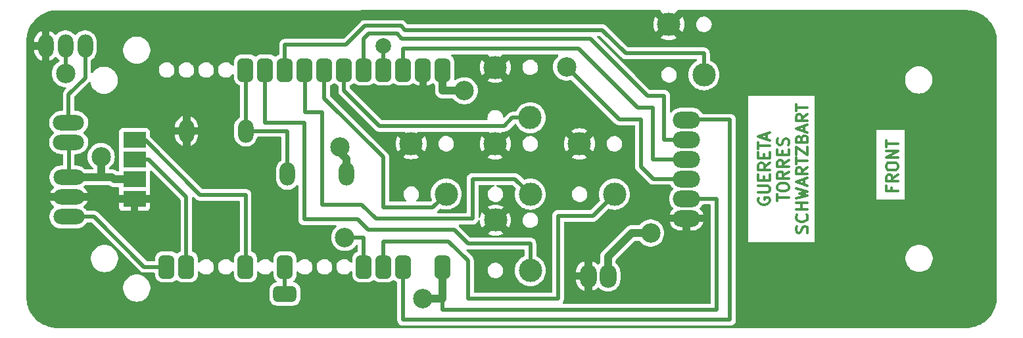
<source format=gbr>
%TF.GenerationSoftware,KiCad,Pcbnew,7.0.1*%
%TF.CreationDate,2023-08-15T15:03:05-03:00*%
%TF.ProjectId,controlRemoto,636f6e74-726f-46c5-9265-6d6f746f2e6b,rev?*%
%TF.SameCoordinates,Original*%
%TF.FileFunction,Copper,L1,Top*%
%TF.FilePolarity,Positive*%
%FSLAX46Y46*%
G04 Gerber Fmt 4.6, Leading zero omitted, Abs format (unit mm)*
G04 Created by KiCad (PCBNEW 7.0.1) date 2023-08-15 15:03:05*
%MOMM*%
%LPD*%
G01*
G04 APERTURE LIST*
G04 Aperture macros list*
%AMRoundRect*
0 Rectangle with rounded corners*
0 $1 Rounding radius*
0 $2 $3 $4 $5 $6 $7 $8 $9 X,Y pos of 4 corners*
0 Add a 4 corners polygon primitive as box body*
4,1,4,$2,$3,$4,$5,$6,$7,$8,$9,$2,$3,0*
0 Add four circle primitives for the rounded corners*
1,1,$1+$1,$2,$3*
1,1,$1+$1,$4,$5*
1,1,$1+$1,$6,$7*
1,1,$1+$1,$8,$9*
0 Add four rect primitives between the rounded corners*
20,1,$1+$1,$2,$3,$4,$5,0*
20,1,$1+$1,$4,$5,$6,$7,0*
20,1,$1+$1,$6,$7,$8,$9,0*
20,1,$1+$1,$8,$9,$2,$3,0*%
G04 Aperture macros list end*
%ADD10C,0.300000*%
%TA.AperFunction,NonConductor*%
%ADD11C,0.300000*%
%TD*%
%TA.AperFunction,ComponentPad*%
%ADD12C,3.000000*%
%TD*%
%TA.AperFunction,ComponentPad*%
%ADD13R,3.000000X2.100000*%
%TD*%
%TA.AperFunction,ComponentPad*%
%ADD14RoundRect,0.500000X1.000000X0.500000X-1.000000X0.500000X-1.000000X-0.500000X1.000000X-0.500000X0*%
%TD*%
%TA.AperFunction,ComponentPad*%
%ADD15O,2.000000X3.000000*%
%TD*%
%TA.AperFunction,ComponentPad*%
%ADD16O,2.200000X3.000000*%
%TD*%
%TA.AperFunction,ComponentPad*%
%ADD17RoundRect,0.500000X0.500000X-1.000000X0.500000X1.000000X-0.500000X1.000000X-0.500000X-1.000000X0*%
%TD*%
%TA.AperFunction,ComponentPad*%
%ADD18O,4.000000X2.000000*%
%TD*%
%TA.AperFunction,ComponentPad*%
%ADD19O,3.500000X2.200000*%
%TD*%
%TA.AperFunction,ViaPad*%
%ADD20C,2.500000*%
%TD*%
%TA.AperFunction,ViaPad*%
%ADD21C,2.000000*%
%TD*%
%TA.AperFunction,Conductor*%
%ADD22C,0.500000*%
%TD*%
%TA.AperFunction,Conductor*%
%ADD23C,1.000000*%
%TD*%
G04 APERTURE END LIST*
D10*
D11*
X175497857Y-130914285D02*
X175426428Y-131057143D01*
X175426428Y-131057143D02*
X175426428Y-131271428D01*
X175426428Y-131271428D02*
X175497857Y-131485714D01*
X175497857Y-131485714D02*
X175640714Y-131628571D01*
X175640714Y-131628571D02*
X175783571Y-131700000D01*
X175783571Y-131700000D02*
X176069285Y-131771428D01*
X176069285Y-131771428D02*
X176283571Y-131771428D01*
X176283571Y-131771428D02*
X176569285Y-131700000D01*
X176569285Y-131700000D02*
X176712142Y-131628571D01*
X176712142Y-131628571D02*
X176855000Y-131485714D01*
X176855000Y-131485714D02*
X176926428Y-131271428D01*
X176926428Y-131271428D02*
X176926428Y-131128571D01*
X176926428Y-131128571D02*
X176855000Y-130914285D01*
X176855000Y-130914285D02*
X176783571Y-130842857D01*
X176783571Y-130842857D02*
X176283571Y-130842857D01*
X176283571Y-130842857D02*
X176283571Y-131128571D01*
X175426428Y-130200000D02*
X176640714Y-130200000D01*
X176640714Y-130200000D02*
X176783571Y-130128571D01*
X176783571Y-130128571D02*
X176855000Y-130057143D01*
X176855000Y-130057143D02*
X176926428Y-129914285D01*
X176926428Y-129914285D02*
X176926428Y-129628571D01*
X176926428Y-129628571D02*
X176855000Y-129485714D01*
X176855000Y-129485714D02*
X176783571Y-129414285D01*
X176783571Y-129414285D02*
X176640714Y-129342857D01*
X176640714Y-129342857D02*
X175426428Y-129342857D01*
X176140714Y-128628571D02*
X176140714Y-128128571D01*
X176926428Y-127914285D02*
X176926428Y-128628571D01*
X176926428Y-128628571D02*
X175426428Y-128628571D01*
X175426428Y-128628571D02*
X175426428Y-127914285D01*
X176926428Y-126414285D02*
X176212142Y-126914285D01*
X176926428Y-127271428D02*
X175426428Y-127271428D01*
X175426428Y-127271428D02*
X175426428Y-126699999D01*
X175426428Y-126699999D02*
X175497857Y-126557142D01*
X175497857Y-126557142D02*
X175569285Y-126485713D01*
X175569285Y-126485713D02*
X175712142Y-126414285D01*
X175712142Y-126414285D02*
X175926428Y-126414285D01*
X175926428Y-126414285D02*
X176069285Y-126485713D01*
X176069285Y-126485713D02*
X176140714Y-126557142D01*
X176140714Y-126557142D02*
X176212142Y-126699999D01*
X176212142Y-126699999D02*
X176212142Y-127271428D01*
X176140714Y-125771428D02*
X176140714Y-125271428D01*
X176926428Y-125057142D02*
X176926428Y-125771428D01*
X176926428Y-125771428D02*
X175426428Y-125771428D01*
X175426428Y-125771428D02*
X175426428Y-125057142D01*
X175426428Y-124628570D02*
X175426428Y-123771428D01*
X176926428Y-124199999D02*
X175426428Y-124199999D01*
X176497857Y-123342856D02*
X176497857Y-122628571D01*
X176926428Y-123485713D02*
X175426428Y-122985713D01*
X175426428Y-122985713D02*
X176926428Y-122485713D01*
X177856428Y-131307142D02*
X177856428Y-130450000D01*
X179356428Y-130878571D02*
X177856428Y-130878571D01*
X177856428Y-129664285D02*
X177856428Y-129378571D01*
X177856428Y-129378571D02*
X177927857Y-129235714D01*
X177927857Y-129235714D02*
X178070714Y-129092857D01*
X178070714Y-129092857D02*
X178356428Y-129021428D01*
X178356428Y-129021428D02*
X178856428Y-129021428D01*
X178856428Y-129021428D02*
X179142142Y-129092857D01*
X179142142Y-129092857D02*
X179285000Y-129235714D01*
X179285000Y-129235714D02*
X179356428Y-129378571D01*
X179356428Y-129378571D02*
X179356428Y-129664285D01*
X179356428Y-129664285D02*
X179285000Y-129807143D01*
X179285000Y-129807143D02*
X179142142Y-129950000D01*
X179142142Y-129950000D02*
X178856428Y-130021428D01*
X178856428Y-130021428D02*
X178356428Y-130021428D01*
X178356428Y-130021428D02*
X178070714Y-129950000D01*
X178070714Y-129950000D02*
X177927857Y-129807143D01*
X177927857Y-129807143D02*
X177856428Y-129664285D01*
X179356428Y-127521428D02*
X178642142Y-128021428D01*
X179356428Y-128378571D02*
X177856428Y-128378571D01*
X177856428Y-128378571D02*
X177856428Y-127807142D01*
X177856428Y-127807142D02*
X177927857Y-127664285D01*
X177927857Y-127664285D02*
X177999285Y-127592856D01*
X177999285Y-127592856D02*
X178142142Y-127521428D01*
X178142142Y-127521428D02*
X178356428Y-127521428D01*
X178356428Y-127521428D02*
X178499285Y-127592856D01*
X178499285Y-127592856D02*
X178570714Y-127664285D01*
X178570714Y-127664285D02*
X178642142Y-127807142D01*
X178642142Y-127807142D02*
X178642142Y-128378571D01*
X179356428Y-126021428D02*
X178642142Y-126521428D01*
X179356428Y-126878571D02*
X177856428Y-126878571D01*
X177856428Y-126878571D02*
X177856428Y-126307142D01*
X177856428Y-126307142D02*
X177927857Y-126164285D01*
X177927857Y-126164285D02*
X177999285Y-126092856D01*
X177999285Y-126092856D02*
X178142142Y-126021428D01*
X178142142Y-126021428D02*
X178356428Y-126021428D01*
X178356428Y-126021428D02*
X178499285Y-126092856D01*
X178499285Y-126092856D02*
X178570714Y-126164285D01*
X178570714Y-126164285D02*
X178642142Y-126307142D01*
X178642142Y-126307142D02*
X178642142Y-126878571D01*
X178570714Y-125378571D02*
X178570714Y-124878571D01*
X179356428Y-124664285D02*
X179356428Y-125378571D01*
X179356428Y-125378571D02*
X177856428Y-125378571D01*
X177856428Y-125378571D02*
X177856428Y-124664285D01*
X179285000Y-124092856D02*
X179356428Y-123878571D01*
X179356428Y-123878571D02*
X179356428Y-123521428D01*
X179356428Y-123521428D02*
X179285000Y-123378571D01*
X179285000Y-123378571D02*
X179213571Y-123307142D01*
X179213571Y-123307142D02*
X179070714Y-123235713D01*
X179070714Y-123235713D02*
X178927857Y-123235713D01*
X178927857Y-123235713D02*
X178785000Y-123307142D01*
X178785000Y-123307142D02*
X178713571Y-123378571D01*
X178713571Y-123378571D02*
X178642142Y-123521428D01*
X178642142Y-123521428D02*
X178570714Y-123807142D01*
X178570714Y-123807142D02*
X178499285Y-123949999D01*
X178499285Y-123949999D02*
X178427857Y-124021428D01*
X178427857Y-124021428D02*
X178285000Y-124092856D01*
X178285000Y-124092856D02*
X178142142Y-124092856D01*
X178142142Y-124092856D02*
X177999285Y-124021428D01*
X177999285Y-124021428D02*
X177927857Y-123949999D01*
X177927857Y-123949999D02*
X177856428Y-123807142D01*
X177856428Y-123807142D02*
X177856428Y-123449999D01*
X177856428Y-123449999D02*
X177927857Y-123235713D01*
X181715000Y-135414284D02*
X181786428Y-135199999D01*
X181786428Y-135199999D02*
X181786428Y-134842856D01*
X181786428Y-134842856D02*
X181715000Y-134699999D01*
X181715000Y-134699999D02*
X181643571Y-134628570D01*
X181643571Y-134628570D02*
X181500714Y-134557141D01*
X181500714Y-134557141D02*
X181357857Y-134557141D01*
X181357857Y-134557141D02*
X181215000Y-134628570D01*
X181215000Y-134628570D02*
X181143571Y-134699999D01*
X181143571Y-134699999D02*
X181072142Y-134842856D01*
X181072142Y-134842856D02*
X181000714Y-135128570D01*
X181000714Y-135128570D02*
X180929285Y-135271427D01*
X180929285Y-135271427D02*
X180857857Y-135342856D01*
X180857857Y-135342856D02*
X180715000Y-135414284D01*
X180715000Y-135414284D02*
X180572142Y-135414284D01*
X180572142Y-135414284D02*
X180429285Y-135342856D01*
X180429285Y-135342856D02*
X180357857Y-135271427D01*
X180357857Y-135271427D02*
X180286428Y-135128570D01*
X180286428Y-135128570D02*
X180286428Y-134771427D01*
X180286428Y-134771427D02*
X180357857Y-134557141D01*
X181643571Y-133057142D02*
X181715000Y-133128570D01*
X181715000Y-133128570D02*
X181786428Y-133342856D01*
X181786428Y-133342856D02*
X181786428Y-133485713D01*
X181786428Y-133485713D02*
X181715000Y-133699999D01*
X181715000Y-133699999D02*
X181572142Y-133842856D01*
X181572142Y-133842856D02*
X181429285Y-133914285D01*
X181429285Y-133914285D02*
X181143571Y-133985713D01*
X181143571Y-133985713D02*
X180929285Y-133985713D01*
X180929285Y-133985713D02*
X180643571Y-133914285D01*
X180643571Y-133914285D02*
X180500714Y-133842856D01*
X180500714Y-133842856D02*
X180357857Y-133699999D01*
X180357857Y-133699999D02*
X180286428Y-133485713D01*
X180286428Y-133485713D02*
X180286428Y-133342856D01*
X180286428Y-133342856D02*
X180357857Y-133128570D01*
X180357857Y-133128570D02*
X180429285Y-133057142D01*
X181786428Y-132414285D02*
X180286428Y-132414285D01*
X181000714Y-132414285D02*
X181000714Y-131557142D01*
X181786428Y-131557142D02*
X180286428Y-131557142D01*
X180286428Y-130985713D02*
X181786428Y-130628570D01*
X181786428Y-130628570D02*
X180715000Y-130342856D01*
X180715000Y-130342856D02*
X181786428Y-130057141D01*
X181786428Y-130057141D02*
X180286428Y-129699999D01*
X181357857Y-129199998D02*
X181357857Y-128485713D01*
X181786428Y-129342855D02*
X180286428Y-128842855D01*
X180286428Y-128842855D02*
X181786428Y-128342855D01*
X181786428Y-126985713D02*
X181072142Y-127485713D01*
X181786428Y-127842856D02*
X180286428Y-127842856D01*
X180286428Y-127842856D02*
X180286428Y-127271427D01*
X180286428Y-127271427D02*
X180357857Y-127128570D01*
X180357857Y-127128570D02*
X180429285Y-127057141D01*
X180429285Y-127057141D02*
X180572142Y-126985713D01*
X180572142Y-126985713D02*
X180786428Y-126985713D01*
X180786428Y-126985713D02*
X180929285Y-127057141D01*
X180929285Y-127057141D02*
X181000714Y-127128570D01*
X181000714Y-127128570D02*
X181072142Y-127271427D01*
X181072142Y-127271427D02*
X181072142Y-127842856D01*
X180286428Y-126557141D02*
X180286428Y-125699999D01*
X181786428Y-126128570D02*
X180286428Y-126128570D01*
X180286428Y-125342856D02*
X180286428Y-124342856D01*
X180286428Y-124342856D02*
X181786428Y-125342856D01*
X181786428Y-125342856D02*
X181786428Y-124342856D01*
X181000714Y-123271428D02*
X181072142Y-123057142D01*
X181072142Y-123057142D02*
X181143571Y-122985713D01*
X181143571Y-122985713D02*
X181286428Y-122914285D01*
X181286428Y-122914285D02*
X181500714Y-122914285D01*
X181500714Y-122914285D02*
X181643571Y-122985713D01*
X181643571Y-122985713D02*
X181715000Y-123057142D01*
X181715000Y-123057142D02*
X181786428Y-123199999D01*
X181786428Y-123199999D02*
X181786428Y-123771428D01*
X181786428Y-123771428D02*
X180286428Y-123771428D01*
X180286428Y-123771428D02*
X180286428Y-123271428D01*
X180286428Y-123271428D02*
X180357857Y-123128571D01*
X180357857Y-123128571D02*
X180429285Y-123057142D01*
X180429285Y-123057142D02*
X180572142Y-122985713D01*
X180572142Y-122985713D02*
X180715000Y-122985713D01*
X180715000Y-122985713D02*
X180857857Y-123057142D01*
X180857857Y-123057142D02*
X180929285Y-123128571D01*
X180929285Y-123128571D02*
X181000714Y-123271428D01*
X181000714Y-123271428D02*
X181000714Y-123771428D01*
X181357857Y-122342856D02*
X181357857Y-121628571D01*
X181786428Y-122485713D02*
X180286428Y-121985713D01*
X180286428Y-121985713D02*
X181786428Y-121485713D01*
X181786428Y-120128571D02*
X181072142Y-120628571D01*
X181786428Y-120985714D02*
X180286428Y-120985714D01*
X180286428Y-120985714D02*
X180286428Y-120414285D01*
X180286428Y-120414285D02*
X180357857Y-120271428D01*
X180357857Y-120271428D02*
X180429285Y-120199999D01*
X180429285Y-120199999D02*
X180572142Y-120128571D01*
X180572142Y-120128571D02*
X180786428Y-120128571D01*
X180786428Y-120128571D02*
X180929285Y-120199999D01*
X180929285Y-120199999D02*
X181000714Y-120271428D01*
X181000714Y-120271428D02*
X181072142Y-120414285D01*
X181072142Y-120414285D02*
X181072142Y-120985714D01*
X180286428Y-119699999D02*
X180286428Y-118842857D01*
X181786428Y-119271428D02*
X180286428Y-119271428D01*
D10*
D11*
X192620714Y-129552857D02*
X192620714Y-130052857D01*
X193406428Y-130052857D02*
X191906428Y-130052857D01*
X191906428Y-130052857D02*
X191906428Y-129338571D01*
X193406428Y-127910000D02*
X192692142Y-128410000D01*
X193406428Y-128767143D02*
X191906428Y-128767143D01*
X191906428Y-128767143D02*
X191906428Y-128195714D01*
X191906428Y-128195714D02*
X191977857Y-128052857D01*
X191977857Y-128052857D02*
X192049285Y-127981428D01*
X192049285Y-127981428D02*
X192192142Y-127910000D01*
X192192142Y-127910000D02*
X192406428Y-127910000D01*
X192406428Y-127910000D02*
X192549285Y-127981428D01*
X192549285Y-127981428D02*
X192620714Y-128052857D01*
X192620714Y-128052857D02*
X192692142Y-128195714D01*
X192692142Y-128195714D02*
X192692142Y-128767143D01*
X191906428Y-126981428D02*
X191906428Y-126695714D01*
X191906428Y-126695714D02*
X191977857Y-126552857D01*
X191977857Y-126552857D02*
X192120714Y-126410000D01*
X192120714Y-126410000D02*
X192406428Y-126338571D01*
X192406428Y-126338571D02*
X192906428Y-126338571D01*
X192906428Y-126338571D02*
X193192142Y-126410000D01*
X193192142Y-126410000D02*
X193335000Y-126552857D01*
X193335000Y-126552857D02*
X193406428Y-126695714D01*
X193406428Y-126695714D02*
X193406428Y-126981428D01*
X193406428Y-126981428D02*
X193335000Y-127124286D01*
X193335000Y-127124286D02*
X193192142Y-127267143D01*
X193192142Y-127267143D02*
X192906428Y-127338571D01*
X192906428Y-127338571D02*
X192406428Y-127338571D01*
X192406428Y-127338571D02*
X192120714Y-127267143D01*
X192120714Y-127267143D02*
X191977857Y-127124286D01*
X191977857Y-127124286D02*
X191906428Y-126981428D01*
X193406428Y-125695714D02*
X191906428Y-125695714D01*
X191906428Y-125695714D02*
X193406428Y-124838571D01*
X193406428Y-124838571D02*
X191906428Y-124838571D01*
X191906428Y-124338570D02*
X191906428Y-123481428D01*
X193406428Y-123909999D02*
X191906428Y-123909999D01*
D12*
%TO.P,SW1,1,1*%
%TO.N,D26*%
X135240000Y-130420000D03*
%TO.P,SW1,2,2*%
%TO.N,GND*%
X130740000Y-123920000D03*
%TD*%
D13*
%TO.P,J2,1,Pin_1*%
%TO.N,GND*%
X95100000Y-131045000D03*
%TO.P,J2,2,Pin_2*%
%TO.N,3V3*%
X95100000Y-128505000D03*
%TO.P,J2,3,Pin_3*%
%TO.N,D22*%
X95100000Y-125965000D03*
%TO.P,J2,4,Pin_4*%
%TO.N,D21*%
X95100000Y-123425000D03*
%TD*%
D12*
%TO.P,SW5,1,1*%
%TO.N,D25*%
X146070000Y-130430000D03*
%TO.P,SW5,2,2*%
%TO.N,GND*%
X141570000Y-123930000D03*
%TD*%
D14*
%TO.P,,15,D23*%
%TO.N,unconnected-(U3-D18-Pad9)*%
X114480000Y-143290000D03*
%TD*%
D12*
%TO.P,SW3,1,1*%
%TO.N,D2*%
X156910000Y-130430000D03*
%TO.P,SW3,2,2*%
%TO.N,GND*%
X152410000Y-123930000D03*
%TD*%
%TO.P,SW4,1,1*%
%TO.N,D27*%
X146060000Y-120560000D03*
%TO.P,SW4,2,2*%
%TO.N,GND*%
X141560000Y-114060000D03*
%TD*%
D15*
%TO.P,R2,1*%
%TO.N,D35*%
X109420000Y-122270000D03*
%TO.P,R2,2*%
%TO.N,GND*%
X101800000Y-122270000D03*
%TD*%
%TO.P,R1,1*%
%TO.N,+3V8*%
X122430000Y-127850000D03*
%TO.P,R1,2*%
%TO.N,D35*%
X114810000Y-127850000D03*
%TD*%
D12*
%TO.P,SW6,1,1*%
%TO.N,D33*%
X168430000Y-115020000D03*
%TO.P,SW6,2,2*%
%TO.N,GND*%
X163930000Y-108520000D03*
%TD*%
%TO.P,SW2,1,1*%
%TO.N,D32*%
X146080000Y-140270000D03*
%TO.P,SW2,2,2*%
%TO.N,GND*%
X141580000Y-133770000D03*
%TD*%
D16*
%TO.P,J3,1,Pin_1*%
%TO.N,+3V8*%
X156070000Y-140980000D03*
%TO.P,J3,2,Pin_2*%
%TO.N,GND*%
X153530000Y-140980000D03*
%TD*%
D17*
%TO.P,U3,1,3V3*%
%TO.N,3V3*%
X134800000Y-139800000D03*
%TO.P,U3,3,D15*%
%TO.N,D15*%
X129720000Y-139800000D03*
%TO.P,U3,4,D2*%
%TO.N,D2*%
X127180000Y-139800000D03*
%TO.P,U3,5,D4*%
%TO.N,D4*%
X124640000Y-139800000D03*
%TO.P,U3,9,D18*%
%TO.N,unconnected-(U3-D18-Pad9)*%
X114480000Y-139800000D03*
%TO.P,U3,11,D21*%
%TO.N,D21*%
X109400000Y-139800000D03*
%TO.P,U3,14,D22*%
%TO.N,D22*%
X101780000Y-139800000D03*
%TO.P,U3,15,D23*%
%TO.N,D23*%
X99240000Y-139800000D03*
%TO.P,U3,20,D35*%
%TO.N,D35*%
X109400000Y-114400000D03*
%TO.P,U3,21,D32*%
%TO.N,D32*%
X111940000Y-114400000D03*
%TO.P,U3,22,D33*%
%TO.N,D33*%
X114480000Y-114400000D03*
%TO.P,U3,23,D25*%
%TO.N,D25*%
X117020000Y-114400000D03*
%TO.P,U3,24,D26*%
%TO.N,D26*%
X119560000Y-114400000D03*
%TO.P,U3,25,D27*%
%TO.N,D27*%
X122100000Y-114400000D03*
%TO.P,U3,26,D14*%
%TO.N,D14*%
X124640000Y-114400000D03*
%TO.P,U3,27,D12*%
%TO.N,D12*%
X127180000Y-114400000D03*
%TO.P,U3,28,D13*%
%TO.N,D13*%
X129720000Y-114400000D03*
%TO.P,U3,29,GND*%
%TO.N,GND*%
X132260000Y-114400000D03*
%TO.P,U3,30,VIN*%
%TO.N,+3V8*%
X134800000Y-114400000D03*
%TD*%
D18*
%TO.P,D1,1,K*%
%TO.N,Net-(D1-K)*%
X86630000Y-121190000D03*
%TO.P,D1,2,A*%
%TO.N,3V3*%
X86630000Y-123730000D03*
%TD*%
D19*
%TO.P,J1,1,Pin_1*%
%TO.N,GND*%
X166200000Y-133530000D03*
%TO.P,J1,2,Pin_2*%
%TO.N,3V3*%
X166200000Y-130990000D03*
%TO.P,J1,3,Pin_3*%
%TO.N,D12*%
X166200000Y-128450000D03*
%TO.P,J1,4,Pin_4*%
%TO.N,D13*%
X166200000Y-125910000D03*
%TO.P,J1,5,Pin_5*%
%TO.N,D14*%
X166200000Y-123370000D03*
%TO.P,J1,6,Pin_6*%
%TO.N,D15*%
X166200000Y-120830000D03*
%TD*%
D15*
%TO.P,Q1,1,E*%
%TO.N,GND*%
X83670000Y-111300000D03*
%TO.P,Q1,2,B*%
%TO.N,D4*%
X86210000Y-111300000D03*
%TO.P,Q1,3,C*%
%TO.N,Net-(D1-K)*%
X88750000Y-111300000D03*
%TD*%
D18*
%TO.P,U2,1,OUT*%
%TO.N,D23*%
X86640000Y-133325000D03*
%TO.P,U2,2,GND*%
%TO.N,GND*%
X86640000Y-130785000D03*
%TO.P,U2,3,Vs*%
%TO.N,3V3*%
X86640000Y-128245000D03*
%TD*%
D20*
%TO.N,GND*%
X175060000Y-138980000D03*
X166180000Y-138980000D03*
%TO.N,+3V8*%
X137580000Y-117080000D03*
X161570000Y-135440000D03*
X121550000Y-124340000D03*
%TO.N,3V3*%
X132250000Y-143930000D03*
X90810000Y-125580000D03*
D21*
%TO.N,D12*%
X127180000Y-111279500D03*
D20*
X150740000Y-114000000D03*
%TO.N,D4*%
X86210000Y-114860000D03*
X122190000Y-136000000D03*
%TD*%
D22*
%TO.N,Net-(D1-K)*%
X86630000Y-117530000D02*
X86630000Y-121190000D01*
X88750000Y-115410000D02*
X86630000Y-117530000D01*
X88750000Y-111300000D02*
X88750000Y-115410000D01*
%TO.N,GND*%
X166200000Y-138960000D02*
X166200000Y-133530000D01*
X166180000Y-138980000D02*
X166200000Y-138960000D01*
D23*
%TO.N,+3V8*%
X134800000Y-117070000D02*
X134800000Y-114400000D01*
X134810000Y-117080000D02*
X134800000Y-117070000D01*
X137580000Y-117080000D02*
X134810000Y-117080000D01*
X161570000Y-135440000D02*
X159120000Y-135440000D01*
X159120000Y-135440000D02*
X156070000Y-138490000D01*
X156070000Y-138490000D02*
X156070000Y-140980000D01*
X122430000Y-127850000D02*
X122430000Y-125860000D01*
X122430000Y-125860000D02*
X121550000Y-124980000D01*
D22*
%TO.N,unconnected-(U3-D18-Pad9)*%
X114480000Y-143290000D02*
X114480000Y-139800000D01*
D23*
%TO.N,3V3*%
X90800000Y-128245000D02*
X86640000Y-128245000D01*
X92485000Y-128505000D02*
X95100000Y-128505000D01*
X90810000Y-125580000D02*
X90810000Y-128235000D01*
D22*
X86640000Y-128245000D02*
X86640000Y-123740000D01*
D23*
X90810000Y-128235000D02*
X90815000Y-128230000D01*
D22*
X86640000Y-123740000D02*
X86630000Y-123730000D01*
D23*
X132250000Y-143930000D02*
X134800000Y-143930000D01*
D22*
X166200000Y-130990000D02*
X170080000Y-130990000D01*
D23*
X90815000Y-128230000D02*
X92210000Y-128230000D01*
X92210000Y-128230000D02*
X92485000Y-128505000D01*
D22*
X134800000Y-145320000D02*
X134800000Y-143930000D01*
D23*
X134800000Y-139800000D02*
X134800000Y-143930000D01*
D22*
X170080000Y-130990000D02*
X170080000Y-145320000D01*
X170080000Y-145320000D02*
X134800000Y-145320000D01*
%TO.N,D12*%
X160310000Y-120770000D02*
X157510000Y-120770000D01*
X166200000Y-128450000D02*
X161920000Y-128450000D01*
X161920000Y-128450000D02*
X160310000Y-126840000D01*
X160310000Y-126840000D02*
X160310000Y-120770000D01*
X127180000Y-111279500D02*
X127180000Y-114400000D01*
X157510000Y-120770000D02*
X150740000Y-114000000D01*
%TO.N,D13*%
X161880000Y-125910000D02*
X161870000Y-125920000D01*
X161870000Y-119260000D02*
X159870000Y-119260000D01*
X166200000Y-125910000D02*
X161880000Y-125910000D01*
X161870000Y-125920000D02*
X161870000Y-119260000D01*
X129720000Y-111650000D02*
X129720000Y-114400000D01*
X159870000Y-119260000D02*
X152260000Y-111650000D01*
X152260000Y-111650000D02*
X129720000Y-111650000D01*
%TO.N,D14*%
X163310000Y-117730000D02*
X161180000Y-117730000D01*
X166200000Y-123370000D02*
X163310000Y-123370000D01*
X153830000Y-110380000D02*
X129540000Y-110380000D01*
X125300000Y-109720000D02*
X124640000Y-110380000D01*
X163310000Y-123370000D02*
X163310000Y-117730000D01*
X128880000Y-109720000D02*
X125300000Y-109720000D01*
X129540000Y-110380000D02*
X128880000Y-109720000D01*
X161180000Y-117730000D02*
X153830000Y-110380000D01*
X124640000Y-110380000D02*
X124640000Y-114400000D01*
%TO.N,D15*%
X171800000Y-120820000D02*
X171800000Y-146640000D01*
X171800000Y-146640000D02*
X129700000Y-146640000D01*
X129700000Y-146640000D02*
X129700000Y-139820000D01*
X166200000Y-120830000D02*
X166850000Y-120830000D01*
X166850000Y-120830000D02*
X166860000Y-120820000D01*
X166860000Y-120820000D02*
X171800000Y-120820000D01*
%TO.N,D22*%
X96015000Y-125960000D02*
X96930000Y-125960000D01*
X101780000Y-130810000D02*
X101780000Y-139800000D01*
X95100000Y-125965000D02*
X96010000Y-125965000D01*
X96930000Y-125960000D02*
X101780000Y-130810000D01*
X96010000Y-125965000D02*
X96015000Y-125960000D01*
%TO.N,D21*%
X96465000Y-123425000D02*
X103530000Y-130490000D01*
X103530000Y-130490000D02*
X109380000Y-130490000D01*
X109410000Y-130520000D02*
X109410000Y-139790000D01*
X109380000Y-130490000D02*
X109410000Y-130520000D01*
X95100000Y-123425000D02*
X96465000Y-123425000D01*
X109410000Y-139790000D02*
X109400000Y-139800000D01*
%TO.N,D4*%
X86210000Y-111300000D02*
X86210000Y-114860000D01*
X122190000Y-136000000D02*
X124620000Y-136000000D01*
X124630000Y-139790000D02*
X124640000Y-139800000D01*
X124620000Y-136000000D02*
X124630000Y-136010000D01*
X124630000Y-136010000D02*
X124630000Y-139790000D01*
%TO.N,D26*%
X133500000Y-132160000D02*
X127130000Y-132160000D01*
X127130000Y-132160000D02*
X127130000Y-125630000D01*
X127130000Y-125630000D02*
X119560000Y-118060000D01*
X119560000Y-118060000D02*
X119560000Y-114400000D01*
X135240000Y-130420000D02*
X133500000Y-132160000D01*
%TO.N,D25*%
X146070000Y-130430000D02*
X144100000Y-128460000D01*
X119280000Y-119830000D02*
X117070000Y-119830000D01*
X144100000Y-128460000D02*
X138630000Y-128460000D01*
X126190000Y-133600000D02*
X124390000Y-131800000D01*
X117070000Y-119830000D02*
X117070000Y-114450000D01*
X124390000Y-131800000D02*
X119280000Y-131800000D01*
X138630000Y-128460000D02*
X138630000Y-133600000D01*
X119280000Y-131800000D02*
X119280000Y-119830000D01*
X138630000Y-133600000D02*
X126190000Y-133600000D01*
%TO.N,D2*%
X149650000Y-143910000D02*
X138060000Y-143910000D01*
X149650000Y-133220000D02*
X149650000Y-143910000D01*
X156910000Y-130430000D02*
X154120000Y-133220000D01*
X135550000Y-136490000D02*
X127210000Y-136490000D01*
X138060000Y-143910000D02*
X138040000Y-143890000D01*
X154120000Y-133220000D02*
X149650000Y-133220000D01*
X138040000Y-143890000D02*
X138040000Y-138980000D01*
X138040000Y-138980000D02*
X135550000Y-136490000D01*
X127180000Y-136500000D02*
X127180000Y-139800000D01*
%TO.N,D27*%
X143780000Y-120560000D02*
X146060000Y-120560000D01*
X122100000Y-114400000D02*
X122100000Y-117080000D01*
X142740000Y-121600000D02*
X143780000Y-120560000D01*
X126620000Y-121600000D02*
X142740000Y-121600000D01*
X122100000Y-117080000D02*
X126620000Y-121600000D01*
%TO.N,D32*%
X146080000Y-136790000D02*
X138040000Y-136790000D01*
X138040000Y-136790000D02*
X136280000Y-135030000D01*
X116930000Y-121210000D02*
X111940000Y-121210000D01*
X136280000Y-135030000D02*
X125180000Y-135030000D01*
X111940000Y-121210000D02*
X111940000Y-114400000D01*
X123830000Y-133680000D02*
X116960000Y-133680000D01*
X125180000Y-135030000D02*
X123830000Y-133680000D01*
X116960000Y-133680000D02*
X116960000Y-121240000D01*
X116960000Y-121240000D02*
X116930000Y-121210000D01*
X146080000Y-140270000D02*
X146080000Y-136790000D01*
%TO.N,D33*%
X122330000Y-111150000D02*
X114480000Y-111150000D01*
X129940000Y-109240000D02*
X129410000Y-108710000D01*
X155370000Y-109240000D02*
X129940000Y-109240000D01*
X168430000Y-115020000D02*
X168430000Y-112260000D01*
X129410000Y-108710000D02*
X124770000Y-108710000D01*
X168430000Y-112260000D02*
X158390000Y-112260000D01*
X124770000Y-108710000D02*
X122330000Y-111150000D01*
X114480000Y-111150000D02*
X114480000Y-114400000D01*
X158390000Y-112260000D02*
X155370000Y-109240000D01*
%TO.N,D23*%
X96350000Y-139800000D02*
X99240000Y-139800000D01*
X86640000Y-133325000D02*
X89875000Y-133325000D01*
X89875000Y-133325000D02*
X96350000Y-139800000D01*
%TO.N,D35*%
X109420000Y-122270000D02*
X109420000Y-114420000D01*
X114810000Y-122270000D02*
X109420000Y-122270000D01*
X114810000Y-127850000D02*
X114810000Y-122270000D01*
%TD*%
%TA.AperFunction,Conductor*%
%TO.N,GND*%
G36*
X140603698Y-112409939D02*
G01*
X140643926Y-112436819D01*
X141560000Y-113352893D01*
X142476074Y-112436819D01*
X142516302Y-112409939D01*
X142563755Y-112400500D01*
X149576568Y-112400500D01*
X149636954Y-112416197D01*
X149682052Y-112459314D01*
X149700443Y-112518935D01*
X149687472Y-112579965D01*
X149651855Y-112620732D01*
X149652332Y-112621246D01*
X149647447Y-112625778D01*
X149646422Y-112626952D01*
X149645518Y-112627568D01*
X149453198Y-112806015D01*
X149289613Y-113011143D01*
X149158431Y-113238358D01*
X149062580Y-113482581D01*
X149004197Y-113738372D01*
X148984591Y-113999999D01*
X149004197Y-114261627D01*
X149062580Y-114517418D01*
X149154986Y-114752864D01*
X149158432Y-114761643D01*
X149187677Y-114812296D01*
X149286901Y-114984159D01*
X149289614Y-114988857D01*
X149453195Y-115193981D01*
X149453197Y-115193983D01*
X149453198Y-115193984D01*
X149645514Y-115372428D01*
X149645520Y-115372432D01*
X149645521Y-115372433D01*
X149862296Y-115520228D01*
X150098677Y-115634063D01*
X150349385Y-115711396D01*
X150608818Y-115750500D01*
X150871182Y-115750500D01*
X151130615Y-115711396D01*
X151257476Y-115672263D01*
X151323873Y-115670401D01*
X151381706Y-115703074D01*
X156934269Y-121255637D01*
X156946051Y-121269270D01*
X156960389Y-121288529D01*
X156998337Y-121320372D01*
X157006311Y-121327680D01*
X157010221Y-121331590D01*
X157034537Y-121350816D01*
X157037336Y-121353096D01*
X157095752Y-121402113D01*
X157112175Y-121412575D01*
X157113320Y-121413109D01*
X157113323Y-121413111D01*
X157181342Y-121444829D01*
X157184501Y-121446358D01*
X157251567Y-121480040D01*
X157251572Y-121480041D01*
X157252707Y-121480611D01*
X157271087Y-121487000D01*
X157272323Y-121487255D01*
X157272327Y-121487257D01*
X157345895Y-121502447D01*
X157349242Y-121503189D01*
X157422279Y-121520500D01*
X157422281Y-121520500D01*
X157423509Y-121520791D01*
X157442878Y-121522770D01*
X157444140Y-121522733D01*
X157444144Y-121522734D01*
X157516533Y-121520627D01*
X157519131Y-121520552D01*
X157522737Y-121520500D01*
X159435500Y-121520500D01*
X159497500Y-121537113D01*
X159542887Y-121582500D01*
X159559500Y-121644500D01*
X159559500Y-126776294D01*
X159558191Y-126794264D01*
X159554711Y-126818023D01*
X159559028Y-126867369D01*
X159559500Y-126878176D01*
X159559500Y-126883708D01*
X159563098Y-126914496D01*
X159563464Y-126918081D01*
X159568845Y-126979589D01*
X159570110Y-126994041D01*
X159574329Y-127013071D01*
X159574758Y-127014251D01*
X159574759Y-127014255D01*
X159600413Y-127084742D01*
X159601582Y-127088107D01*
X159625580Y-127160524D01*
X159634075Y-127178072D01*
X159675979Y-127241784D01*
X159677889Y-127244782D01*
X159717288Y-127308656D01*
X159717952Y-127309732D01*
X159730253Y-127324830D01*
X159731168Y-127325693D01*
X159731170Y-127325696D01*
X159776811Y-127368756D01*
X159785708Y-127377150D01*
X159788295Y-127379663D01*
X161344269Y-128935637D01*
X161356051Y-128949270D01*
X161370389Y-128968529D01*
X161408337Y-129000372D01*
X161416311Y-129007680D01*
X161420221Y-129011590D01*
X161444537Y-129030816D01*
X161447336Y-129033096D01*
X161505752Y-129082113D01*
X161522179Y-129092578D01*
X161591320Y-129124819D01*
X161594567Y-129126391D01*
X161662699Y-129160609D01*
X161681087Y-129167000D01*
X161682323Y-129167255D01*
X161682327Y-129167257D01*
X161755895Y-129182447D01*
X161759242Y-129183189D01*
X161832279Y-129200500D01*
X161832281Y-129200500D01*
X161833509Y-129200791D01*
X161852878Y-129202770D01*
X161854140Y-129202733D01*
X161854144Y-129202734D01*
X161926533Y-129200627D01*
X161929131Y-129200552D01*
X161932737Y-129200500D01*
X164063353Y-129200500D01*
X164123942Y-129216311D01*
X164169079Y-129259709D01*
X164251164Y-129393659D01*
X164414776Y-129585224D01*
X164462175Y-129625707D01*
X164462179Y-129625710D01*
X164494257Y-129668087D01*
X164505647Y-129720000D01*
X164494257Y-129771913D01*
X164462179Y-129814290D01*
X164414776Y-129854776D01*
X164251163Y-130046342D01*
X164128892Y-130245870D01*
X164119534Y-130261141D01*
X164111739Y-130279960D01*
X164023126Y-130493889D01*
X163964317Y-130738850D01*
X163944551Y-130990000D01*
X163964317Y-131241149D01*
X164023126Y-131486110D01*
X164071330Y-131602484D01*
X164119534Y-131718859D01*
X164251164Y-131933659D01*
X164414776Y-132125224D01*
X164462564Y-132166039D01*
X164494640Y-132208413D01*
X164506031Y-132260326D01*
X164494641Y-132312240D01*
X164462564Y-132354616D01*
X164415131Y-132395128D01*
X164251569Y-132586636D01*
X164119982Y-132801367D01*
X164025279Y-133029999D01*
X164025279Y-133030000D01*
X168374721Y-133030000D01*
X168374720Y-133029999D01*
X168280017Y-132801367D01*
X168148430Y-132586635D01*
X167984869Y-132395130D01*
X167937435Y-132354617D01*
X167905357Y-132312240D01*
X167893967Y-132260325D01*
X167905358Y-132208411D01*
X167937430Y-132166043D01*
X167985224Y-132125224D01*
X168148836Y-131933659D01*
X168230920Y-131799709D01*
X168276058Y-131756311D01*
X168336647Y-131740500D01*
X169205500Y-131740500D01*
X169267500Y-131757113D01*
X169312887Y-131802500D01*
X169329500Y-131864500D01*
X169329500Y-144445500D01*
X169312887Y-144507500D01*
X169267500Y-144552887D01*
X169205500Y-144569500D01*
X150347052Y-144569500D01*
X150291401Y-144556310D01*
X150247588Y-144519547D01*
X150224936Y-144467031D01*
X150228262Y-144409935D01*
X150249066Y-144373901D01*
X150248843Y-144373773D01*
X150256089Y-144361220D01*
X150256092Y-144361218D01*
X150261699Y-144351504D01*
X150274097Y-144333800D01*
X150281302Y-144325214D01*
X150309255Y-144269551D01*
X150312669Y-144263221D01*
X150324179Y-144243285D01*
X150343812Y-144209281D01*
X150347028Y-144198535D01*
X150355010Y-144178448D01*
X150360040Y-144168433D01*
X150364560Y-144149359D01*
X150374405Y-144107826D01*
X150376272Y-144100858D01*
X150381832Y-144082285D01*
X150394130Y-144041210D01*
X150394781Y-144030009D01*
X150397916Y-144008620D01*
X150400500Y-143997721D01*
X150400500Y-143935446D01*
X150400710Y-143928236D01*
X150404331Y-143866065D01*
X150402384Y-143855023D01*
X150400500Y-143833490D01*
X150400500Y-141480000D01*
X151932923Y-141480000D01*
X151944812Y-141631070D01*
X152003603Y-141875956D01*
X152099982Y-142108632D01*
X152231569Y-142323364D01*
X152395130Y-142514869D01*
X152586635Y-142678430D01*
X152801367Y-142810017D01*
X153029999Y-142904720D01*
X153030000Y-142904721D01*
X153030000Y-142904720D01*
X154030000Y-142904720D01*
X154258632Y-142810017D01*
X154473364Y-142678430D01*
X154664868Y-142514870D01*
X154705380Y-142467437D01*
X154747756Y-142435359D01*
X154799670Y-142423968D01*
X154851584Y-142435358D01*
X154893961Y-142467436D01*
X154934776Y-142515224D01*
X155126341Y-142678836D01*
X155341141Y-142810466D01*
X155573889Y-142906873D01*
X155818852Y-142965683D01*
X156070000Y-142985449D01*
X156321148Y-142965683D01*
X156566111Y-142906873D01*
X156798859Y-142810466D01*
X157013659Y-142678836D01*
X157205224Y-142515224D01*
X157368836Y-142323659D01*
X157500466Y-142108859D01*
X157596873Y-141876111D01*
X157655683Y-141631148D01*
X157670500Y-141442882D01*
X157670500Y-140517118D01*
X157655683Y-140328852D01*
X157596873Y-140083889D01*
X157500466Y-139851141D01*
X157368836Y-139636341D01*
X157205224Y-139444776D01*
X157205222Y-139444774D01*
X157205221Y-139444773D01*
X157113969Y-139366837D01*
X157081890Y-139324461D01*
X157070500Y-139272547D01*
X157070500Y-138955783D01*
X157079939Y-138908330D01*
X157106819Y-138868102D01*
X159498102Y-136476819D01*
X159538330Y-136449939D01*
X159585783Y-136440500D01*
X160069184Y-136440500D01*
X160122986Y-136452780D01*
X160166130Y-136487186D01*
X160283195Y-136633981D01*
X160283197Y-136633983D01*
X160283198Y-136633984D01*
X160475514Y-136812428D01*
X160475520Y-136812432D01*
X160475521Y-136812433D01*
X160692296Y-136960228D01*
X160928677Y-137074063D01*
X161179385Y-137151396D01*
X161438818Y-137190500D01*
X161701182Y-137190500D01*
X161960615Y-137151396D01*
X162211323Y-137074063D01*
X162447704Y-136960228D01*
X162664479Y-136812433D01*
X162664482Y-136812429D01*
X162664485Y-136812428D01*
X162802109Y-136684731D01*
X162856805Y-136633981D01*
X163020386Y-136428857D01*
X163151568Y-136201643D01*
X163247420Y-135957416D01*
X163305802Y-135701630D01*
X163325408Y-135440000D01*
X163305802Y-135178370D01*
X163247420Y-134922584D01*
X163151568Y-134678357D01*
X163020386Y-134451143D01*
X162856805Y-134246019D01*
X162856801Y-134246015D01*
X162664485Y-134067571D01*
X162640499Y-134051218D01*
X162609378Y-134030000D01*
X164025279Y-134030000D01*
X164119982Y-134258632D01*
X164251569Y-134473364D01*
X164415130Y-134664869D01*
X164606635Y-134828430D01*
X164821367Y-134960017D01*
X165054043Y-135056396D01*
X165298929Y-135115187D01*
X165487134Y-135130000D01*
X165700000Y-135130000D01*
X165700000Y-134030000D01*
X166700000Y-134030000D01*
X166700000Y-135130000D01*
X166912866Y-135130000D01*
X167101070Y-135115187D01*
X167345956Y-135056396D01*
X167578632Y-134960017D01*
X167793364Y-134828430D01*
X167984869Y-134664869D01*
X168148430Y-134473364D01*
X168280017Y-134258632D01*
X168374721Y-134030000D01*
X166700000Y-134030000D01*
X165700000Y-134030000D01*
X164025279Y-134030000D01*
X162609378Y-134030000D01*
X162447704Y-133919772D01*
X162211323Y-133805937D01*
X161960615Y-133728604D01*
X161701182Y-133689500D01*
X161438818Y-133689500D01*
X161179385Y-133728604D01*
X160928677Y-133805937D01*
X160740179Y-133896713D01*
X160692296Y-133919772D01*
X160623707Y-133966535D01*
X160475514Y-134067571D01*
X160283198Y-134246015D01*
X160283194Y-134246019D01*
X160283195Y-134246019D01*
X160171909Y-134385568D01*
X160166131Y-134392813D01*
X160122986Y-134427220D01*
X160069184Y-134439500D01*
X159134238Y-134439500D01*
X159131096Y-134439460D01*
X159043635Y-134437243D01*
X158985581Y-134447648D01*
X158976253Y-134448957D01*
X158917561Y-134454926D01*
X158888527Y-134464035D01*
X158873288Y-134467775D01*
X158843345Y-134473142D01*
X158788568Y-134495021D01*
X158779698Y-134498179D01*
X158723410Y-134515841D01*
X158696809Y-134530605D01*
X158682639Y-134537335D01*
X158654385Y-134548622D01*
X158605121Y-134581087D01*
X158597070Y-134585964D01*
X158545498Y-134614590D01*
X158522414Y-134634407D01*
X158509887Y-134643853D01*
X158484481Y-134660598D01*
X158442775Y-134702303D01*
X158435868Y-134708704D01*
X158391103Y-134747135D01*
X158372480Y-134771193D01*
X158362108Y-134782969D01*
X155372646Y-137772432D01*
X155370399Y-137774623D01*
X155306948Y-137834939D01*
X155273244Y-137883362D01*
X155267573Y-137890882D01*
X155230301Y-137936593D01*
X155216210Y-137963566D01*
X155208082Y-137976983D01*
X155190705Y-138001950D01*
X155167439Y-138056165D01*
X155163399Y-138064671D01*
X155136090Y-138116952D01*
X155127720Y-138146201D01*
X155122459Y-138160978D01*
X155110460Y-138188942D01*
X155098587Y-138246713D01*
X155096342Y-138255860D01*
X155080113Y-138312580D01*
X155077802Y-138342925D01*
X155075622Y-138358466D01*
X155069500Y-138388259D01*
X155069500Y-138447242D01*
X155069142Y-138456656D01*
X155064663Y-138515477D01*
X155068506Y-138545651D01*
X155069500Y-138561317D01*
X155069500Y-139272547D01*
X155058110Y-139324461D01*
X155026033Y-139366835D01*
X154976356Y-139409263D01*
X154934775Y-139444776D01*
X154893961Y-139492563D01*
X154851584Y-139524641D01*
X154799670Y-139536031D01*
X154747757Y-139524641D01*
X154705381Y-139492563D01*
X154664869Y-139445130D01*
X154473364Y-139281569D01*
X154258632Y-139149982D01*
X154030000Y-139055279D01*
X154030000Y-142904720D01*
X153030000Y-142904720D01*
X153030000Y-141480000D01*
X151932923Y-141480000D01*
X150400500Y-141480000D01*
X150400500Y-140479999D01*
X151932922Y-140479999D01*
X151932923Y-140480000D01*
X153030000Y-140480000D01*
X153030000Y-139055279D01*
X153029999Y-139055279D01*
X152801367Y-139149982D01*
X152586635Y-139281569D01*
X152395130Y-139445130D01*
X152231569Y-139636635D01*
X152099982Y-139851367D01*
X152003603Y-140084043D01*
X151944812Y-140328929D01*
X151932922Y-140479999D01*
X150400500Y-140479999D01*
X150400500Y-134094500D01*
X150417113Y-134032500D01*
X150462500Y-133987113D01*
X150524500Y-133970500D01*
X154056294Y-133970500D01*
X154074264Y-133971809D01*
X154078320Y-133972402D01*
X154098023Y-133975289D01*
X154147368Y-133970972D01*
X154158176Y-133970500D01*
X154163706Y-133970500D01*
X154163709Y-133970500D01*
X154194550Y-133966894D01*
X154198031Y-133966539D01*
X154272797Y-133959999D01*
X154272797Y-133959998D01*
X154274052Y-133959889D01*
X154293062Y-133955674D01*
X154294250Y-133955241D01*
X154294255Y-133955241D01*
X154364820Y-133929557D01*
X154368095Y-133928419D01*
X154439334Y-133904814D01*
X154439336Y-133904812D01*
X154440536Y-133904415D01*
X154458063Y-133895929D01*
X154459112Y-133895238D01*
X154459117Y-133895237D01*
X154521806Y-133854005D01*
X154524798Y-133852099D01*
X154588656Y-133812712D01*
X154588656Y-133812711D01*
X154589729Y-133812050D01*
X154604824Y-133799753D01*
X154605692Y-133798832D01*
X154605696Y-133798830D01*
X154657184Y-133744254D01*
X154659630Y-133741736D01*
X156071593Y-132329773D01*
X156110458Y-132303469D01*
X156156320Y-132293492D01*
X156202602Y-132301274D01*
X156344954Y-132354369D01*
X156344957Y-132354369D01*
X156344958Y-132354370D01*
X156364247Y-132358566D01*
X156624572Y-132415196D01*
X156910000Y-132435610D01*
X157195428Y-132415196D01*
X157475046Y-132354369D01*
X157743161Y-132254367D01*
X157994315Y-132117226D01*
X158223395Y-131945739D01*
X158425739Y-131743395D01*
X158597226Y-131514315D01*
X158734367Y-131263161D01*
X158834369Y-130995046D01*
X158895196Y-130715428D01*
X158915610Y-130430000D01*
X158895196Y-130144572D01*
X158841567Y-129898042D01*
X158834370Y-129864958D01*
X158834368Y-129864952D01*
X158734367Y-129596839D01*
X158651416Y-129444926D01*
X158597227Y-129345686D01*
X158549671Y-129282159D01*
X158425739Y-129116605D01*
X158223395Y-128914261D01*
X158108854Y-128828517D01*
X157994313Y-128742772D01*
X157743163Y-128605634D01*
X157743162Y-128605633D01*
X157743161Y-128605633D01*
X157540980Y-128530223D01*
X157475041Y-128505629D01*
X157195429Y-128444804D01*
X156910000Y-128424389D01*
X156624570Y-128444804D01*
X156344958Y-128505629D01*
X156076836Y-128605634D01*
X155825686Y-128742772D01*
X155596602Y-128914263D01*
X155394263Y-129116602D01*
X155222772Y-129345686D01*
X155085634Y-129596836D01*
X154985629Y-129864958D01*
X154924804Y-130144570D01*
X154904389Y-130429999D01*
X154924804Y-130715429D01*
X154985630Y-130995044D01*
X155038724Y-131137394D01*
X155043708Y-131207085D01*
X155010223Y-131268408D01*
X153845451Y-132433181D01*
X153805223Y-132460061D01*
X153757770Y-132469500D01*
X149675446Y-132469500D01*
X149668236Y-132469290D01*
X149606064Y-132465668D01*
X149544720Y-132476485D01*
X149537585Y-132477530D01*
X149475745Y-132484758D01*
X149465200Y-132488596D01*
X149444337Y-132494186D01*
X149433290Y-132496134D01*
X149376105Y-132520800D01*
X149369407Y-132523461D01*
X149310879Y-132544764D01*
X149301505Y-132550929D01*
X149282496Y-132561179D01*
X149272193Y-132565623D01*
X149222240Y-132602812D01*
X149216335Y-132606947D01*
X149164305Y-132641169D01*
X149164304Y-132641169D01*
X149164304Y-132641170D01*
X149157280Y-132648615D01*
X149156605Y-132649330D01*
X149140471Y-132663688D01*
X149131467Y-132670391D01*
X149091432Y-132718102D01*
X149086641Y-132723487D01*
X149043907Y-132768783D01*
X149038300Y-132778495D01*
X149025910Y-132796190D01*
X149018697Y-132804786D01*
X148990748Y-132860436D01*
X148987328Y-132866780D01*
X148956188Y-132920719D01*
X148952969Y-132931469D01*
X148944995Y-132951539D01*
X148939961Y-132961563D01*
X148925598Y-133022158D01*
X148923733Y-133029118D01*
X148905869Y-133088791D01*
X148905217Y-133099989D01*
X148902086Y-133121362D01*
X148899500Y-133132276D01*
X148899500Y-133194554D01*
X148899290Y-133201764D01*
X148895668Y-133263934D01*
X148897616Y-133274977D01*
X148899500Y-133296510D01*
X148899500Y-143035500D01*
X148882887Y-143097500D01*
X148837500Y-143142887D01*
X148775500Y-143159500D01*
X138914500Y-143159500D01*
X138852500Y-143142887D01*
X138807113Y-143097500D01*
X138790500Y-143035500D01*
X138790500Y-140320937D01*
X140575630Y-140320937D01*
X140606443Y-140522071D01*
X140677113Y-140712886D01*
X140784745Y-140885568D01*
X140784748Y-140885571D01*
X140924941Y-141033053D01*
X141091951Y-141149295D01*
X141278942Y-141229540D01*
X141478259Y-141270500D01*
X141630740Y-141270500D01*
X141630742Y-141270500D01*
X141782438Y-141255074D01*
X141976588Y-141194159D01*
X142154502Y-141095409D01*
X142308895Y-140962866D01*
X142433448Y-140801958D01*
X142523060Y-140619271D01*
X142574063Y-140422285D01*
X142584369Y-140219064D01*
X142563684Y-140084043D01*
X142553556Y-140017928D01*
X142482886Y-139827113D01*
X142375254Y-139654431D01*
X142358058Y-139636341D01*
X142235059Y-139506947D01*
X142068049Y-139390705D01*
X141881058Y-139310460D01*
X141681741Y-139269500D01*
X141529258Y-139269500D01*
X141468579Y-139275670D01*
X141377559Y-139284926D01*
X141183412Y-139345841D01*
X141005500Y-139444589D01*
X140851104Y-139577135D01*
X140726551Y-139738042D01*
X140636940Y-139920727D01*
X140585937Y-140117716D01*
X140575630Y-140320937D01*
X138790500Y-140320937D01*
X138790500Y-139043706D01*
X138791809Y-139025736D01*
X138792338Y-139022118D01*
X138795289Y-139001977D01*
X138790972Y-138952631D01*
X138790500Y-138941824D01*
X138790500Y-138936289D01*
X138786903Y-138905521D01*
X138786536Y-138901929D01*
X138783577Y-138868102D01*
X138779999Y-138827203D01*
X138779998Y-138827201D01*
X138779889Y-138825949D01*
X138775672Y-138806930D01*
X138749583Y-138735248D01*
X138748399Y-138731841D01*
X138724416Y-138659466D01*
X138715929Y-138641936D01*
X138715237Y-138640884D01*
X138715237Y-138640883D01*
X138674001Y-138578188D01*
X138672086Y-138575181D01*
X138661993Y-138558818D01*
X138632712Y-138511345D01*
X138632711Y-138511344D01*
X138632048Y-138510269D01*
X138619748Y-138495170D01*
X138564272Y-138442831D01*
X138561685Y-138440318D01*
X137876135Y-137754767D01*
X137846110Y-137706089D01*
X137841125Y-137649114D01*
X137862242Y-137595962D01*
X137904967Y-137557940D01*
X137960211Y-137543138D01*
X137974138Y-137542732D01*
X137974144Y-137542734D01*
X138045633Y-137540653D01*
X138049132Y-137540552D01*
X138052737Y-137540500D01*
X145205500Y-137540500D01*
X145267500Y-137557113D01*
X145312887Y-137602500D01*
X145329500Y-137664500D01*
X145329500Y-138328708D01*
X145319488Y-138377521D01*
X145291069Y-138418452D01*
X145254575Y-138441295D01*
X145254623Y-138441383D01*
X145253148Y-138442188D01*
X145248833Y-138444889D01*
X145246839Y-138445632D01*
X145246839Y-138445633D01*
X144995686Y-138582772D01*
X144766602Y-138754263D01*
X144564263Y-138956602D01*
X144392772Y-139185686D01*
X144255634Y-139436836D01*
X144155629Y-139704958D01*
X144094804Y-139984570D01*
X144074389Y-140270000D01*
X144094804Y-140555429D01*
X144155629Y-140835041D01*
X144155631Y-140835046D01*
X144246850Y-141079614D01*
X144255634Y-141103163D01*
X144392772Y-141354313D01*
X144459072Y-141442879D01*
X144564261Y-141583395D01*
X144766605Y-141785739D01*
X144861462Y-141856748D01*
X144995686Y-141957227D01*
X145135435Y-142033535D01*
X145246839Y-142094367D01*
X145514954Y-142194369D01*
X145514957Y-142194369D01*
X145514958Y-142194370D01*
X145567217Y-142205738D01*
X145794572Y-142255196D01*
X146080000Y-142275610D01*
X146365428Y-142255196D01*
X146645046Y-142194369D01*
X146913161Y-142094367D01*
X147164315Y-141957226D01*
X147393395Y-141785739D01*
X147595739Y-141583395D01*
X147767226Y-141354315D01*
X147904367Y-141103161D01*
X148004369Y-140835046D01*
X148065196Y-140555428D01*
X148085610Y-140270000D01*
X148065196Y-139984572D01*
X148004369Y-139704954D01*
X147904367Y-139436839D01*
X147826795Y-139294777D01*
X147767227Y-139185686D01*
X147708424Y-139107135D01*
X147595739Y-138956605D01*
X147393395Y-138754261D01*
X147217494Y-138622583D01*
X147164313Y-138582772D01*
X147002295Y-138494304D01*
X146913161Y-138445633D01*
X146911166Y-138444889D01*
X146906851Y-138442188D01*
X146905377Y-138441383D01*
X146905424Y-138441295D01*
X146868931Y-138418452D01*
X146840512Y-138377521D01*
X146830500Y-138328708D01*
X146830500Y-136815446D01*
X146830710Y-136808236D01*
X146834331Y-136746066D01*
X146823515Y-136684731D01*
X146822469Y-136677591D01*
X146815241Y-136615745D01*
X146811404Y-136605206D01*
X146805810Y-136584324D01*
X146803865Y-136573289D01*
X146779193Y-136516094D01*
X146776535Y-136509400D01*
X146755238Y-136450884D01*
X146749076Y-136441516D01*
X146738817Y-136422490D01*
X146734377Y-136412196D01*
X146697187Y-136362243D01*
X146693054Y-136356340D01*
X146658830Y-136304304D01*
X146650673Y-136296608D01*
X146636304Y-136280462D01*
X146629610Y-136271470D01*
X146581894Y-136231432D01*
X146576543Y-136226670D01*
X146531218Y-136183908D01*
X146531216Y-136183906D01*
X146531213Y-136183904D01*
X146521503Y-136178298D01*
X146503803Y-136165905D01*
X146495214Y-136158698D01*
X146495212Y-136158697D01*
X146495211Y-136158696D01*
X146439551Y-136130742D01*
X146433204Y-136127320D01*
X146379279Y-136096187D01*
X146368535Y-136092970D01*
X146348459Y-136084994D01*
X146338435Y-136079960D01*
X146277841Y-136065598D01*
X146270879Y-136063732D01*
X146211212Y-136045870D01*
X146205941Y-136045563D01*
X146200013Y-136045217D01*
X146178634Y-136042086D01*
X146167721Y-136039500D01*
X146167719Y-136039500D01*
X146105446Y-136039500D01*
X146098236Y-136039290D01*
X146036065Y-136035668D01*
X146025023Y-136037616D01*
X146003490Y-136039500D01*
X138402229Y-136039500D01*
X138354776Y-136030061D01*
X138314548Y-136003181D01*
X137805024Y-135493657D01*
X140563448Y-135493657D01*
X140747045Y-135593909D01*
X141015100Y-135693889D01*
X141294642Y-135754699D01*
X141580000Y-135775109D01*
X141865357Y-135754699D01*
X142144899Y-135693889D01*
X142412954Y-135593909D01*
X142596550Y-135493658D01*
X142596550Y-135493657D01*
X141580000Y-134477107D01*
X140563448Y-135493657D01*
X137805024Y-135493657D01*
X136873549Y-134562181D01*
X136843299Y-134512818D01*
X136838757Y-134455102D01*
X136860912Y-134401615D01*
X136904935Y-134364015D01*
X136961230Y-134350500D01*
X138604554Y-134350500D01*
X138611764Y-134350710D01*
X138614367Y-134350861D01*
X138673935Y-134354331D01*
X138735304Y-134343508D01*
X138742384Y-134342471D01*
X138804255Y-134335241D01*
X138814790Y-134331405D01*
X138835661Y-134325812D01*
X138846711Y-134323865D01*
X138903899Y-134299196D01*
X138910580Y-134296541D01*
X138969117Y-134275237D01*
X138978479Y-134269078D01*
X138997517Y-134258814D01*
X138997939Y-134258632D01*
X139007804Y-134254377D01*
X139057786Y-134217165D01*
X139063648Y-134213061D01*
X139115696Y-134178830D01*
X139123391Y-134170673D01*
X139139534Y-134156306D01*
X139148530Y-134149610D01*
X139188567Y-134101893D01*
X139193333Y-134096537D01*
X139236092Y-134051218D01*
X139241699Y-134041504D01*
X139254097Y-134023800D01*
X139255548Y-134022071D01*
X139261302Y-134015214D01*
X139289255Y-133959551D01*
X139292669Y-133953221D01*
X139323812Y-133899281D01*
X139327028Y-133888535D01*
X139335010Y-133868448D01*
X139346547Y-133845478D01*
X139348671Y-133846545D01*
X139372970Y-133803748D01*
X139434332Y-133771262D01*
X139503538Y-133776853D01*
X139558890Y-133818767D01*
X139583034Y-133883865D01*
X139595300Y-134055358D01*
X139656111Y-134334902D01*
X139756088Y-134602952D01*
X139856341Y-134786550D01*
X140872893Y-133770001D01*
X142287107Y-133770001D01*
X143303657Y-134786550D01*
X143303658Y-134786550D01*
X143403909Y-134602954D01*
X143503889Y-134334899D01*
X143564699Y-134055357D01*
X143581466Y-133820937D01*
X145075630Y-133820937D01*
X145106443Y-134022071D01*
X145177113Y-134212886D01*
X145284745Y-134385568D01*
X145284748Y-134385571D01*
X145424941Y-134533053D01*
X145591951Y-134649295D01*
X145778942Y-134729540D01*
X145978259Y-134770500D01*
X146130740Y-134770500D01*
X146130742Y-134770500D01*
X146282438Y-134755074D01*
X146476588Y-134694159D01*
X146654502Y-134595409D01*
X146808895Y-134462866D01*
X146933448Y-134301958D01*
X147023060Y-134119271D01*
X147074063Y-133922285D01*
X147084369Y-133719064D01*
X147080623Y-133694614D01*
X147053556Y-133517928D01*
X146982886Y-133327113D01*
X146875254Y-133154431D01*
X146868803Y-133147644D01*
X146735059Y-133006947D01*
X146568049Y-132890705D01*
X146381058Y-132810460D01*
X146181741Y-132769500D01*
X146029258Y-132769500D01*
X145978801Y-132774631D01*
X145877559Y-132784926D01*
X145683412Y-132845841D01*
X145505500Y-132944589D01*
X145351104Y-133077135D01*
X145226551Y-133238042D01*
X145136940Y-133420727D01*
X145085937Y-133617716D01*
X145075630Y-133820937D01*
X143581466Y-133820937D01*
X143585109Y-133769999D01*
X143564699Y-133484642D01*
X143503889Y-133205100D01*
X143403909Y-132937045D01*
X143303657Y-132753448D01*
X142287107Y-133770000D01*
X142287107Y-133770001D01*
X140872893Y-133770001D01*
X140872893Y-133769999D01*
X139856341Y-132753448D01*
X139856339Y-132753448D01*
X139756090Y-132937043D01*
X139656111Y-133205097D01*
X139625666Y-133345053D01*
X139599173Y-133398777D01*
X139550586Y-133433813D01*
X139491245Y-133441985D01*
X139434997Y-133421386D01*
X139394968Y-133376823D01*
X139380500Y-133318695D01*
X139380500Y-132046341D01*
X140563448Y-132046341D01*
X141580000Y-133062893D01*
X141580001Y-133062893D01*
X142596550Y-132046341D01*
X142596550Y-132046340D01*
X142412952Y-131946088D01*
X142144902Y-131846111D01*
X141865357Y-131785300D01*
X141580000Y-131764890D01*
X141294642Y-131785300D01*
X141015097Y-131846111D01*
X140747043Y-131946090D01*
X140563448Y-132046339D01*
X140563448Y-132046341D01*
X139380500Y-132046341D01*
X139380500Y-129334500D01*
X139397113Y-129272500D01*
X139442500Y-129227113D01*
X139504500Y-129210500D01*
X141305303Y-129210500D01*
X141371958Y-129229938D01*
X141417715Y-129282159D01*
X141428228Y-129350789D01*
X141400203Y-129414312D01*
X141342424Y-129452813D01*
X141173412Y-129505841D01*
X140995500Y-129604589D01*
X140920398Y-129669063D01*
X140846641Y-129732382D01*
X140841104Y-129737135D01*
X140716551Y-129898042D01*
X140626940Y-130080727D01*
X140601773Y-130177929D01*
X140577010Y-130273573D01*
X140575937Y-130277716D01*
X140565630Y-130480937D01*
X140596443Y-130682071D01*
X140667113Y-130872886D01*
X140774745Y-131045568D01*
X140780470Y-131051591D01*
X140914941Y-131193053D01*
X141081951Y-131309295D01*
X141268942Y-131389540D01*
X141468259Y-131430500D01*
X141620740Y-131430500D01*
X141620742Y-131430500D01*
X141772438Y-131415074D01*
X141966588Y-131354159D01*
X142144502Y-131255409D01*
X142298895Y-131122866D01*
X142423448Y-130961958D01*
X142513060Y-130779271D01*
X142564063Y-130582285D01*
X142574369Y-130379064D01*
X142570945Y-130356716D01*
X142543556Y-130177928D01*
X142472886Y-129987113D01*
X142365254Y-129814431D01*
X142348999Y-129797331D01*
X142225059Y-129666947D01*
X142058049Y-129550705D01*
X141871058Y-129470460D01*
X141800503Y-129455961D01*
X141746298Y-129429937D01*
X141710707Y-129381469D01*
X141702103Y-129321955D01*
X141722510Y-129265392D01*
X141767129Y-129225080D01*
X141825467Y-129210500D01*
X143737770Y-129210500D01*
X143785223Y-129219939D01*
X143825451Y-129246819D01*
X144170222Y-129591590D01*
X144203707Y-129652912D01*
X144198723Y-129722603D01*
X144145631Y-129864952D01*
X144084804Y-130144570D01*
X144064389Y-130429999D01*
X144084804Y-130715429D01*
X144145629Y-130995041D01*
X144165832Y-131049208D01*
X144239289Y-131246153D01*
X144245634Y-131263163D01*
X144382772Y-131514313D01*
X144405744Y-131545000D01*
X144554261Y-131743395D01*
X144756605Y-131945739D01*
X144890994Y-132046341D01*
X144985686Y-132117227D01*
X145096619Y-132177801D01*
X145236839Y-132254367D01*
X145504954Y-132354369D01*
X145504957Y-132354369D01*
X145504958Y-132354370D01*
X145524247Y-132358566D01*
X145784572Y-132415196D01*
X146070000Y-132435610D01*
X146355428Y-132415196D01*
X146635046Y-132354369D01*
X146903161Y-132254367D01*
X147154315Y-132117226D01*
X147383395Y-131945739D01*
X147585739Y-131743395D01*
X147757226Y-131514315D01*
X147894367Y-131263161D01*
X147994369Y-130995046D01*
X148055196Y-130715428D01*
X148071967Y-130480937D01*
X151405630Y-130480937D01*
X151436443Y-130682071D01*
X151507113Y-130872886D01*
X151614745Y-131045568D01*
X151620470Y-131051591D01*
X151754941Y-131193053D01*
X151921951Y-131309295D01*
X152108942Y-131389540D01*
X152308259Y-131430500D01*
X152460740Y-131430500D01*
X152460742Y-131430500D01*
X152612438Y-131415074D01*
X152806588Y-131354159D01*
X152984502Y-131255409D01*
X153138895Y-131122866D01*
X153263448Y-130961958D01*
X153353060Y-130779271D01*
X153404063Y-130582285D01*
X153414369Y-130379064D01*
X153410945Y-130356716D01*
X153383556Y-130177928D01*
X153312886Y-129987113D01*
X153205254Y-129814431D01*
X153188999Y-129797331D01*
X153065059Y-129666947D01*
X152898049Y-129550705D01*
X152711058Y-129470460D01*
X152511741Y-129429500D01*
X152359258Y-129429500D01*
X152305900Y-129434926D01*
X152207559Y-129444926D01*
X152013412Y-129505841D01*
X151835500Y-129604589D01*
X151760398Y-129669063D01*
X151686641Y-129732382D01*
X151681104Y-129737135D01*
X151556551Y-129898042D01*
X151466940Y-130080727D01*
X151441773Y-130177929D01*
X151417010Y-130273573D01*
X151415937Y-130277716D01*
X151405630Y-130480937D01*
X148071967Y-130480937D01*
X148075610Y-130430000D01*
X148055196Y-130144572D01*
X148001567Y-129898042D01*
X147994370Y-129864958D01*
X147994368Y-129864952D01*
X147894367Y-129596839D01*
X147811416Y-129444926D01*
X147757227Y-129345686D01*
X147709671Y-129282159D01*
X147585739Y-129116605D01*
X147383395Y-128914261D01*
X147268854Y-128828517D01*
X147154313Y-128742772D01*
X146903163Y-128605634D01*
X146903162Y-128605633D01*
X146903161Y-128605633D01*
X146700980Y-128530223D01*
X146635041Y-128505629D01*
X146355429Y-128444804D01*
X146070000Y-128424389D01*
X145784570Y-128444804D01*
X145504955Y-128505630D01*
X145362604Y-128558724D01*
X145292913Y-128563708D01*
X145231590Y-128530223D01*
X144970485Y-128269118D01*
X144675728Y-127974360D01*
X144663946Y-127960727D01*
X144658855Y-127953889D01*
X144649610Y-127941470D01*
X144612570Y-127910390D01*
X144611666Y-127909631D01*
X144603691Y-127902323D01*
X144599782Y-127898414D01*
X144599781Y-127898413D01*
X144599777Y-127898409D01*
X144575423Y-127879152D01*
X144572647Y-127876890D01*
X144514251Y-127827890D01*
X144497821Y-127817422D01*
X144428691Y-127785186D01*
X144425447Y-127783615D01*
X144357306Y-127749394D01*
X144338903Y-127742997D01*
X144287118Y-127732304D01*
X144264206Y-127727572D01*
X144260692Y-127726794D01*
X144186490Y-127709208D01*
X144167121Y-127707229D01*
X144090869Y-127709448D01*
X144087263Y-127709500D01*
X138655446Y-127709500D01*
X138648236Y-127709290D01*
X138586064Y-127705668D01*
X138524720Y-127716485D01*
X138517585Y-127717530D01*
X138455745Y-127724758D01*
X138445200Y-127728596D01*
X138424337Y-127734186D01*
X138413290Y-127736134D01*
X138356105Y-127760800D01*
X138349407Y-127763461D01*
X138290879Y-127784764D01*
X138281505Y-127790929D01*
X138262496Y-127801179D01*
X138252193Y-127805623D01*
X138202240Y-127842812D01*
X138196335Y-127846947D01*
X138144305Y-127881169D01*
X138136605Y-127889330D01*
X138120471Y-127903688D01*
X138111467Y-127910391D01*
X138071432Y-127958102D01*
X138066641Y-127963487D01*
X138023907Y-128008783D01*
X138018300Y-128018495D01*
X138005910Y-128036190D01*
X137998697Y-128044786D01*
X137970748Y-128100436D01*
X137967328Y-128106780D01*
X137936188Y-128160719D01*
X137932969Y-128171469D01*
X137924995Y-128191539D01*
X137919961Y-128201563D01*
X137905598Y-128262158D01*
X137903733Y-128269118D01*
X137885869Y-128328791D01*
X137885217Y-128339989D01*
X137882086Y-128361362D01*
X137879500Y-128372276D01*
X137879500Y-128434554D01*
X137879290Y-128441764D01*
X137875668Y-128503934D01*
X137877616Y-128514977D01*
X137879500Y-128536510D01*
X137879500Y-132725500D01*
X137862887Y-132787500D01*
X137817500Y-132832887D01*
X137755500Y-132849500D01*
X134171229Y-132849500D01*
X134114934Y-132835985D01*
X134070911Y-132798385D01*
X134048756Y-132744898D01*
X134053298Y-132687182D01*
X134083548Y-132637819D01*
X134236609Y-132484758D01*
X134401593Y-132319773D01*
X134440458Y-132293469D01*
X134486320Y-132283492D01*
X134532602Y-132291274D01*
X134674954Y-132344369D01*
X134674957Y-132344369D01*
X134674958Y-132344370D01*
X134720923Y-132354369D01*
X134954572Y-132405196D01*
X135240000Y-132425610D01*
X135525428Y-132405196D01*
X135805046Y-132344369D01*
X136073161Y-132244367D01*
X136324315Y-132107226D01*
X136553395Y-131935739D01*
X136755739Y-131733395D01*
X136927226Y-131504315D01*
X137064367Y-131253161D01*
X137164369Y-130985046D01*
X137225196Y-130705428D01*
X137245610Y-130420000D01*
X137225196Y-130134572D01*
X137171476Y-129887624D01*
X137164370Y-129854958D01*
X137164369Y-129854954D01*
X137064367Y-129586839D01*
X136993872Y-129457738D01*
X136927227Y-129335686D01*
X136871377Y-129261080D01*
X136755739Y-129106605D01*
X136553395Y-128904261D01*
X136438854Y-128818517D01*
X136324313Y-128732772D01*
X136073163Y-128595634D01*
X136073162Y-128595633D01*
X136073161Y-128595633D01*
X135885559Y-128525661D01*
X135805041Y-128495629D01*
X135525429Y-128434804D01*
X135240000Y-128414389D01*
X134954570Y-128434804D01*
X134674958Y-128495629D01*
X134406836Y-128595634D01*
X134155686Y-128732772D01*
X133926602Y-128904263D01*
X133724263Y-129106602D01*
X133552772Y-129335686D01*
X133415634Y-129586836D01*
X133315629Y-129854958D01*
X133254804Y-130134570D01*
X133234389Y-130419999D01*
X133254804Y-130705429D01*
X133315630Y-130985044D01*
X133368723Y-131127394D01*
X133373707Y-131197085D01*
X133340223Y-131258407D01*
X133225452Y-131373180D01*
X133185223Y-131400061D01*
X133137770Y-131409500D01*
X131458168Y-131409500D01*
X131400200Y-131395116D01*
X131355681Y-131355302D01*
X131334938Y-131299295D01*
X131342783Y-131240087D01*
X131377398Y-131191414D01*
X131382236Y-131187261D01*
X131468895Y-131112866D01*
X131593448Y-130951958D01*
X131683060Y-130769271D01*
X131734063Y-130572285D01*
X131744369Y-130369064D01*
X131742477Y-130356716D01*
X131713556Y-130167928D01*
X131642886Y-129977113D01*
X131535254Y-129804431D01*
X131498334Y-129765592D01*
X131395059Y-129656947D01*
X131228049Y-129540705D01*
X131041058Y-129460460D01*
X130841741Y-129419500D01*
X130689258Y-129419500D01*
X130628579Y-129425670D01*
X130537559Y-129434926D01*
X130343412Y-129495841D01*
X130165500Y-129594589D01*
X130081215Y-129666946D01*
X130019418Y-129719998D01*
X130011104Y-129727135D01*
X129886551Y-129888042D01*
X129796940Y-130070727D01*
X129771773Y-130167929D01*
X129746969Y-130263732D01*
X129745937Y-130267716D01*
X129735630Y-130470937D01*
X129766443Y-130672071D01*
X129837113Y-130862885D01*
X129837114Y-130862887D01*
X129848513Y-130881175D01*
X129944745Y-131035568D01*
X129957711Y-131049208D01*
X130084941Y-131183053D01*
X130085907Y-131183725D01*
X130088942Y-131187261D01*
X130093629Y-131192191D01*
X130093379Y-131192428D01*
X130126398Y-131230890D01*
X130138912Y-131291780D01*
X130120303Y-131351091D01*
X130075249Y-131393919D01*
X130015071Y-131409500D01*
X128004500Y-131409500D01*
X127942500Y-131392887D01*
X127897113Y-131347500D01*
X127880500Y-131285500D01*
X127880500Y-125693706D01*
X127881809Y-125675736D01*
X127882338Y-125672118D01*
X127885289Y-125651977D01*
X127884561Y-125643657D01*
X129723448Y-125643657D01*
X129907045Y-125743909D01*
X130175100Y-125843889D01*
X130454642Y-125904699D01*
X130740000Y-125925109D01*
X131025357Y-125904699D01*
X131304899Y-125843889D01*
X131572954Y-125743909D01*
X131738238Y-125653657D01*
X140553448Y-125653657D01*
X140737045Y-125753909D01*
X141005100Y-125853889D01*
X141284642Y-125914699D01*
X141570000Y-125935109D01*
X141855357Y-125914699D01*
X142134899Y-125853889D01*
X142402954Y-125753909D01*
X142586550Y-125653658D01*
X142586550Y-125653657D01*
X151393448Y-125653657D01*
X151577045Y-125753909D01*
X151845100Y-125853889D01*
X152124642Y-125914699D01*
X152410000Y-125935109D01*
X152695357Y-125914699D01*
X152974899Y-125853889D01*
X153242954Y-125753909D01*
X153426550Y-125653658D01*
X153426550Y-125653657D01*
X152410000Y-124637107D01*
X151393448Y-125653657D01*
X142586550Y-125653657D01*
X141570000Y-124637107D01*
X140553448Y-125653657D01*
X131738238Y-125653657D01*
X131756550Y-125643658D01*
X131756550Y-125643657D01*
X130740000Y-124627107D01*
X129723448Y-125643657D01*
X127884561Y-125643657D01*
X127880972Y-125602631D01*
X127880500Y-125591824D01*
X127880500Y-125586289D01*
X127876903Y-125555521D01*
X127876536Y-125551929D01*
X127869889Y-125475949D01*
X127865672Y-125456930D01*
X127853188Y-125422631D01*
X127839591Y-125385273D01*
X127838408Y-125381868D01*
X127826235Y-125345132D01*
X127814814Y-125310666D01*
X127814812Y-125310663D01*
X127814415Y-125309464D01*
X127805929Y-125291936D01*
X127805237Y-125290884D01*
X127805237Y-125290883D01*
X127764001Y-125228188D01*
X127762086Y-125225181D01*
X127761654Y-125224481D01*
X127722712Y-125161345D01*
X127722711Y-125161344D01*
X127722048Y-125160269D01*
X127709748Y-125145170D01*
X127654272Y-125092831D01*
X127651685Y-125090318D01*
X126481366Y-123919999D01*
X128734890Y-123919999D01*
X128755300Y-124205357D01*
X128816111Y-124484902D01*
X128916088Y-124752952D01*
X129016341Y-124936550D01*
X130032893Y-123920001D01*
X130032893Y-123920000D01*
X131447107Y-123920000D01*
X132463657Y-124936550D01*
X132463658Y-124936550D01*
X132563909Y-124752954D01*
X132663889Y-124484899D01*
X132724699Y-124205357D01*
X132741466Y-123970937D01*
X134235630Y-123970937D01*
X134266443Y-124172071D01*
X134337113Y-124362886D01*
X134444745Y-124535568D01*
X134444748Y-124535571D01*
X134584941Y-124683053D01*
X134751951Y-124799295D01*
X134938942Y-124879540D01*
X135138259Y-124920500D01*
X135290740Y-124920500D01*
X135290742Y-124920500D01*
X135442438Y-124905074D01*
X135636588Y-124844159D01*
X135814502Y-124745409D01*
X135968895Y-124612866D01*
X136093448Y-124451958D01*
X136183060Y-124269271D01*
X136234063Y-124072285D01*
X136241279Y-123930000D01*
X139564890Y-123930000D01*
X139585300Y-124215357D01*
X139646111Y-124494902D01*
X139746088Y-124762952D01*
X139846341Y-124946550D01*
X140862893Y-123930001D01*
X142277107Y-123930001D01*
X143293657Y-124946550D01*
X143293658Y-124946550D01*
X143393909Y-124762954D01*
X143493889Y-124494899D01*
X143554699Y-124215357D01*
X143571466Y-123980937D01*
X145065630Y-123980937D01*
X145096443Y-124182071D01*
X145167113Y-124372886D01*
X145274745Y-124545568D01*
X145274748Y-124545571D01*
X145414941Y-124693053D01*
X145581951Y-124809295D01*
X145768942Y-124889540D01*
X145968259Y-124930500D01*
X146120740Y-124930500D01*
X146120742Y-124930500D01*
X146272438Y-124915074D01*
X146466588Y-124854159D01*
X146644502Y-124755409D01*
X146798895Y-124622866D01*
X146923448Y-124461958D01*
X147013060Y-124279271D01*
X147064063Y-124082285D01*
X147071786Y-123930000D01*
X150404890Y-123930000D01*
X150425300Y-124215357D01*
X150486111Y-124494902D01*
X150586088Y-124762952D01*
X150686341Y-124946550D01*
X151702893Y-123930001D01*
X153117107Y-123930001D01*
X154133657Y-124946550D01*
X154133658Y-124946550D01*
X154233909Y-124762954D01*
X154333889Y-124494899D01*
X154394699Y-124215357D01*
X154411466Y-123980937D01*
X155905630Y-123980937D01*
X155936443Y-124182071D01*
X156007113Y-124372886D01*
X156114745Y-124545568D01*
X156114748Y-124545571D01*
X156254941Y-124693053D01*
X156421951Y-124809295D01*
X156608942Y-124889540D01*
X156808259Y-124930500D01*
X156960740Y-124930500D01*
X156960742Y-124930500D01*
X157112438Y-124915074D01*
X157306588Y-124854159D01*
X157484502Y-124755409D01*
X157638895Y-124622866D01*
X157763448Y-124461958D01*
X157853060Y-124279271D01*
X157904063Y-124082285D01*
X157914369Y-123879064D01*
X157913108Y-123870835D01*
X157883556Y-123677928D01*
X157812886Y-123487113D01*
X157705254Y-123314431D01*
X157652297Y-123258721D01*
X157565059Y-123166947D01*
X157398049Y-123050705D01*
X157211058Y-122970460D01*
X157011741Y-122929500D01*
X156859258Y-122929500D01*
X156805900Y-122934926D01*
X156707559Y-122944926D01*
X156513412Y-123005841D01*
X156335500Y-123104589D01*
X156181104Y-123237135D01*
X156056551Y-123398042D01*
X155966940Y-123580727D01*
X155941773Y-123677929D01*
X155923682Y-123747804D01*
X155915937Y-123777716D01*
X155905630Y-123980937D01*
X154411466Y-123980937D01*
X154415109Y-123930000D01*
X154394699Y-123644642D01*
X154333889Y-123365100D01*
X154233909Y-123097045D01*
X154133657Y-122913448D01*
X153117107Y-123930000D01*
X153117107Y-123930001D01*
X151702893Y-123930001D01*
X151702893Y-123930000D01*
X150686341Y-122913448D01*
X150686339Y-122913448D01*
X150586090Y-123097043D01*
X150486111Y-123365097D01*
X150425300Y-123644642D01*
X150404890Y-123930000D01*
X147071786Y-123930000D01*
X147074369Y-123879064D01*
X147073108Y-123870835D01*
X147043556Y-123677928D01*
X146972886Y-123487113D01*
X146865254Y-123314431D01*
X146812297Y-123258721D01*
X146725059Y-123166947D01*
X146558049Y-123050705D01*
X146371058Y-122970460D01*
X146171741Y-122929500D01*
X146019258Y-122929500D01*
X145965900Y-122934926D01*
X145867559Y-122944926D01*
X145673412Y-123005841D01*
X145495500Y-123104589D01*
X145341104Y-123237135D01*
X145216551Y-123398042D01*
X145126940Y-123580727D01*
X145101773Y-123677929D01*
X145083682Y-123747804D01*
X145075937Y-123777716D01*
X145065630Y-123980937D01*
X143571466Y-123980937D01*
X143575109Y-123930000D01*
X143554699Y-123644642D01*
X143493889Y-123365100D01*
X143393909Y-123097045D01*
X143293657Y-122913448D01*
X142277107Y-123930000D01*
X142277107Y-123930001D01*
X140862893Y-123930001D01*
X140862893Y-123929999D01*
X139846341Y-122913448D01*
X139846339Y-122913448D01*
X139746090Y-123097043D01*
X139646111Y-123365097D01*
X139585300Y-123644642D01*
X139564890Y-123930000D01*
X136241279Y-123930000D01*
X136244369Y-123869064D01*
X136243916Y-123866110D01*
X136213556Y-123667928D01*
X136142886Y-123477113D01*
X136035254Y-123304431D01*
X135991952Y-123258878D01*
X135895059Y-123156947D01*
X135728049Y-123040705D01*
X135541058Y-122960460D01*
X135341741Y-122919500D01*
X135189258Y-122919500D01*
X135128579Y-122925670D01*
X135037559Y-122934926D01*
X134843412Y-122995841D01*
X134665500Y-123094589D01*
X134511104Y-123227135D01*
X134386551Y-123388042D01*
X134296940Y-123570727D01*
X134245937Y-123767716D01*
X134235630Y-123970937D01*
X132741466Y-123970937D01*
X132745109Y-123919999D01*
X132724699Y-123634642D01*
X132663889Y-123355100D01*
X132563909Y-123087045D01*
X132463657Y-122903448D01*
X131447107Y-123920000D01*
X130032893Y-123920000D01*
X130032893Y-123919999D01*
X129016341Y-122903448D01*
X129016339Y-122903448D01*
X128916090Y-123087043D01*
X128816111Y-123355097D01*
X128755300Y-123634642D01*
X128734890Y-123919999D01*
X126481366Y-123919999D01*
X120346819Y-117785451D01*
X120319939Y-117745223D01*
X120310500Y-117697770D01*
X120310500Y-116462470D01*
X120321825Y-116410699D01*
X120353730Y-116368384D01*
X120400387Y-116343254D01*
X120433049Y-116333909D01*
X120613407Y-116239698D01*
X120751641Y-116126982D01*
X120801970Y-116102296D01*
X120858030Y-116102296D01*
X120908358Y-116126982D01*
X121046593Y-116239698D01*
X121226951Y-116333909D01*
X121259612Y-116343254D01*
X121306270Y-116368384D01*
X121338175Y-116410699D01*
X121349500Y-116462470D01*
X121349500Y-117016294D01*
X121348191Y-117034264D01*
X121344711Y-117058023D01*
X121349028Y-117107369D01*
X121349500Y-117118176D01*
X121349500Y-117123708D01*
X121353098Y-117154496D01*
X121353464Y-117158081D01*
X121358334Y-117213749D01*
X121360110Y-117234041D01*
X121364329Y-117253071D01*
X121364758Y-117254251D01*
X121364759Y-117254255D01*
X121390413Y-117324742D01*
X121391582Y-117328107D01*
X121415580Y-117400524D01*
X121424075Y-117418072D01*
X121465979Y-117481784D01*
X121467889Y-117484782D01*
X121503637Y-117542737D01*
X121507952Y-117549732D01*
X121520253Y-117564830D01*
X121521168Y-117565693D01*
X121521170Y-117565696D01*
X121575709Y-117617151D01*
X121578296Y-117619664D01*
X123812627Y-119853995D01*
X126044267Y-122085634D01*
X126056048Y-122099266D01*
X126070387Y-122118526D01*
X126070390Y-122118530D01*
X126108355Y-122150386D01*
X126116317Y-122157684D01*
X126120224Y-122161591D01*
X126144542Y-122180819D01*
X126147298Y-122183063D01*
X126204786Y-122231302D01*
X126204788Y-122231303D01*
X126205757Y-122232116D01*
X126222177Y-122242576D01*
X126223321Y-122243109D01*
X126223323Y-122243111D01*
X126291357Y-122274835D01*
X126294456Y-122276335D01*
X126360667Y-122309588D01*
X126362704Y-122310611D01*
X126381084Y-122316998D01*
X126382321Y-122317253D01*
X126382327Y-122317256D01*
X126455862Y-122332439D01*
X126459209Y-122333181D01*
X126532279Y-122350500D01*
X126532281Y-122350500D01*
X126533505Y-122350790D01*
X126552876Y-122352769D01*
X126554140Y-122352732D01*
X126554144Y-122352733D01*
X126629110Y-122350552D01*
X126632716Y-122350500D01*
X129826245Y-122350500D01*
X129873698Y-122359939D01*
X129913926Y-122386819D01*
X130740000Y-123212893D01*
X131566074Y-122386819D01*
X131606302Y-122359939D01*
X131653755Y-122350500D01*
X140646245Y-122350500D01*
X140693698Y-122359939D01*
X140733926Y-122386819D01*
X141570000Y-123222893D01*
X142406074Y-122386819D01*
X142446302Y-122359939D01*
X142493755Y-122350500D01*
X142676294Y-122350500D01*
X142694264Y-122351809D01*
X142698320Y-122352402D01*
X142718023Y-122355289D01*
X142767368Y-122350972D01*
X142778176Y-122350500D01*
X142783706Y-122350500D01*
X142783709Y-122350500D01*
X142814550Y-122346894D01*
X142818031Y-122346539D01*
X142892797Y-122339999D01*
X142892797Y-122339998D01*
X142894052Y-122339889D01*
X142913062Y-122335674D01*
X142914250Y-122335241D01*
X142914255Y-122335241D01*
X142984820Y-122309557D01*
X142988095Y-122308419D01*
X143059334Y-122284814D01*
X143059336Y-122284812D01*
X143060536Y-122284415D01*
X143078063Y-122275929D01*
X143079112Y-122275238D01*
X143079117Y-122275237D01*
X143141806Y-122234005D01*
X143144798Y-122232099D01*
X143208656Y-122192712D01*
X143208658Y-122192709D01*
X143209731Y-122192048D01*
X143224817Y-122179760D01*
X143225691Y-122178832D01*
X143225696Y-122178830D01*
X143277217Y-122124218D01*
X143279632Y-122121733D01*
X144038182Y-121363184D01*
X144086702Y-121333213D01*
X144143508Y-121328129D01*
X144196581Y-121349011D01*
X144234693Y-121391440D01*
X144332467Y-121570500D01*
X144372774Y-121644315D01*
X144544261Y-121873395D01*
X144746605Y-122075739D01*
X144901976Y-122192048D01*
X144975686Y-122247227D01*
X145103462Y-122316998D01*
X145226839Y-122384367D01*
X145494954Y-122484369D01*
X145494957Y-122484369D01*
X145494958Y-122484370D01*
X145547217Y-122495738D01*
X145774572Y-122545196D01*
X146060000Y-122565610D01*
X146345428Y-122545196D01*
X146625046Y-122484369D01*
X146893161Y-122384367D01*
X147144315Y-122247226D01*
X147198931Y-122206341D01*
X151393448Y-122206341D01*
X152410000Y-123222893D01*
X152410001Y-123222893D01*
X153426550Y-122206341D01*
X153426550Y-122206340D01*
X153242952Y-122106088D01*
X152974902Y-122006111D01*
X152695357Y-121945300D01*
X152410000Y-121924890D01*
X152124642Y-121945300D01*
X151845097Y-122006111D01*
X151577043Y-122106090D01*
X151393448Y-122206339D01*
X151393448Y-122206341D01*
X147198931Y-122206341D01*
X147373395Y-122075739D01*
X147575739Y-121873395D01*
X147747226Y-121644315D01*
X147884367Y-121393161D01*
X147984369Y-121125046D01*
X148045196Y-120845428D01*
X148065610Y-120560000D01*
X148045196Y-120274572D01*
X147984369Y-119994954D01*
X147884367Y-119726839D01*
X147777520Y-119531164D01*
X147747227Y-119475686D01*
X147690220Y-119399534D01*
X147575739Y-119246605D01*
X147373395Y-119044261D01*
X147183959Y-118902451D01*
X147144313Y-118872772D01*
X146893163Y-118735634D01*
X146893162Y-118735633D01*
X146893161Y-118735633D01*
X146718123Y-118670347D01*
X146625041Y-118635629D01*
X146345429Y-118574804D01*
X146060000Y-118554389D01*
X145774570Y-118574804D01*
X145494958Y-118635629D01*
X145226836Y-118735634D01*
X144975686Y-118872772D01*
X144746602Y-119044263D01*
X144544263Y-119246602D01*
X144372772Y-119475686D01*
X144235633Y-119726839D01*
X144234890Y-119728832D01*
X144232188Y-119733148D01*
X144231383Y-119734623D01*
X144231295Y-119734575D01*
X144208452Y-119771069D01*
X144167521Y-119799488D01*
X144118708Y-119809500D01*
X143843706Y-119809500D01*
X143825736Y-119808191D01*
X143811853Y-119806157D01*
X143801977Y-119804711D01*
X143801976Y-119804711D01*
X143752634Y-119809028D01*
X143741827Y-119809500D01*
X143736289Y-119809500D01*
X143705487Y-119813099D01*
X143701906Y-119813465D01*
X143625952Y-119820111D01*
X143606923Y-119824329D01*
X143535271Y-119850408D01*
X143531868Y-119851591D01*
X143459479Y-119875579D01*
X143441927Y-119884076D01*
X143378228Y-119925970D01*
X143375190Y-119927905D01*
X143310281Y-119967943D01*
X143295164Y-119980256D01*
X143242848Y-120035708D01*
X143240336Y-120038294D01*
X142764795Y-120513835D01*
X142705908Y-120546764D01*
X142638497Y-120543988D01*
X142582518Y-120506326D01*
X142554544Y-120444931D01*
X142533556Y-120307928D01*
X142462886Y-120117113D01*
X142355254Y-119944431D01*
X142337705Y-119925970D01*
X142215059Y-119796947D01*
X142048049Y-119680705D01*
X141861058Y-119600460D01*
X141661741Y-119559500D01*
X141509258Y-119559500D01*
X141450255Y-119565500D01*
X141357559Y-119574926D01*
X141163412Y-119635841D01*
X140985500Y-119734589D01*
X140899802Y-119808159D01*
X140832628Y-119865827D01*
X140831104Y-119867135D01*
X140706551Y-120028042D01*
X140616940Y-120210727D01*
X140584945Y-120334302D01*
X140569942Y-120392249D01*
X140565937Y-120407716D01*
X140555630Y-120610936D01*
X140570305Y-120706722D01*
X140566951Y-120759611D01*
X140541821Y-120806270D01*
X140499506Y-120838175D01*
X140447735Y-120849500D01*
X126982230Y-120849500D01*
X126934777Y-120840061D01*
X126894549Y-120813181D01*
X122886819Y-116805451D01*
X122859939Y-116765223D01*
X122850500Y-116717770D01*
X122850500Y-116462470D01*
X122861825Y-116410699D01*
X122893730Y-116368384D01*
X122940387Y-116343254D01*
X122973049Y-116333909D01*
X123153407Y-116239698D01*
X123291641Y-116126982D01*
X123341970Y-116102296D01*
X123398030Y-116102296D01*
X123448358Y-116126982D01*
X123586593Y-116239698D01*
X123766951Y-116333909D01*
X123962582Y-116389886D01*
X124081963Y-116400500D01*
X125198036Y-116400499D01*
X125317418Y-116389886D01*
X125513049Y-116333909D01*
X125693407Y-116239698D01*
X125831641Y-116126982D01*
X125881970Y-116102296D01*
X125938030Y-116102296D01*
X125988358Y-116126982D01*
X126126593Y-116239698D01*
X126306951Y-116333909D01*
X126502582Y-116389886D01*
X126621963Y-116400500D01*
X127738036Y-116400499D01*
X127857418Y-116389886D01*
X128053049Y-116333909D01*
X128233407Y-116239698D01*
X128371641Y-116126982D01*
X128421970Y-116102296D01*
X128478030Y-116102296D01*
X128528358Y-116126982D01*
X128666593Y-116239698D01*
X128846951Y-116333909D01*
X129042582Y-116389886D01*
X129161963Y-116400500D01*
X130278036Y-116400499D01*
X130397418Y-116389886D01*
X130593049Y-116333909D01*
X130773407Y-116239698D01*
X130912037Y-116126659D01*
X130962366Y-116101973D01*
X131018426Y-116101973D01*
X131068757Y-116126661D01*
X131206868Y-116239276D01*
X131387137Y-116333442D01*
X131582670Y-116389390D01*
X131702000Y-116400000D01*
X131760000Y-116400000D01*
X131760000Y-114024000D01*
X131776613Y-113962000D01*
X131822000Y-113916613D01*
X131884000Y-113900000D01*
X132636000Y-113900000D01*
X132698000Y-113916613D01*
X132743387Y-113962000D01*
X132760000Y-114024000D01*
X132760000Y-116400000D01*
X132818000Y-116400000D01*
X132937329Y-116389390D01*
X133132862Y-116333442D01*
X133313135Y-116239274D01*
X133451242Y-116126662D01*
X133501572Y-116101973D01*
X133557633Y-116101973D01*
X133607964Y-116126661D01*
X133746075Y-116239276D01*
X133753861Y-116245624D01*
X133787511Y-116288532D01*
X133799500Y-116341726D01*
X133799500Y-117055721D01*
X133799460Y-117058863D01*
X133797242Y-117146362D01*
X133807648Y-117204420D01*
X133808957Y-117213749D01*
X133814926Y-117272438D01*
X133824033Y-117301467D01*
X133827772Y-117316702D01*
X133833141Y-117346652D01*
X133855020Y-117401425D01*
X133858180Y-117410300D01*
X133872456Y-117455802D01*
X133875841Y-117466588D01*
X133890607Y-117493191D01*
X133897337Y-117507364D01*
X133908622Y-117535617D01*
X133941080Y-117584867D01*
X133945961Y-117592923D01*
X133974590Y-117644501D01*
X133994404Y-117667581D01*
X134003856Y-117680116D01*
X134020599Y-117705521D01*
X134062304Y-117747226D01*
X134068708Y-117754135D01*
X134073927Y-117760214D01*
X134107134Y-117798895D01*
X134121741Y-117810201D01*
X134135712Y-117822824D01*
X134154942Y-117843054D01*
X134203362Y-117876755D01*
X134210871Y-117882416D01*
X134256593Y-117919698D01*
X134283562Y-117933785D01*
X134296982Y-117941916D01*
X134321949Y-117959294D01*
X134376163Y-117982559D01*
X134384673Y-117986601D01*
X134436951Y-118013909D01*
X134466200Y-118022277D01*
X134480970Y-118027535D01*
X134508942Y-118039540D01*
X134508945Y-118039540D01*
X134508946Y-118039541D01*
X134566726Y-118051414D01*
X134575869Y-118053657D01*
X134632582Y-118069886D01*
X134662920Y-118072196D01*
X134678448Y-118074373D01*
X134708259Y-118080500D01*
X134767244Y-118080500D01*
X134776659Y-118080858D01*
X134780806Y-118081173D01*
X134835476Y-118085337D01*
X134862278Y-118081923D01*
X134865652Y-118081494D01*
X134881317Y-118080500D01*
X136079184Y-118080500D01*
X136132986Y-118092780D01*
X136176130Y-118127186D01*
X136293195Y-118273981D01*
X136293197Y-118273983D01*
X136293198Y-118273984D01*
X136485514Y-118452428D01*
X136485520Y-118452432D01*
X136485521Y-118452433D01*
X136702296Y-118600228D01*
X136938677Y-118714063D01*
X137189385Y-118791396D01*
X137448818Y-118830500D01*
X137711182Y-118830500D01*
X137970615Y-118791396D01*
X138221323Y-118714063D01*
X138457704Y-118600228D01*
X138674479Y-118452433D01*
X138674482Y-118452429D01*
X138674485Y-118452428D01*
X138799557Y-118336378D01*
X138866805Y-118273981D01*
X139030386Y-118068857D01*
X139161568Y-117841643D01*
X139257420Y-117597416D01*
X139315802Y-117341630D01*
X139335408Y-117080000D01*
X139315802Y-116818370D01*
X139257420Y-116562584D01*
X139230527Y-116494063D01*
X139215882Y-116456748D01*
X139161568Y-116318357D01*
X139030386Y-116091143D01*
X138866805Y-115886019D01*
X138831395Y-115853163D01*
X138756486Y-115783657D01*
X140543448Y-115783657D01*
X140727045Y-115883909D01*
X140995100Y-115983889D01*
X141274642Y-116044699D01*
X141560000Y-116065109D01*
X141845357Y-116044699D01*
X142124899Y-115983889D01*
X142392954Y-115883909D01*
X142576550Y-115783658D01*
X142576550Y-115783657D01*
X141560000Y-114767107D01*
X140543448Y-115783657D01*
X138756486Y-115783657D01*
X138674485Y-115707571D01*
X138622699Y-115672264D01*
X138457704Y-115559772D01*
X138221323Y-115445937D01*
X137970615Y-115368604D01*
X137711182Y-115329500D01*
X137448818Y-115329500D01*
X137189385Y-115368604D01*
X136938677Y-115445937D01*
X136702295Y-115559772D01*
X136479641Y-115711575D01*
X136423256Y-115732388D01*
X136363706Y-115724240D01*
X136314984Y-115689045D01*
X136288536Y-115635072D01*
X136290090Y-115589298D01*
X136288839Y-115589187D01*
X136289884Y-115577421D01*
X136289886Y-115577418D01*
X136300500Y-115458037D01*
X136300499Y-114060000D01*
X139554890Y-114060000D01*
X139575300Y-114345357D01*
X139636111Y-114624902D01*
X139736088Y-114892952D01*
X139836341Y-115076550D01*
X140852893Y-114060001D01*
X142267107Y-114060001D01*
X143283657Y-115076550D01*
X143283658Y-115076550D01*
X143383909Y-114892954D01*
X143483889Y-114624899D01*
X143544699Y-114345357D01*
X143561466Y-114110937D01*
X145055630Y-114110937D01*
X145086443Y-114312071D01*
X145157113Y-114502886D01*
X145264745Y-114675568D01*
X145264748Y-114675571D01*
X145404941Y-114823053D01*
X145571951Y-114939295D01*
X145758942Y-115019540D01*
X145958259Y-115060500D01*
X146110740Y-115060500D01*
X146110742Y-115060500D01*
X146262438Y-115045074D01*
X146456588Y-114984159D01*
X146634502Y-114885409D01*
X146788895Y-114752866D01*
X146913448Y-114591958D01*
X147003060Y-114409271D01*
X147054063Y-114212285D01*
X147064369Y-114009064D01*
X147062980Y-114000000D01*
X147033556Y-113807928D01*
X146962886Y-113617113D01*
X146855254Y-113444431D01*
X146824015Y-113411568D01*
X146715059Y-113296947D01*
X146548049Y-113180705D01*
X146361058Y-113100460D01*
X146161741Y-113059500D01*
X146009258Y-113059500D01*
X145956972Y-113064817D01*
X145857559Y-113074926D01*
X145663412Y-113135841D01*
X145485500Y-113234589D01*
X145412864Y-113296946D01*
X145360426Y-113341963D01*
X145331104Y-113367135D01*
X145206551Y-113528042D01*
X145116940Y-113710727D01*
X145065937Y-113907716D01*
X145055630Y-114110937D01*
X143561466Y-114110937D01*
X143565109Y-114060000D01*
X143544699Y-113774642D01*
X143483889Y-113495100D01*
X143383909Y-113227045D01*
X143283657Y-113043448D01*
X142267107Y-114060000D01*
X142267107Y-114060001D01*
X140852893Y-114060001D01*
X140852893Y-114059999D01*
X139836341Y-113043448D01*
X139836339Y-113043448D01*
X139736090Y-113227043D01*
X139636111Y-113495097D01*
X139575300Y-113774642D01*
X139554890Y-114060000D01*
X136300499Y-114060000D01*
X136300499Y-113341964D01*
X136289886Y-113222582D01*
X136233909Y-113026951D01*
X136226501Y-113012770D01*
X136139698Y-112846593D01*
X136134987Y-112840816D01*
X136011109Y-112688891D01*
X135927358Y-112620601D01*
X135891279Y-112572242D01*
X135882294Y-112512580D01*
X135902531Y-112455740D01*
X135947198Y-112415179D01*
X136005720Y-112400500D01*
X140556245Y-112400500D01*
X140603698Y-112409939D01*
G37*
%TD.AperFunction*%
%TA.AperFunction,Conductor*%
G36*
X202172845Y-106670631D02*
G01*
X202343010Y-106678498D01*
X202539795Y-106688166D01*
X202550787Y-106689201D01*
X202732876Y-106714601D01*
X202733781Y-106714732D01*
X202917261Y-106741949D01*
X202927413Y-106743892D01*
X203108614Y-106786510D01*
X203110023Y-106786852D01*
X203287874Y-106831401D01*
X203297091Y-106834096D01*
X203474478Y-106893550D01*
X203476618Y-106894292D01*
X203648220Y-106955692D01*
X203656519Y-106959004D01*
X203827980Y-107034712D01*
X203830909Y-107036051D01*
X203917263Y-107076892D01*
X203995119Y-107113715D01*
X204002411Y-107117465D01*
X204166435Y-107208827D01*
X204169810Y-107210777D01*
X204325371Y-107304017D01*
X204331670Y-107308058D01*
X204486699Y-107414256D01*
X204490459Y-107416935D01*
X204636009Y-107524882D01*
X204641305Y-107529040D01*
X204786009Y-107649200D01*
X204789947Y-107652617D01*
X204924206Y-107774303D01*
X204928590Y-107778478D01*
X205061520Y-107911408D01*
X205065698Y-107915795D01*
X205187375Y-108050045D01*
X205190805Y-108053998D01*
X205310951Y-108198684D01*
X205315124Y-108204000D01*
X205423041Y-108349509D01*
X205425742Y-108353299D01*
X205531940Y-108508328D01*
X205535992Y-108514645D01*
X205547986Y-108534656D01*
X205629200Y-108670153D01*
X205631171Y-108673563D01*
X205722525Y-108837573D01*
X205726291Y-108844896D01*
X205803947Y-109009089D01*
X205805286Y-109012018D01*
X205880994Y-109183479D01*
X205884311Y-109191791D01*
X205945666Y-109363265D01*
X205946487Y-109365634D01*
X206005894Y-109542881D01*
X206008606Y-109552157D01*
X206053104Y-109729803D01*
X206053526Y-109731543D01*
X206096101Y-109912562D01*
X206098053Y-109922758D01*
X206125257Y-110106156D01*
X206125410Y-110107218D01*
X206150794Y-110289184D01*
X206151834Y-110300232D01*
X206161512Y-110497238D01*
X206161529Y-110497595D01*
X206169368Y-110667145D01*
X206169500Y-110672872D01*
X206169500Y-143687128D01*
X206169368Y-143692855D01*
X206161529Y-143862404D01*
X206161512Y-143862761D01*
X206151834Y-144059766D01*
X206150794Y-144070814D01*
X206125410Y-144252780D01*
X206125257Y-144253842D01*
X206098053Y-144437240D01*
X206096101Y-144447436D01*
X206053526Y-144628455D01*
X206053104Y-144630195D01*
X206008606Y-144807841D01*
X206005894Y-144817117D01*
X205946487Y-144994364D01*
X205945666Y-144996733D01*
X205884311Y-145168207D01*
X205880994Y-145176519D01*
X205805286Y-145347980D01*
X205803947Y-145350909D01*
X205726291Y-145515102D01*
X205722525Y-145522425D01*
X205631171Y-145686435D01*
X205629200Y-145689845D01*
X205535999Y-145845342D01*
X205531940Y-145851670D01*
X205425742Y-146006699D01*
X205423041Y-146010489D01*
X205315135Y-146155984D01*
X205310935Y-146161334D01*
X205190851Y-146305947D01*
X205187331Y-146310004D01*
X205065717Y-146444183D01*
X205061520Y-146448590D01*
X204928590Y-146581520D01*
X204924183Y-146585717D01*
X204790004Y-146707331D01*
X204785947Y-146710851D01*
X204641334Y-146830935D01*
X204635984Y-146835135D01*
X204490489Y-146943041D01*
X204486699Y-146945742D01*
X204331670Y-147051940D01*
X204325342Y-147055999D01*
X204169845Y-147149200D01*
X204166435Y-147151171D01*
X204002425Y-147242525D01*
X203995102Y-147246291D01*
X203830909Y-147323947D01*
X203827980Y-147325286D01*
X203656519Y-147400994D01*
X203648207Y-147404311D01*
X203476733Y-147465666D01*
X203474364Y-147466487D01*
X203297117Y-147525894D01*
X203287841Y-147528606D01*
X203110195Y-147573104D01*
X203108455Y-147573526D01*
X202927436Y-147616101D01*
X202917240Y-147618053D01*
X202733842Y-147645257D01*
X202732780Y-147645410D01*
X202550814Y-147670794D01*
X202539766Y-147671834D01*
X202342931Y-147681503D01*
X202342575Y-147681520D01*
X202177393Y-147689158D01*
X202172854Y-147689368D01*
X202167128Y-147689500D01*
X85172872Y-147689500D01*
X85167145Y-147689368D01*
X85162305Y-147689144D01*
X84997423Y-147681520D01*
X84997067Y-147681503D01*
X84800232Y-147671834D01*
X84789184Y-147670794D01*
X84607218Y-147645410D01*
X84606156Y-147645257D01*
X84422758Y-147618053D01*
X84412562Y-147616101D01*
X84231543Y-147573526D01*
X84229803Y-147573104D01*
X84052157Y-147528606D01*
X84042881Y-147525894D01*
X83865634Y-147466487D01*
X83863265Y-147465666D01*
X83691791Y-147404311D01*
X83683479Y-147400994D01*
X83512018Y-147325286D01*
X83509089Y-147323947D01*
X83344896Y-147246291D01*
X83337573Y-147242525D01*
X83173563Y-147151171D01*
X83170153Y-147149200D01*
X83143776Y-147133390D01*
X83014645Y-147055992D01*
X83008328Y-147051940D01*
X82853299Y-146945742D01*
X82849509Y-146943041D01*
X82829961Y-146928543D01*
X82704000Y-146835124D01*
X82698684Y-146830951D01*
X82553998Y-146710805D01*
X82550045Y-146707375D01*
X82415795Y-146585698D01*
X82411408Y-146581520D01*
X82278478Y-146448590D01*
X82274303Y-146444206D01*
X82152617Y-146309947D01*
X82149200Y-146306009D01*
X82029040Y-146161305D01*
X82024882Y-146156009D01*
X81916935Y-146010459D01*
X81914256Y-146006699D01*
X81822592Y-145872887D01*
X81808055Y-145851665D01*
X81804017Y-145845371D01*
X81710777Y-145689810D01*
X81708827Y-145686435D01*
X81703877Y-145677548D01*
X81617465Y-145522411D01*
X81613715Y-145515119D01*
X81569751Y-145422164D01*
X81536051Y-145350909D01*
X81534712Y-145347980D01*
X81459004Y-145176519D01*
X81455692Y-145168220D01*
X81394292Y-144996618D01*
X81393550Y-144994478D01*
X81334096Y-144817091D01*
X81331401Y-144807874D01*
X81286852Y-144630023D01*
X81286510Y-144628614D01*
X81243892Y-144447413D01*
X81241949Y-144437261D01*
X81214732Y-144253781D01*
X81214588Y-144252780D01*
X81213622Y-144245852D01*
X81189201Y-144070787D01*
X81188166Y-144059795D01*
X81178480Y-143862611D01*
X81170632Y-143692854D01*
X81170500Y-143687128D01*
X81170500Y-142661182D01*
X93649500Y-142661182D01*
X93688604Y-142920615D01*
X93765937Y-143171323D01*
X93879772Y-143407704D01*
X94015766Y-143607170D01*
X94027571Y-143624485D01*
X94206015Y-143816801D01*
X94206019Y-143816805D01*
X94411143Y-143980386D01*
X94638357Y-144111568D01*
X94769531Y-144163050D01*
X94859965Y-144198543D01*
X94882584Y-144207420D01*
X95138370Y-144265802D01*
X95194408Y-144270001D01*
X95334501Y-144280500D01*
X95334506Y-144280500D01*
X95465494Y-144280500D01*
X95465499Y-144280500D01*
X95588079Y-144271313D01*
X95661630Y-144265802D01*
X95917416Y-144207420D01*
X96161643Y-144111568D01*
X96388857Y-143980386D01*
X96593981Y-143816805D01*
X96708990Y-143692855D01*
X96772428Y-143624485D01*
X96772429Y-143624482D01*
X96772433Y-143624479D01*
X96920228Y-143407704D01*
X97034063Y-143171323D01*
X97111396Y-142920615D01*
X97150500Y-142661182D01*
X97150500Y-142398818D01*
X97111396Y-142139385D01*
X97034063Y-141888677D01*
X96920228Y-141652296D01*
X96772433Y-141435521D01*
X96772432Y-141435520D01*
X96772428Y-141435514D01*
X96593984Y-141243198D01*
X96593983Y-141243197D01*
X96593981Y-141243195D01*
X96440137Y-141120509D01*
X96388856Y-141079613D01*
X96211848Y-140977418D01*
X96161643Y-140948432D01*
X96161642Y-140948431D01*
X96161641Y-140948431D01*
X95917418Y-140852580D01*
X95661627Y-140794197D01*
X95465499Y-140779500D01*
X95465494Y-140779500D01*
X95334506Y-140779500D01*
X95334501Y-140779500D01*
X95138372Y-140794197D01*
X94882581Y-140852580D01*
X94638358Y-140948431D01*
X94411143Y-141079613D01*
X94206015Y-141243198D01*
X94027571Y-141435514D01*
X93976031Y-141511110D01*
X93879772Y-141652296D01*
X93765937Y-141888677D01*
X93688604Y-142139385D01*
X93649500Y-142398818D01*
X93649500Y-142661182D01*
X81170500Y-142661182D01*
X81170500Y-138851182D01*
X89489500Y-138851182D01*
X89528604Y-139110615D01*
X89605937Y-139361323D01*
X89719772Y-139597704D01*
X89822968Y-139749064D01*
X89867571Y-139814485D01*
X90046015Y-140006801D01*
X90046019Y-140006805D01*
X90251143Y-140170386D01*
X90478357Y-140301568D01*
X90611559Y-140353846D01*
X90717169Y-140395295D01*
X90722584Y-140397420D01*
X90978370Y-140455802D01*
X91034408Y-140460001D01*
X91174501Y-140470500D01*
X91174506Y-140470500D01*
X91305494Y-140470500D01*
X91305499Y-140470500D01*
X91428079Y-140461313D01*
X91501630Y-140455802D01*
X91757416Y-140397420D01*
X92001643Y-140301568D01*
X92228857Y-140170386D01*
X92433981Y-140006805D01*
X92578606Y-139850936D01*
X92612428Y-139814485D01*
X92612429Y-139814482D01*
X92612433Y-139814479D01*
X92760228Y-139597704D01*
X92874063Y-139361323D01*
X92951396Y-139110615D01*
X92990500Y-138851182D01*
X92990500Y-138588818D01*
X92951396Y-138329385D01*
X92874063Y-138078677D01*
X92760228Y-137842296D01*
X92612433Y-137625521D01*
X92612432Y-137625520D01*
X92612428Y-137625514D01*
X92433984Y-137433198D01*
X92433983Y-137433197D01*
X92433981Y-137433195D01*
X92270095Y-137302500D01*
X92228856Y-137269613D01*
X92024097Y-137151396D01*
X92001643Y-137138432D01*
X92001642Y-137138431D01*
X92001641Y-137138431D01*
X91757418Y-137042580D01*
X91501627Y-136984197D01*
X91305499Y-136969500D01*
X91305494Y-136969500D01*
X91174506Y-136969500D01*
X91174501Y-136969500D01*
X90978372Y-136984197D01*
X90722581Y-137042580D01*
X90478358Y-137138431D01*
X90251143Y-137269613D01*
X90046015Y-137433198D01*
X89867571Y-137625514D01*
X89779448Y-137754767D01*
X89719772Y-137842296D01*
X89605937Y-138078677D01*
X89528604Y-138329385D01*
X89489500Y-138588818D01*
X89489500Y-138851182D01*
X81170500Y-138851182D01*
X81170500Y-123854335D01*
X84129500Y-123854335D01*
X84170429Y-124099615D01*
X84251170Y-124334805D01*
X84251172Y-124334810D01*
X84369526Y-124553509D01*
X84369529Y-124553514D01*
X84479652Y-124694999D01*
X84522262Y-124749744D01*
X84705215Y-124918164D01*
X84913393Y-125054173D01*
X85141119Y-125154063D01*
X85382179Y-125215108D01*
X85456480Y-125221264D01*
X85567927Y-125230500D01*
X85567933Y-125230500D01*
X85765500Y-125230500D01*
X85827500Y-125247113D01*
X85872887Y-125292500D01*
X85889500Y-125354500D01*
X85889500Y-126620500D01*
X85872887Y-126682500D01*
X85827500Y-126727887D01*
X85765500Y-126744500D01*
X85577927Y-126744500D01*
X85392183Y-126759891D01*
X85392179Y-126759891D01*
X85392179Y-126759892D01*
X85151119Y-126820937D01*
X85151116Y-126820938D01*
X85151117Y-126820938D01*
X84923395Y-126920825D01*
X84813234Y-126992797D01*
X84715215Y-127056836D01*
X84545699Y-127212887D01*
X84532259Y-127225259D01*
X84379529Y-127421485D01*
X84261170Y-127640194D01*
X84180429Y-127875384D01*
X84139500Y-128120665D01*
X84139500Y-128369335D01*
X84180429Y-128614615D01*
X84224426Y-128742774D01*
X84261172Y-128849810D01*
X84378495Y-129066604D01*
X84379529Y-129068514D01*
X84532258Y-129264740D01*
X84532261Y-129264742D01*
X84532262Y-129264744D01*
X84705381Y-129424111D01*
X84740718Y-129481598D01*
X84740718Y-129549079D01*
X84705380Y-129606568D01*
X84532634Y-129765592D01*
X84379946Y-129961766D01*
X84261631Y-130180393D01*
X84225719Y-130285000D01*
X89054280Y-130285000D01*
X89018368Y-130180393D01*
X88900053Y-129961766D01*
X88747365Y-129765592D01*
X88574620Y-129606568D01*
X88539282Y-129549079D01*
X88539282Y-129481598D01*
X88574618Y-129424111D01*
X88733046Y-129278268D01*
X88771952Y-129253983D01*
X88817027Y-129245500D01*
X90850740Y-129245500D01*
X90850742Y-129245500D01*
X90991994Y-129231136D01*
X91004540Y-129230500D01*
X91741032Y-129230500D01*
X91789934Y-129240550D01*
X91819429Y-129261080D01*
X91819591Y-129260849D01*
X91829940Y-129268052D01*
X91829941Y-129268053D01*
X91878358Y-129301752D01*
X91885865Y-129307413D01*
X91931593Y-129344698D01*
X91943254Y-129350789D01*
X91958556Y-129358782D01*
X91971980Y-129366915D01*
X91996951Y-129384295D01*
X92051163Y-129407559D01*
X92059663Y-129411595D01*
X92100953Y-129433164D01*
X92111951Y-129438909D01*
X92141196Y-129447277D01*
X92155986Y-129452543D01*
X92163464Y-129455752D01*
X92183942Y-129464540D01*
X92241737Y-129476416D01*
X92250854Y-129478654D01*
X92307582Y-129494887D01*
X92337916Y-129497196D01*
X92353453Y-129499374D01*
X92383259Y-129505500D01*
X92442243Y-129505500D01*
X92451657Y-129505858D01*
X92510477Y-129510337D01*
X92540652Y-129506493D01*
X92556318Y-129505500D01*
X92977649Y-129505500D01*
X93035777Y-129519969D01*
X93080340Y-129559998D01*
X93100939Y-129616247D01*
X93105909Y-129662484D01*
X93131979Y-129732382D01*
X93139797Y-129775714D01*
X93131979Y-129819047D01*
X93106402Y-129887622D01*
X93100000Y-129947176D01*
X93100000Y-130545000D01*
X97100000Y-130545000D01*
X97100000Y-129947176D01*
X97093597Y-129887624D01*
X97068020Y-129819048D01*
X97060202Y-129775714D01*
X97068020Y-129732381D01*
X97094091Y-129662483D01*
X97100500Y-129602873D01*
X97100499Y-127491228D01*
X97114014Y-127434934D01*
X97151614Y-127390911D01*
X97205101Y-127368756D01*
X97262817Y-127373298D01*
X97312180Y-127403548D01*
X100993181Y-131084549D01*
X101020061Y-131124777D01*
X101029500Y-131172230D01*
X101029500Y-137737530D01*
X101018175Y-137789301D01*
X100986270Y-137831616D01*
X100939612Y-137856745D01*
X100923259Y-137861424D01*
X100906950Y-137866091D01*
X100726593Y-137960301D01*
X100644726Y-138027054D01*
X100588358Y-138073017D01*
X100538030Y-138097704D01*
X100481970Y-138097704D01*
X100431641Y-138073017D01*
X100293407Y-137960302D01*
X100293406Y-137960301D01*
X100113050Y-137866091D01*
X100015233Y-137838102D01*
X99917418Y-137810114D01*
X99798037Y-137799500D01*
X99798033Y-137799500D01*
X98681966Y-137799500D01*
X98562582Y-137810114D01*
X98366949Y-137866091D01*
X98186593Y-137960301D01*
X98028891Y-138088891D01*
X97900301Y-138246593D01*
X97806091Y-138426949D01*
X97750114Y-138622582D01*
X97739500Y-138741967D01*
X97739500Y-138925500D01*
X97722887Y-138987500D01*
X97677500Y-139032887D01*
X97615500Y-139049500D01*
X96712229Y-139049500D01*
X96664776Y-139040061D01*
X96624548Y-139013181D01*
X93547520Y-135936153D01*
X90450728Y-132839360D01*
X90438946Y-132825727D01*
X90424609Y-132806469D01*
X90386666Y-132774631D01*
X90378691Y-132767323D01*
X90374782Y-132763414D01*
X90374781Y-132763413D01*
X90374777Y-132763409D01*
X90350423Y-132744152D01*
X90347647Y-132741890D01*
X90289251Y-132692890D01*
X90272821Y-132682422D01*
X90203691Y-132650186D01*
X90200447Y-132648615D01*
X90132306Y-132614394D01*
X90113903Y-132607997D01*
X90039211Y-132592574D01*
X90035692Y-132591794D01*
X89961490Y-132574208D01*
X89942121Y-132572229D01*
X89865869Y-132574448D01*
X89862263Y-132574500D01*
X89013872Y-132574500D01*
X88950398Y-132557023D01*
X88904818Y-132509518D01*
X88900474Y-132501491D01*
X88896305Y-132496135D01*
X88747741Y-132305259D01*
X88743413Y-132301275D01*
X88574617Y-132145887D01*
X88539281Y-132088401D01*
X88539281Y-132020919D01*
X88574619Y-131963430D01*
X88747368Y-131804403D01*
X88900053Y-131608233D01*
X88934273Y-131545000D01*
X93100000Y-131545000D01*
X93100000Y-132142824D01*
X93106402Y-132202375D01*
X93156647Y-132337089D01*
X93242811Y-132452188D01*
X93357910Y-132538352D01*
X93492624Y-132588597D01*
X93552176Y-132595000D01*
X94600000Y-132595000D01*
X94600000Y-131545000D01*
X95600000Y-131545000D01*
X95600000Y-132595000D01*
X96647824Y-132595000D01*
X96707375Y-132588597D01*
X96842089Y-132538352D01*
X96957188Y-132452188D01*
X97043352Y-132337089D01*
X97093597Y-132202375D01*
X97100000Y-132142824D01*
X97100000Y-131545000D01*
X95600000Y-131545000D01*
X94600000Y-131545000D01*
X93100000Y-131545000D01*
X88934273Y-131545000D01*
X89018368Y-131389606D01*
X89054280Y-131285000D01*
X84225720Y-131285000D01*
X84261631Y-131389606D01*
X84379946Y-131608233D01*
X84532634Y-131804407D01*
X84705379Y-131963431D01*
X84740717Y-132020919D01*
X84740717Y-132088401D01*
X84705379Y-132145890D01*
X84616444Y-132227761D01*
X84537065Y-132300835D01*
X84532259Y-132305259D01*
X84379529Y-132501485D01*
X84331357Y-132590500D01*
X84278193Y-132688739D01*
X84261170Y-132720194D01*
X84180429Y-132955384D01*
X84139500Y-133200665D01*
X84139500Y-133449335D01*
X84180429Y-133694615D01*
X84260689Y-133928404D01*
X84261172Y-133929810D01*
X84363704Y-134119272D01*
X84379529Y-134148514D01*
X84498960Y-134301958D01*
X84532262Y-134344744D01*
X84715215Y-134513164D01*
X84923393Y-134649173D01*
X85151119Y-134749063D01*
X85392179Y-134810108D01*
X85466480Y-134816264D01*
X85577927Y-134825500D01*
X85577933Y-134825500D01*
X87702067Y-134825500D01*
X87702073Y-134825500D01*
X87803387Y-134817104D01*
X87887821Y-134810108D01*
X88128881Y-134749063D01*
X88356607Y-134649173D01*
X88564785Y-134513164D01*
X88747738Y-134344744D01*
X88900474Y-134148509D01*
X88904818Y-134140481D01*
X88950398Y-134092977D01*
X89013872Y-134075500D01*
X89512770Y-134075500D01*
X89560223Y-134084939D01*
X89600451Y-134111819D01*
X95774269Y-140285637D01*
X95786051Y-140299270D01*
X95800389Y-140318529D01*
X95838337Y-140350372D01*
X95846311Y-140357680D01*
X95850221Y-140361590D01*
X95874537Y-140380816D01*
X95877336Y-140383096D01*
X95935752Y-140432113D01*
X95952179Y-140442578D01*
X96021320Y-140474819D01*
X96024567Y-140476391D01*
X96092699Y-140510609D01*
X96111087Y-140517000D01*
X96112323Y-140517255D01*
X96112327Y-140517257D01*
X96185895Y-140532447D01*
X96189242Y-140533189D01*
X96262279Y-140550500D01*
X96262281Y-140550500D01*
X96263509Y-140550791D01*
X96282878Y-140552770D01*
X96284140Y-140552733D01*
X96284144Y-140552734D01*
X96356533Y-140550627D01*
X96359131Y-140550552D01*
X96362737Y-140550500D01*
X97615501Y-140550500D01*
X97677501Y-140567113D01*
X97722888Y-140612500D01*
X97739501Y-140674500D01*
X97739501Y-140858034D01*
X97750114Y-140977417D01*
X97806091Y-141173050D01*
X97848937Y-141255074D01*
X97900302Y-141353407D01*
X98028891Y-141511109D01*
X98182886Y-141636675D01*
X98186593Y-141639698D01*
X98210714Y-141652298D01*
X98366951Y-141733909D01*
X98562582Y-141789886D01*
X98681963Y-141800500D01*
X99798036Y-141800499D01*
X99917418Y-141789886D01*
X100113049Y-141733909D01*
X100293407Y-141639698D01*
X100431641Y-141526982D01*
X100481970Y-141502296D01*
X100538030Y-141502296D01*
X100588358Y-141526982D01*
X100722886Y-141636675D01*
X100726593Y-141639698D01*
X100750714Y-141652298D01*
X100906951Y-141733909D01*
X101102582Y-141789886D01*
X101221963Y-141800500D01*
X102338036Y-141800499D01*
X102457418Y-141789886D01*
X102653049Y-141733909D01*
X102833407Y-141639698D01*
X102991109Y-141511109D01*
X103119698Y-141353407D01*
X103213909Y-141173049D01*
X103269886Y-140977418D01*
X103280500Y-140858037D01*
X103280499Y-140457067D01*
X103296695Y-140395798D01*
X103341053Y-140350532D01*
X103401985Y-140333096D01*
X103463574Y-140348047D01*
X103509730Y-140391479D01*
X103524744Y-140415566D01*
X103524746Y-140415568D01*
X103524748Y-140415571D01*
X103664941Y-140563053D01*
X103831951Y-140679295D01*
X104018942Y-140759540D01*
X104218259Y-140800500D01*
X104370740Y-140800500D01*
X104370742Y-140800500D01*
X104522438Y-140785074D01*
X104716588Y-140724159D01*
X104894502Y-140625409D01*
X105048895Y-140492866D01*
X105173448Y-140331958D01*
X105263060Y-140149271D01*
X105314063Y-139952285D01*
X105324369Y-139749064D01*
X105322680Y-139738042D01*
X105293556Y-139547928D01*
X105222886Y-139357113D01*
X105115254Y-139184431D01*
X105082507Y-139149982D01*
X104975059Y-139036947D01*
X104808049Y-138920705D01*
X104621058Y-138840460D01*
X104421741Y-138799500D01*
X104269258Y-138799500D01*
X104208579Y-138805670D01*
X104117559Y-138814926D01*
X103923412Y-138875841D01*
X103745500Y-138974589D01*
X103591104Y-139107135D01*
X103502555Y-139221530D01*
X103454551Y-139259078D01*
X103394456Y-139269221D01*
X103336788Y-139249509D01*
X103295476Y-139204703D01*
X103280499Y-139145628D01*
X103280499Y-138741966D01*
X103279599Y-138731841D01*
X103269886Y-138622582D01*
X103213909Y-138426951D01*
X103178135Y-138358466D01*
X103119698Y-138246593D01*
X102991109Y-138088891D01*
X102833407Y-137960302D01*
X102833406Y-137960301D01*
X102653049Y-137866091D01*
X102653042Y-137866089D01*
X102620387Y-137856745D01*
X102573730Y-137831616D01*
X102541825Y-137789301D01*
X102530500Y-137737530D01*
X102530500Y-130873706D01*
X102531809Y-130855739D01*
X102534680Y-130836134D01*
X102562379Y-130774398D01*
X102618365Y-130736396D01*
X102685966Y-130733443D01*
X102745052Y-130766420D01*
X102954269Y-130975637D01*
X102966051Y-130989270D01*
X102980389Y-131008529D01*
X103018337Y-131040372D01*
X103026311Y-131047680D01*
X103030221Y-131051590D01*
X103054537Y-131070816D01*
X103057336Y-131073096D01*
X103115752Y-131122113D01*
X103132179Y-131132578D01*
X103201320Y-131164819D01*
X103204560Y-131166388D01*
X103216193Y-131172230D01*
X103272699Y-131200609D01*
X103291087Y-131207000D01*
X103292323Y-131207255D01*
X103292327Y-131207257D01*
X103365895Y-131222447D01*
X103369242Y-131223189D01*
X103442279Y-131240500D01*
X103442281Y-131240500D01*
X103443509Y-131240791D01*
X103462878Y-131242770D01*
X103464140Y-131242733D01*
X103464144Y-131242734D01*
X103536533Y-131240627D01*
X103539131Y-131240552D01*
X103542737Y-131240500D01*
X108535500Y-131240500D01*
X108597500Y-131257113D01*
X108642887Y-131302500D01*
X108659500Y-131364500D01*
X108659500Y-137734668D01*
X108648176Y-137786439D01*
X108616271Y-137828754D01*
X108569613Y-137853883D01*
X108526952Y-137866089D01*
X108346593Y-137960301D01*
X108188891Y-138088891D01*
X108060301Y-138246593D01*
X107966091Y-138426949D01*
X107910114Y-138622582D01*
X107899500Y-138741967D01*
X107899500Y-139142928D01*
X107883304Y-139204201D01*
X107838945Y-139249468D01*
X107778013Y-139266903D01*
X107716424Y-139251951D01*
X107670268Y-139208519D01*
X107655254Y-139184431D01*
X107622507Y-139149982D01*
X107515059Y-139036947D01*
X107348049Y-138920705D01*
X107161058Y-138840460D01*
X106961741Y-138799500D01*
X106809258Y-138799500D01*
X106748579Y-138805670D01*
X106657559Y-138814926D01*
X106463412Y-138875841D01*
X106285500Y-138974589D01*
X106131104Y-139107135D01*
X106006551Y-139268042D01*
X105916940Y-139450727D01*
X105891773Y-139547929D01*
X105878887Y-139597701D01*
X105865937Y-139647716D01*
X105855630Y-139850937D01*
X105886443Y-140052071D01*
X105957113Y-140242886D01*
X106064745Y-140415568D01*
X106064748Y-140415571D01*
X106204941Y-140563053D01*
X106371951Y-140679295D01*
X106558942Y-140759540D01*
X106758259Y-140800500D01*
X106910740Y-140800500D01*
X106910742Y-140800500D01*
X107062438Y-140785074D01*
X107256588Y-140724159D01*
X107434502Y-140625409D01*
X107588895Y-140492866D01*
X107677445Y-140378468D01*
X107725447Y-140340922D01*
X107785542Y-140330778D01*
X107843211Y-140350490D01*
X107884523Y-140395295D01*
X107899500Y-140454371D01*
X107899500Y-140858033D01*
X107910114Y-140977417D01*
X107966091Y-141173050D01*
X108008937Y-141255074D01*
X108060302Y-141353407D01*
X108188891Y-141511109D01*
X108342886Y-141636675D01*
X108346593Y-141639698D01*
X108370714Y-141652298D01*
X108526951Y-141733909D01*
X108722582Y-141789886D01*
X108841963Y-141800500D01*
X109958036Y-141800499D01*
X110077418Y-141789886D01*
X110273049Y-141733909D01*
X110453407Y-141639698D01*
X110611109Y-141511109D01*
X110739698Y-141353407D01*
X110833909Y-141173049D01*
X110889886Y-140977418D01*
X110900500Y-140858037D01*
X110900499Y-140457067D01*
X110916695Y-140395798D01*
X110961053Y-140350532D01*
X111021985Y-140333096D01*
X111083574Y-140348047D01*
X111129730Y-140391479D01*
X111144744Y-140415566D01*
X111144746Y-140415568D01*
X111144748Y-140415571D01*
X111284941Y-140563053D01*
X111451951Y-140679295D01*
X111638942Y-140759540D01*
X111838259Y-140800500D01*
X111990740Y-140800500D01*
X111990742Y-140800500D01*
X112142438Y-140785074D01*
X112336588Y-140724159D01*
X112514502Y-140625409D01*
X112668895Y-140492866D01*
X112757445Y-140378468D01*
X112805447Y-140340922D01*
X112865542Y-140330778D01*
X112923211Y-140350490D01*
X112964523Y-140395295D01*
X112979500Y-140454371D01*
X112979500Y-140858033D01*
X112990114Y-140977417D01*
X113046091Y-141173050D01*
X113088937Y-141255074D01*
X113140302Y-141353407D01*
X113268891Y-141511109D01*
X113356034Y-141582165D01*
X113394489Y-141636676D01*
X113399134Y-141703226D01*
X113368621Y-141762552D01*
X113311784Y-141797481D01*
X113106949Y-141856091D01*
X112926593Y-141950301D01*
X112768891Y-142078891D01*
X112640301Y-142236593D01*
X112546091Y-142416949D01*
X112490114Y-142612581D01*
X112490114Y-142612582D01*
X112484224Y-142678836D01*
X112479500Y-142731966D01*
X112479500Y-143848033D01*
X112486951Y-143931841D01*
X112490114Y-143967418D01*
X112508028Y-144030023D01*
X112546091Y-144163050D01*
X112640301Y-144343406D01*
X112646912Y-144351514D01*
X112768891Y-144501109D01*
X112926593Y-144629698D01*
X113106951Y-144723909D01*
X113302582Y-144779886D01*
X113421963Y-144790500D01*
X115538036Y-144790499D01*
X115657418Y-144779886D01*
X115853049Y-144723909D01*
X116033407Y-144629698D01*
X116191109Y-144501109D01*
X116319698Y-144343407D01*
X116413909Y-144163049D01*
X116469886Y-143967418D01*
X116480500Y-143848037D01*
X116480499Y-142731964D01*
X116469886Y-142612582D01*
X116413909Y-142416951D01*
X116410158Y-142409771D01*
X116319698Y-142236593D01*
X116305030Y-142218604D01*
X116191109Y-142078891D01*
X116033407Y-141950302D01*
X116033406Y-141950301D01*
X115853050Y-141856091D01*
X115674413Y-141804977D01*
X115657418Y-141800114D01*
X115657416Y-141800113D01*
X115648215Y-141797481D01*
X115591378Y-141762552D01*
X115560865Y-141703226D01*
X115565510Y-141636675D01*
X115603965Y-141582165D01*
X115691109Y-141511109D01*
X115819698Y-141353407D01*
X115913909Y-141173049D01*
X115969886Y-140977418D01*
X115980500Y-140858037D01*
X115980499Y-140457067D01*
X115996695Y-140395798D01*
X116041053Y-140350532D01*
X116101985Y-140333096D01*
X116163574Y-140348047D01*
X116209730Y-140391479D01*
X116224744Y-140415566D01*
X116224746Y-140415568D01*
X116224748Y-140415571D01*
X116364941Y-140563053D01*
X116531951Y-140679295D01*
X116718942Y-140759540D01*
X116918259Y-140800500D01*
X117070740Y-140800500D01*
X117070742Y-140800500D01*
X117222438Y-140785074D01*
X117416588Y-140724159D01*
X117594502Y-140625409D01*
X117748895Y-140492866D01*
X117873448Y-140331958D01*
X117963060Y-140149271D01*
X118014063Y-139952285D01*
X118019203Y-139850937D01*
X118555630Y-139850937D01*
X118586443Y-140052071D01*
X118657113Y-140242886D01*
X118764745Y-140415568D01*
X118764748Y-140415571D01*
X118904941Y-140563053D01*
X119071951Y-140679295D01*
X119258942Y-140759540D01*
X119458259Y-140800500D01*
X119610740Y-140800500D01*
X119610742Y-140800500D01*
X119762438Y-140785074D01*
X119956588Y-140724159D01*
X120134502Y-140625409D01*
X120288895Y-140492866D01*
X120413448Y-140331958D01*
X120503060Y-140149271D01*
X120554063Y-139952285D01*
X120564369Y-139749064D01*
X120562680Y-139738042D01*
X120533556Y-139547928D01*
X120462886Y-139357113D01*
X120355254Y-139184431D01*
X120322507Y-139149982D01*
X120215059Y-139036947D01*
X120048049Y-138920705D01*
X119861058Y-138840460D01*
X119661741Y-138799500D01*
X119509258Y-138799500D01*
X119448579Y-138805670D01*
X119357559Y-138814926D01*
X119163412Y-138875841D01*
X118985500Y-138974589D01*
X118831104Y-139107135D01*
X118706551Y-139268042D01*
X118616940Y-139450727D01*
X118591773Y-139547929D01*
X118578887Y-139597701D01*
X118565937Y-139647716D01*
X118555630Y-139850937D01*
X118019203Y-139850937D01*
X118024369Y-139749064D01*
X118022680Y-139738042D01*
X117993556Y-139547928D01*
X117922886Y-139357113D01*
X117815254Y-139184431D01*
X117782507Y-139149982D01*
X117675059Y-139036947D01*
X117508049Y-138920705D01*
X117321058Y-138840460D01*
X117121741Y-138799500D01*
X116969258Y-138799500D01*
X116908579Y-138805670D01*
X116817559Y-138814926D01*
X116623412Y-138875841D01*
X116445500Y-138974589D01*
X116291104Y-139107135D01*
X116202555Y-139221530D01*
X116154551Y-139259078D01*
X116094456Y-139269221D01*
X116036788Y-139249509D01*
X115995476Y-139204703D01*
X115980499Y-139145628D01*
X115980499Y-138741966D01*
X115979599Y-138731841D01*
X115969886Y-138622582D01*
X115913909Y-138426951D01*
X115878135Y-138358466D01*
X115819698Y-138246593D01*
X115691109Y-138088891D01*
X115533407Y-137960302D01*
X115533406Y-137960301D01*
X115353050Y-137866091D01*
X115255233Y-137838102D01*
X115157418Y-137810114D01*
X115038037Y-137799500D01*
X115038033Y-137799500D01*
X113921966Y-137799500D01*
X113802582Y-137810114D01*
X113606949Y-137866091D01*
X113426593Y-137960301D01*
X113268891Y-138088891D01*
X113140301Y-138246593D01*
X113046091Y-138426949D01*
X112990114Y-138622582D01*
X112979500Y-138741967D01*
X112979500Y-139142928D01*
X112963304Y-139204201D01*
X112918945Y-139249468D01*
X112858013Y-139266903D01*
X112796424Y-139251951D01*
X112750268Y-139208519D01*
X112735254Y-139184431D01*
X112702507Y-139149982D01*
X112595059Y-139036947D01*
X112428049Y-138920705D01*
X112241058Y-138840460D01*
X112041741Y-138799500D01*
X111889258Y-138799500D01*
X111828579Y-138805670D01*
X111737559Y-138814926D01*
X111543412Y-138875841D01*
X111365500Y-138974589D01*
X111211104Y-139107135D01*
X111122555Y-139221530D01*
X111074551Y-139259078D01*
X111014456Y-139269221D01*
X110956788Y-139249509D01*
X110915476Y-139204703D01*
X110900499Y-139145628D01*
X110900499Y-138741966D01*
X110899599Y-138731841D01*
X110889886Y-138622582D01*
X110833909Y-138426951D01*
X110798135Y-138358466D01*
X110739698Y-138246593D01*
X110611109Y-138088891D01*
X110453407Y-137960302D01*
X110453406Y-137960301D01*
X110273050Y-137866091D01*
X110250388Y-137859607D01*
X110203730Y-137834477D01*
X110171825Y-137792162D01*
X110160500Y-137740391D01*
X110160500Y-130583706D01*
X110161809Y-130565736D01*
X110163185Y-130556340D01*
X110165289Y-130541977D01*
X110160971Y-130492633D01*
X110160500Y-130481827D01*
X110160500Y-130476291D01*
X110159874Y-130470936D01*
X110156897Y-130445471D01*
X110156534Y-130441915D01*
X110149888Y-130365942D01*
X110145674Y-130346935D01*
X110138535Y-130327320D01*
X110119571Y-130275217D01*
X110118424Y-130271917D01*
X110094814Y-130200665D01*
X110094812Y-130200662D01*
X110094415Y-130199463D01*
X110085929Y-130181936D01*
X110085237Y-130180884D01*
X110085237Y-130180883D01*
X110043994Y-130118176D01*
X110042099Y-130115201D01*
X110014667Y-130070727D01*
X110002048Y-130050268D01*
X109989751Y-130035173D01*
X109954918Y-130002310D01*
X109940551Y-129986166D01*
X109929610Y-129971470D01*
X109918045Y-129961766D01*
X109891666Y-129939631D01*
X109883690Y-129932322D01*
X109879782Y-129928414D01*
X109879777Y-129928409D01*
X109855423Y-129909152D01*
X109852647Y-129906890D01*
X109794251Y-129857890D01*
X109777821Y-129847422D01*
X109708691Y-129815186D01*
X109705447Y-129813615D01*
X109637306Y-129779394D01*
X109618903Y-129772997D01*
X109613653Y-129771913D01*
X109544206Y-129757572D01*
X109540692Y-129756794D01*
X109466490Y-129739208D01*
X109447121Y-129737229D01*
X109370869Y-129739448D01*
X109367263Y-129739500D01*
X103892229Y-129739500D01*
X103844776Y-129730061D01*
X103804548Y-129703181D01*
X97136818Y-123035450D01*
X97109938Y-122995222D01*
X97100499Y-122947769D01*
X97100499Y-122770000D01*
X100300000Y-122770000D01*
X100300000Y-122832049D01*
X100315386Y-123017732D01*
X100376413Y-123258721D01*
X100476266Y-123486365D01*
X100612233Y-123694477D01*
X100780596Y-123877368D01*
X100976766Y-124030053D01*
X101195393Y-124148368D01*
X101300000Y-124184280D01*
X101300000Y-122770000D01*
X102300000Y-122770000D01*
X102300000Y-124184280D01*
X102404606Y-124148368D01*
X102623233Y-124030053D01*
X102819403Y-123877368D01*
X102987766Y-123694477D01*
X103123733Y-123486365D01*
X103223586Y-123258721D01*
X103284613Y-123017732D01*
X103300000Y-122832049D01*
X103300000Y-122770000D01*
X102300000Y-122770000D01*
X101300000Y-122770000D01*
X100300000Y-122770000D01*
X97100499Y-122770000D01*
X97100499Y-122327130D01*
X97100499Y-122327127D01*
X97094091Y-122267517D01*
X97043796Y-122132669D01*
X96957546Y-122017454D01*
X96842331Y-121931204D01*
X96707483Y-121880909D01*
X96647873Y-121874500D01*
X96647869Y-121874500D01*
X93552130Y-121874500D01*
X93492515Y-121880909D01*
X93357669Y-121931204D01*
X93242454Y-122017454D01*
X93156204Y-122132668D01*
X93105909Y-122267515D01*
X93105909Y-122267517D01*
X93100562Y-122317256D01*
X93099500Y-122327130D01*
X93099500Y-124522869D01*
X93105909Y-124582484D01*
X93131712Y-124651666D01*
X93139530Y-124694999D01*
X93131712Y-124738331D01*
X93105909Y-124807512D01*
X93104743Y-124818358D01*
X93100895Y-124854158D01*
X93099500Y-124867130D01*
X93099500Y-127062869D01*
X93105909Y-127122484D01*
X93131712Y-127191666D01*
X93139530Y-127234999D01*
X93131712Y-127278331D01*
X93105909Y-127347512D01*
X93105566Y-127350703D01*
X93101244Y-127390911D01*
X93100938Y-127393755D01*
X93080339Y-127450003D01*
X93035776Y-127490032D01*
X92977648Y-127504500D01*
X92953968Y-127504500D01*
X92905066Y-127494450D01*
X92875569Y-127473918D01*
X92875408Y-127474150D01*
X92816642Y-127433247D01*
X92809119Y-127427575D01*
X92763405Y-127390300D01*
X92736440Y-127376215D01*
X92723019Y-127368084D01*
X92698049Y-127350705D01*
X92698048Y-127350704D01*
X92698046Y-127350703D01*
X92643845Y-127327443D01*
X92635336Y-127323402D01*
X92583053Y-127296092D01*
X92577126Y-127294396D01*
X92553798Y-127287721D01*
X92539020Y-127282459D01*
X92511058Y-127270460D01*
X92453272Y-127258583D01*
X92444128Y-127256338D01*
X92387421Y-127240113D01*
X92357075Y-127237802D01*
X92341534Y-127235622D01*
X92311742Y-127229500D01*
X92311741Y-127229500D01*
X92252758Y-127229500D01*
X92243344Y-127229142D01*
X92234198Y-127228445D01*
X92184524Y-127224663D01*
X92184523Y-127224663D01*
X92154349Y-127228506D01*
X92138683Y-127229500D01*
X91934500Y-127229500D01*
X91872500Y-127212887D01*
X91827113Y-127167500D01*
X91810500Y-127105500D01*
X91810500Y-127082043D01*
X91824870Y-127024102D01*
X91864647Y-126979590D01*
X91904479Y-126952433D01*
X91904482Y-126952429D01*
X91904485Y-126952428D01*
X92046198Y-126820937D01*
X92096805Y-126773981D01*
X92260386Y-126568857D01*
X92391568Y-126341643D01*
X92487420Y-126097416D01*
X92545802Y-125841630D01*
X92565408Y-125580000D01*
X92545802Y-125318370D01*
X92487420Y-125062584D01*
X92391568Y-124818357D01*
X92260386Y-124591143D01*
X92096805Y-124386019D01*
X92071875Y-124362887D01*
X91904485Y-124207571D01*
X91818326Y-124148829D01*
X91687704Y-124059772D01*
X91451323Y-123945937D01*
X91200615Y-123868604D01*
X90941182Y-123829500D01*
X90678818Y-123829500D01*
X90419385Y-123868604D01*
X90168677Y-123945937D01*
X89988564Y-124032675D01*
X89932296Y-124059772D01*
X89874966Y-124098859D01*
X89715514Y-124207571D01*
X89523198Y-124386015D01*
X89359613Y-124591143D01*
X89228431Y-124818358D01*
X89132580Y-125062581D01*
X89074197Y-125318372D01*
X89054591Y-125580000D01*
X89074197Y-125841627D01*
X89132580Y-126097418D01*
X89228431Y-126341641D01*
X89359613Y-126568856D01*
X89382288Y-126597289D01*
X89523195Y-126773981D01*
X89523197Y-126773983D01*
X89523198Y-126773984D01*
X89715514Y-126952428D01*
X89715520Y-126952432D01*
X89715521Y-126952433D01*
X89755352Y-126979590D01*
X89795130Y-127024102D01*
X89809500Y-127082043D01*
X89809500Y-127120500D01*
X89792887Y-127182500D01*
X89747500Y-127227887D01*
X89685500Y-127244500D01*
X88817027Y-127244500D01*
X88771952Y-127236017D01*
X88733046Y-127211731D01*
X88564785Y-127056836D01*
X88356607Y-126920827D01*
X88356604Y-126920825D01*
X88231523Y-126865960D01*
X88128881Y-126820937D01*
X87887821Y-126759892D01*
X87887819Y-126759891D01*
X87887816Y-126759891D01*
X87702073Y-126744500D01*
X87702067Y-126744500D01*
X87514500Y-126744500D01*
X87452500Y-126727887D01*
X87407113Y-126682500D01*
X87390500Y-126620500D01*
X87390500Y-125354500D01*
X87407113Y-125292500D01*
X87452500Y-125247113D01*
X87514500Y-125230500D01*
X87692073Y-125230500D01*
X87793387Y-125222104D01*
X87877821Y-125215108D01*
X88118881Y-125154063D01*
X88346607Y-125054173D01*
X88554785Y-124918164D01*
X88737738Y-124749744D01*
X88890474Y-124553509D01*
X89008828Y-124334810D01*
X89089571Y-124099614D01*
X89130500Y-123854335D01*
X89130500Y-123605665D01*
X89089571Y-123360386D01*
X89008828Y-123125190D01*
X88890474Y-122906491D01*
X88890471Y-122906487D01*
X88890470Y-122906485D01*
X88737740Y-122710259D01*
X88737738Y-122710256D01*
X88564988Y-122551228D01*
X88529651Y-122493741D01*
X88529651Y-122426259D01*
X88564988Y-122368771D01*
X88737738Y-122209744D01*
X88890474Y-122013509D01*
X89008828Y-121794810D01*
X89017345Y-121770000D01*
X100300000Y-121770000D01*
X101300000Y-121770000D01*
X101300000Y-120355719D01*
X102299999Y-120355719D01*
X102300000Y-120355720D01*
X102300000Y-121770000D01*
X103300000Y-121770000D01*
X103300000Y-121707951D01*
X103284613Y-121522267D01*
X103223586Y-121281278D01*
X103123733Y-121053634D01*
X102987766Y-120845522D01*
X102819403Y-120662631D01*
X102623233Y-120509946D01*
X102404606Y-120391631D01*
X102299999Y-120355719D01*
X101300000Y-120355719D01*
X101195393Y-120391631D01*
X100976766Y-120509946D01*
X100780596Y-120662631D01*
X100612233Y-120845522D01*
X100476266Y-121053634D01*
X100376413Y-121281278D01*
X100315386Y-121522267D01*
X100300000Y-121707951D01*
X100300000Y-121770000D01*
X89017345Y-121770000D01*
X89089571Y-121559614D01*
X89130500Y-121314335D01*
X89130500Y-121065665D01*
X89089571Y-120820386D01*
X89008828Y-120585190D01*
X88890474Y-120366491D01*
X88890471Y-120366487D01*
X88890470Y-120366485D01*
X88737740Y-120170259D01*
X88737738Y-120170256D01*
X88554785Y-120001836D01*
X88346607Y-119865827D01*
X88346604Y-119865825D01*
X88221523Y-119810960D01*
X88118881Y-119765937D01*
X87877821Y-119704892D01*
X87877819Y-119704891D01*
X87877816Y-119704891D01*
X87692073Y-119689500D01*
X87692067Y-119689500D01*
X87504500Y-119689500D01*
X87442500Y-119672887D01*
X87397113Y-119627500D01*
X87380500Y-119565500D01*
X87380500Y-117892230D01*
X87389939Y-117844777D01*
X87416819Y-117804549D01*
X87869173Y-117352195D01*
X89235642Y-115985724D01*
X89249271Y-115973947D01*
X89271101Y-115957696D01*
X89329729Y-115934123D01*
X89392362Y-115942502D01*
X89442732Y-115980657D01*
X89467761Y-116038679D01*
X89470068Y-116053981D01*
X89478604Y-116110615D01*
X89555937Y-116361323D01*
X89669772Y-116597704D01*
X89744443Y-116707226D01*
X89817571Y-116814485D01*
X89994127Y-117004766D01*
X89996019Y-117006805D01*
X90201143Y-117170386D01*
X90428357Y-117301568D01*
X90543232Y-117346653D01*
X90655930Y-117390884D01*
X90672584Y-117397420D01*
X90928370Y-117455802D01*
X90984408Y-117460001D01*
X91124501Y-117470500D01*
X91124506Y-117470500D01*
X91255494Y-117470500D01*
X91255499Y-117470500D01*
X91378079Y-117461313D01*
X91451630Y-117455802D01*
X91707416Y-117397420D01*
X91951643Y-117301568D01*
X92178857Y-117170386D01*
X92383981Y-117006805D01*
X92558823Y-116818370D01*
X92562428Y-116814485D01*
X92562429Y-116814482D01*
X92562433Y-116814479D01*
X92710228Y-116597704D01*
X92824063Y-116361323D01*
X92901396Y-116110615D01*
X92940500Y-115851182D01*
X92940500Y-115588818D01*
X92901396Y-115329385D01*
X92824063Y-115078677D01*
X92710228Y-114842296D01*
X92562433Y-114625521D01*
X92562432Y-114625520D01*
X92562428Y-114625514D01*
X92400443Y-114450937D01*
X98235630Y-114450937D01*
X98266443Y-114652071D01*
X98337113Y-114842886D01*
X98444745Y-115015568D01*
X98444748Y-115015571D01*
X98584941Y-115163053D01*
X98751951Y-115279295D01*
X98938942Y-115359540D01*
X99138259Y-115400500D01*
X99290740Y-115400500D01*
X99290742Y-115400500D01*
X99442438Y-115385074D01*
X99636588Y-115324159D01*
X99814502Y-115225409D01*
X99968895Y-115092866D01*
X100093448Y-114931958D01*
X100183060Y-114749271D01*
X100234063Y-114552285D01*
X100239203Y-114450937D01*
X100775630Y-114450937D01*
X100806443Y-114652071D01*
X100877113Y-114842886D01*
X100984745Y-115015568D01*
X100984748Y-115015571D01*
X101124941Y-115163053D01*
X101291951Y-115279295D01*
X101478942Y-115359540D01*
X101678259Y-115400500D01*
X101830740Y-115400500D01*
X101830742Y-115400500D01*
X101982438Y-115385074D01*
X102176588Y-115324159D01*
X102354502Y-115225409D01*
X102508895Y-115092866D01*
X102633448Y-114931958D01*
X102723060Y-114749271D01*
X102774063Y-114552285D01*
X102779203Y-114450937D01*
X103315630Y-114450937D01*
X103346443Y-114652071D01*
X103417113Y-114842886D01*
X103524745Y-115015568D01*
X103524748Y-115015571D01*
X103664941Y-115163053D01*
X103831951Y-115279295D01*
X104018942Y-115359540D01*
X104218259Y-115400500D01*
X104370740Y-115400500D01*
X104370742Y-115400500D01*
X104522438Y-115385074D01*
X104716588Y-115324159D01*
X104894502Y-115225409D01*
X105048895Y-115092866D01*
X105173448Y-114931958D01*
X105263060Y-114749271D01*
X105314063Y-114552285D01*
X105319203Y-114450937D01*
X105855630Y-114450937D01*
X105886443Y-114652071D01*
X105957113Y-114842886D01*
X106064745Y-115015568D01*
X106064748Y-115015571D01*
X106204941Y-115163053D01*
X106371951Y-115279295D01*
X106558942Y-115359540D01*
X106758259Y-115400500D01*
X106910740Y-115400500D01*
X106910742Y-115400500D01*
X107062438Y-115385074D01*
X107256588Y-115324159D01*
X107434502Y-115225409D01*
X107588895Y-115092866D01*
X107677445Y-114978468D01*
X107725447Y-114940922D01*
X107785542Y-114930778D01*
X107843211Y-114950490D01*
X107884523Y-114995295D01*
X107899500Y-115054371D01*
X107899500Y-115458033D01*
X107907851Y-115551958D01*
X107910114Y-115577418D01*
X107926322Y-115634062D01*
X107966091Y-115773050D01*
X108055471Y-115944159D01*
X108060302Y-115953407D01*
X108188891Y-116111109D01*
X108346593Y-116239698D01*
X108526951Y-116333909D01*
X108559611Y-116343254D01*
X108579612Y-116348977D01*
X108626270Y-116374107D01*
X108658175Y-116416422D01*
X108669500Y-116468193D01*
X108669500Y-120396128D01*
X108652023Y-120459602D01*
X108604518Y-120505181D01*
X108598448Y-120508466D01*
X108596487Y-120509528D01*
X108400259Y-120662259D01*
X108400256Y-120662261D01*
X108400256Y-120662262D01*
X108231836Y-120845215D01*
X108188685Y-120911263D01*
X108095825Y-121053395D01*
X108028344Y-121207239D01*
X107995937Y-121281119D01*
X107934892Y-121522179D01*
X107934891Y-121522183D01*
X107919500Y-121707927D01*
X107919500Y-122832073D01*
X107934891Y-123017816D01*
X107934891Y-123017819D01*
X107934892Y-123017821D01*
X107995937Y-123258881D01*
X108015917Y-123304431D01*
X108095825Y-123486604D01*
X108095827Y-123486607D01*
X108231836Y-123694785D01*
X108400256Y-123877738D01*
X108465667Y-123928649D01*
X108596485Y-124030470D01*
X108596487Y-124030471D01*
X108596491Y-124030474D01*
X108815190Y-124148828D01*
X109050386Y-124229571D01*
X109295665Y-124270500D01*
X109544335Y-124270500D01*
X109789614Y-124229571D01*
X110024810Y-124148828D01*
X110243509Y-124030474D01*
X110439744Y-123877738D01*
X110608164Y-123694785D01*
X110744173Y-123486607D01*
X110844063Y-123258881D01*
X110867344Y-123166947D01*
X110880738Y-123114059D01*
X110905226Y-123065670D01*
X110948023Y-123032360D01*
X111000943Y-123020500D01*
X113935500Y-123020500D01*
X113997500Y-123037113D01*
X114042887Y-123082500D01*
X114059500Y-123144500D01*
X114059500Y-125976128D01*
X114042023Y-126039602D01*
X113994518Y-126085181D01*
X113988448Y-126088466D01*
X113986487Y-126089528D01*
X113790259Y-126242259D01*
X113790256Y-126242261D01*
X113790256Y-126242262D01*
X113621836Y-126425215D01*
X113609953Y-126443403D01*
X113485825Y-126633395D01*
X113415262Y-126794264D01*
X113385937Y-126861119D01*
X113336374Y-127056837D01*
X113324891Y-127102183D01*
X113309500Y-127287927D01*
X113309500Y-128412073D01*
X113324891Y-128597816D01*
X113324891Y-128597819D01*
X113324892Y-128597821D01*
X113385937Y-128838881D01*
X113414616Y-128904263D01*
X113485825Y-129066604D01*
X113485827Y-129066607D01*
X113621836Y-129274785D01*
X113790256Y-129457738D01*
X113851621Y-129505500D01*
X113986485Y-129610470D01*
X113986487Y-129610471D01*
X113986491Y-129610474D01*
X114205190Y-129728828D01*
X114440386Y-129809571D01*
X114685665Y-129850500D01*
X114934335Y-129850500D01*
X115179614Y-129809571D01*
X115414810Y-129728828D01*
X115633509Y-129610474D01*
X115829744Y-129457738D01*
X115994270Y-129279014D01*
X116043304Y-129246398D01*
X116101855Y-129240081D01*
X116156717Y-129261489D01*
X116195516Y-129305792D01*
X116209500Y-129362998D01*
X116209500Y-133654554D01*
X116209290Y-133661764D01*
X116205668Y-133723935D01*
X116216482Y-133785262D01*
X116217527Y-133792396D01*
X116224758Y-133854253D01*
X116228593Y-133864789D01*
X116234188Y-133885667D01*
X116236135Y-133896713D01*
X116260796Y-133953884D01*
X116263459Y-133960585D01*
X116284763Y-134019118D01*
X116290923Y-134028483D01*
X116301180Y-134047505D01*
X116305621Y-134057801D01*
X116305622Y-134057803D01*
X116305623Y-134057804D01*
X116334441Y-134096513D01*
X116342815Y-134107761D01*
X116346952Y-134113670D01*
X116381168Y-134165694D01*
X116389325Y-134173390D01*
X116403689Y-134189530D01*
X116410388Y-134198528D01*
X116458103Y-134238566D01*
X116463490Y-134243361D01*
X116508782Y-134286092D01*
X116518493Y-134291699D01*
X116536199Y-134304097D01*
X116544786Y-134311302D01*
X116577428Y-134327695D01*
X116600438Y-134339251D01*
X116606779Y-134342669D01*
X116643750Y-134364015D01*
X116660719Y-134373812D01*
X116671458Y-134377027D01*
X116691544Y-134385007D01*
X116701566Y-134390040D01*
X116762174Y-134404405D01*
X116769136Y-134406270D01*
X116796888Y-134414578D01*
X116828786Y-134424129D01*
X116828790Y-134424130D01*
X116839985Y-134424781D01*
X116861366Y-134427913D01*
X116872279Y-134430500D01*
X116934554Y-134430500D01*
X116941764Y-134430710D01*
X117003934Y-134434331D01*
X117003934Y-134434330D01*
X117003935Y-134434331D01*
X117014976Y-134432384D01*
X117036510Y-134430500D01*
X120991961Y-134430500D01*
X121049081Y-134444439D01*
X121093358Y-134483123D01*
X121114839Y-134537855D01*
X121108693Y-134596329D01*
X121076303Y-134645398D01*
X120903195Y-134806018D01*
X120739613Y-135011143D01*
X120608431Y-135238358D01*
X120512580Y-135482581D01*
X120454197Y-135738372D01*
X120434591Y-136000000D01*
X120454197Y-136261627D01*
X120512580Y-136517418D01*
X120608431Y-136761641D01*
X120608432Y-136761643D01*
X120637414Y-136811841D01*
X120736923Y-136984197D01*
X120739614Y-136988857D01*
X120903195Y-137193981D01*
X120903197Y-137193983D01*
X120903198Y-137193984D01*
X121095514Y-137372428D01*
X121095520Y-137372432D01*
X121095521Y-137372433D01*
X121312296Y-137520228D01*
X121548677Y-137634063D01*
X121799385Y-137711396D01*
X122058818Y-137750500D01*
X122321182Y-137750500D01*
X122580615Y-137711396D01*
X122831323Y-137634063D01*
X123067704Y-137520228D01*
X123284479Y-137372433D01*
X123284482Y-137372429D01*
X123284485Y-137372428D01*
X123395293Y-137269613D01*
X123476805Y-137193981D01*
X123640386Y-136988857D01*
X123648112Y-136975474D01*
X123693499Y-136930087D01*
X123755499Y-136913474D01*
X123817500Y-136930087D01*
X123862887Y-136975474D01*
X123879500Y-137037474D01*
X123879500Y-137740391D01*
X123868175Y-137792162D01*
X123836270Y-137834477D01*
X123789612Y-137859607D01*
X123766949Y-137866091D01*
X123586593Y-137960301D01*
X123428891Y-138088891D01*
X123300301Y-138246593D01*
X123206091Y-138426949D01*
X123150114Y-138622582D01*
X123139500Y-138741967D01*
X123139500Y-139142928D01*
X123123304Y-139204201D01*
X123078945Y-139249468D01*
X123018013Y-139266903D01*
X122956424Y-139251951D01*
X122910268Y-139208519D01*
X122895254Y-139184431D01*
X122862507Y-139149982D01*
X122755059Y-139036947D01*
X122588049Y-138920705D01*
X122401058Y-138840460D01*
X122201741Y-138799500D01*
X122049258Y-138799500D01*
X121988579Y-138805670D01*
X121897559Y-138814926D01*
X121703412Y-138875841D01*
X121525500Y-138974589D01*
X121371104Y-139107135D01*
X121246551Y-139268042D01*
X121156940Y-139450727D01*
X121131773Y-139547929D01*
X121118887Y-139597701D01*
X121105937Y-139647716D01*
X121095630Y-139850937D01*
X121126443Y-140052071D01*
X121197113Y-140242886D01*
X121304745Y-140415568D01*
X121304748Y-140415571D01*
X121444941Y-140563053D01*
X121611951Y-140679295D01*
X121798942Y-140759540D01*
X121998259Y-140800500D01*
X122150740Y-140800500D01*
X122150742Y-140800500D01*
X122302438Y-140785074D01*
X122496588Y-140724159D01*
X122674502Y-140625409D01*
X122828895Y-140492866D01*
X122917445Y-140378468D01*
X122965447Y-140340922D01*
X123025542Y-140330778D01*
X123083211Y-140350490D01*
X123124523Y-140395295D01*
X123139500Y-140454371D01*
X123139500Y-140858033D01*
X123150114Y-140977417D01*
X123206091Y-141173050D01*
X123248937Y-141255074D01*
X123300302Y-141353407D01*
X123428891Y-141511109D01*
X123582886Y-141636675D01*
X123586593Y-141639698D01*
X123610714Y-141652298D01*
X123766951Y-141733909D01*
X123962582Y-141789886D01*
X124081963Y-141800500D01*
X125198036Y-141800499D01*
X125317418Y-141789886D01*
X125513049Y-141733909D01*
X125693407Y-141639698D01*
X125831641Y-141526982D01*
X125881970Y-141502296D01*
X125938030Y-141502296D01*
X125988358Y-141526982D01*
X126122886Y-141636675D01*
X126126593Y-141639698D01*
X126150714Y-141652298D01*
X126306951Y-141733909D01*
X126502582Y-141789886D01*
X126621963Y-141800500D01*
X127738036Y-141800499D01*
X127857418Y-141789886D01*
X128053049Y-141733909D01*
X128233407Y-141639698D01*
X128371641Y-141526982D01*
X128421970Y-141502296D01*
X128478030Y-141502296D01*
X128528358Y-141526982D01*
X128666593Y-141639698D01*
X128846951Y-141733909D01*
X128850801Y-141735010D01*
X128859614Y-141737533D01*
X128906271Y-141762663D01*
X128938176Y-141804977D01*
X128949500Y-141856748D01*
X128949500Y-146614554D01*
X128949290Y-146621764D01*
X128945668Y-146683935D01*
X128956482Y-146745262D01*
X128957527Y-146752396D01*
X128964758Y-146814253D01*
X128968593Y-146824789D01*
X128974188Y-146845667D01*
X128976135Y-146856713D01*
X129000796Y-146913884D01*
X129003459Y-146920585D01*
X129024763Y-146979118D01*
X129030923Y-146988483D01*
X129041180Y-147007505D01*
X129045621Y-147017801D01*
X129082815Y-147067761D01*
X129086952Y-147073670D01*
X129121168Y-147125694D01*
X129129325Y-147133390D01*
X129143689Y-147149530D01*
X129150388Y-147158528D01*
X129198103Y-147198566D01*
X129203490Y-147203361D01*
X129248782Y-147246092D01*
X129258493Y-147251699D01*
X129276199Y-147264097D01*
X129284786Y-147271302D01*
X129329723Y-147293869D01*
X129340438Y-147299251D01*
X129346779Y-147302669D01*
X129400719Y-147333812D01*
X129409804Y-147336532D01*
X129411458Y-147337027D01*
X129431544Y-147345007D01*
X129441566Y-147350040D01*
X129502174Y-147364405D01*
X129509136Y-147366270D01*
X129526300Y-147371409D01*
X129568786Y-147384129D01*
X129568790Y-147384130D01*
X129579985Y-147384781D01*
X129601366Y-147387913D01*
X129612279Y-147390500D01*
X129674554Y-147390500D01*
X129681764Y-147390710D01*
X129743934Y-147394331D01*
X129743934Y-147394330D01*
X129743935Y-147394331D01*
X129754976Y-147392384D01*
X129776510Y-147390500D01*
X171774554Y-147390500D01*
X171781764Y-147390710D01*
X171784367Y-147390861D01*
X171843935Y-147394331D01*
X171905304Y-147383508D01*
X171912384Y-147382471D01*
X171974255Y-147375241D01*
X171984790Y-147371405D01*
X172005661Y-147365812D01*
X172016711Y-147363865D01*
X172073899Y-147339196D01*
X172080580Y-147336541D01*
X172139117Y-147315237D01*
X172148479Y-147309078D01*
X172167517Y-147298814D01*
X172177804Y-147294377D01*
X172227786Y-147257165D01*
X172233648Y-147253061D01*
X172285696Y-147218830D01*
X172293391Y-147210673D01*
X172309534Y-147196306D01*
X172318530Y-147189610D01*
X172358567Y-147141893D01*
X172363333Y-147136537D01*
X172406092Y-147091218D01*
X172411699Y-147081504D01*
X172424097Y-147063800D01*
X172431302Y-147055214D01*
X172459255Y-146999551D01*
X172462669Y-146993221D01*
X172493812Y-146939281D01*
X172497028Y-146928535D01*
X172505010Y-146908448D01*
X172510039Y-146898434D01*
X172510040Y-146898433D01*
X172524405Y-146837820D01*
X172526271Y-146830860D01*
X172528089Y-146824789D01*
X172544130Y-146771210D01*
X172544781Y-146760009D01*
X172547916Y-146738620D01*
X172550500Y-146727721D01*
X172550500Y-146665446D01*
X172550710Y-146658236D01*
X172554331Y-146596065D01*
X172552384Y-146585023D01*
X172550500Y-146563490D01*
X172550500Y-138821182D01*
X194399500Y-138821182D01*
X194438604Y-139080615D01*
X194515937Y-139331323D01*
X194629772Y-139567704D01*
X194765766Y-139767170D01*
X194777571Y-139784485D01*
X194956015Y-139976801D01*
X194956019Y-139976805D01*
X195161143Y-140140386D01*
X195388357Y-140271568D01*
X195632584Y-140367420D01*
X195888370Y-140425802D01*
X195944408Y-140430001D01*
X196084501Y-140440500D01*
X196084506Y-140440500D01*
X196215494Y-140440500D01*
X196215499Y-140440500D01*
X196338236Y-140431302D01*
X196411630Y-140425802D01*
X196667416Y-140367420D01*
X196911643Y-140271568D01*
X197138857Y-140140386D01*
X197343981Y-139976805D01*
X197494592Y-139814485D01*
X197522428Y-139784485D01*
X197522429Y-139784482D01*
X197522433Y-139784479D01*
X197670228Y-139567704D01*
X197784063Y-139331323D01*
X197861396Y-139080615D01*
X197900500Y-138821182D01*
X197900500Y-138558818D01*
X197861396Y-138299385D01*
X197784063Y-138048677D01*
X197670228Y-137812296D01*
X197522433Y-137595521D01*
X197522432Y-137595520D01*
X197522428Y-137595514D01*
X197343984Y-137403198D01*
X197343983Y-137403197D01*
X197343981Y-137403195D01*
X197138857Y-137239614D01*
X197138856Y-137239613D01*
X196911641Y-137108431D01*
X196667418Y-137012580D01*
X196411627Y-136954197D01*
X196215499Y-136939500D01*
X196215494Y-136939500D01*
X196084506Y-136939500D01*
X196084501Y-136939500D01*
X195888372Y-136954197D01*
X195632581Y-137012580D01*
X195388358Y-137108431D01*
X195161143Y-137239613D01*
X194956015Y-137403198D01*
X194777571Y-137595514D01*
X194689387Y-137724857D01*
X194629772Y-137812296D01*
X194515937Y-138048677D01*
X194438604Y-138299385D01*
X194399500Y-138558818D01*
X194399500Y-138821182D01*
X172550500Y-138821182D01*
X172550500Y-120845446D01*
X172550710Y-120838236D01*
X172554331Y-120776066D01*
X172550493Y-120754304D01*
X172543514Y-120714728D01*
X172542469Y-120707591D01*
X172542424Y-120707205D01*
X172535241Y-120645745D01*
X172531404Y-120635206D01*
X172525810Y-120614324D01*
X172525213Y-120610936D01*
X172523865Y-120603289D01*
X172499193Y-120546094D01*
X172496535Y-120539400D01*
X172475238Y-120480884D01*
X172469076Y-120471516D01*
X172458817Y-120452490D01*
X172454377Y-120442196D01*
X172417187Y-120392243D01*
X172413054Y-120386340D01*
X172378830Y-120334304D01*
X172370673Y-120326608D01*
X172356304Y-120310462D01*
X172349610Y-120301470D01*
X172301894Y-120261432D01*
X172296543Y-120256670D01*
X172251218Y-120213908D01*
X172251216Y-120213906D01*
X172251213Y-120213904D01*
X172241503Y-120208298D01*
X172223803Y-120195905D01*
X172215214Y-120188698D01*
X172215212Y-120188697D01*
X172215211Y-120188696D01*
X172159551Y-120160742D01*
X172153204Y-120157320D01*
X172099279Y-120126187D01*
X172088535Y-120122970D01*
X172068459Y-120114994D01*
X172058435Y-120109960D01*
X171997841Y-120095598D01*
X171990879Y-120093732D01*
X171931212Y-120075870D01*
X171925941Y-120075563D01*
X171920013Y-120075217D01*
X171898634Y-120072086D01*
X171887721Y-120069500D01*
X171887719Y-120069500D01*
X171825446Y-120069500D01*
X171818236Y-120069290D01*
X171756065Y-120065668D01*
X171745023Y-120067616D01*
X171723490Y-120069500D01*
X168330519Y-120069500D01*
X168269930Y-120053689D01*
X168224792Y-120010290D01*
X168221094Y-120004255D01*
X168148836Y-119886341D01*
X167985224Y-119694776D01*
X167793659Y-119531164D01*
X167578859Y-119399534D01*
X167462485Y-119351330D01*
X167346110Y-119303126D01*
X167101149Y-119244317D01*
X167054081Y-119240612D01*
X166912882Y-119229500D01*
X165487118Y-119229500D01*
X165374158Y-119238390D01*
X165298850Y-119244317D01*
X165053889Y-119303126D01*
X164821139Y-119399535D01*
X164606342Y-119531163D01*
X164414776Y-119694776D01*
X164278790Y-119853995D01*
X164230147Y-119888755D01*
X164170893Y-119896714D01*
X164114802Y-119876021D01*
X164074913Y-119831486D01*
X164060500Y-119773463D01*
X164060500Y-117760214D01*
X174145214Y-117760214D01*
X174145214Y-136639785D01*
X182684786Y-136639785D01*
X182684786Y-122173785D01*
X190625214Y-122173785D01*
X190625214Y-131124786D01*
X194304786Y-131124786D01*
X194304786Y-122173785D01*
X190625214Y-122173785D01*
X182684786Y-122173785D01*
X182684786Y-117760214D01*
X174145214Y-117760214D01*
X164060500Y-117760214D01*
X164060500Y-117755446D01*
X164060710Y-117748236D01*
X164064331Y-117686066D01*
X164057001Y-117644502D01*
X164053514Y-117624728D01*
X164052469Y-117617591D01*
X164049586Y-117592923D01*
X164045241Y-117555745D01*
X164041404Y-117545206D01*
X164035810Y-117524324D01*
X164033865Y-117513289D01*
X164009193Y-117456094D01*
X164006535Y-117449400D01*
X163985238Y-117390884D01*
X163979076Y-117381516D01*
X163968817Y-117362490D01*
X163964377Y-117352196D01*
X163927187Y-117302243D01*
X163923054Y-117296340D01*
X163920415Y-117292327D01*
X163888830Y-117244304D01*
X163880673Y-117236608D01*
X163866304Y-117220462D01*
X163859610Y-117211470D01*
X163856746Y-117209067D01*
X163842180Y-117196844D01*
X163811894Y-117171432D01*
X163806543Y-117166670D01*
X163761218Y-117123908D01*
X163761216Y-117123906D01*
X163761213Y-117123904D01*
X163751503Y-117118298D01*
X163733803Y-117105905D01*
X163725214Y-117098698D01*
X163725212Y-117098697D01*
X163725211Y-117098696D01*
X163669551Y-117070742D01*
X163663204Y-117067320D01*
X163609279Y-117036187D01*
X163598535Y-117032970D01*
X163578459Y-117024994D01*
X163568435Y-117019960D01*
X163507841Y-117005598D01*
X163500879Y-117003732D01*
X163441212Y-116985870D01*
X163435941Y-116985563D01*
X163430013Y-116985217D01*
X163408634Y-116982086D01*
X163397721Y-116979500D01*
X163397719Y-116979500D01*
X163335446Y-116979500D01*
X163328236Y-116979290D01*
X163266065Y-116975668D01*
X163255023Y-116977616D01*
X163233490Y-116979500D01*
X161542229Y-116979500D01*
X161494776Y-116970061D01*
X161454548Y-116943181D01*
X159582304Y-115070937D01*
X162925630Y-115070937D01*
X162956443Y-115272071D01*
X163027113Y-115462886D01*
X163134745Y-115635568D01*
X163134748Y-115635571D01*
X163274941Y-115783053D01*
X163441951Y-115899295D01*
X163628942Y-115979540D01*
X163828259Y-116020500D01*
X163980740Y-116020500D01*
X163980742Y-116020500D01*
X164132438Y-116005074D01*
X164326588Y-115944159D01*
X164504502Y-115845409D01*
X164658895Y-115712866D01*
X164783448Y-115551958D01*
X164873060Y-115369271D01*
X164924063Y-115172285D01*
X164934369Y-114969064D01*
X164929808Y-114939294D01*
X164903556Y-114767928D01*
X164832886Y-114577113D01*
X164725254Y-114404431D01*
X164672621Y-114349062D01*
X164585059Y-114256947D01*
X164418049Y-114140705D01*
X164231058Y-114060460D01*
X164031741Y-114019500D01*
X163879258Y-114019500D01*
X163835006Y-114024000D01*
X163727559Y-114034926D01*
X163533412Y-114095841D01*
X163355500Y-114194589D01*
X163201104Y-114327135D01*
X163076551Y-114488042D01*
X162986940Y-114670727D01*
X162961773Y-114767929D01*
X162942366Y-114842887D01*
X162935937Y-114867716D01*
X162925630Y-115070937D01*
X159582304Y-115070937D01*
X154713549Y-110202181D01*
X154683299Y-110152818D01*
X154678757Y-110095102D01*
X154700912Y-110041615D01*
X154744935Y-110004015D01*
X154801230Y-109990500D01*
X155007770Y-109990500D01*
X155055223Y-109999939D01*
X155095451Y-110026819D01*
X157814269Y-112745637D01*
X157826051Y-112759270D01*
X157840389Y-112778529D01*
X157878337Y-112810372D01*
X157886311Y-112817680D01*
X157890221Y-112821590D01*
X157914537Y-112840816D01*
X157917336Y-112843096D01*
X157975752Y-112892113D01*
X157992179Y-112902578D01*
X158061320Y-112934819D01*
X158064567Y-112936391D01*
X158132699Y-112970609D01*
X158151087Y-112977000D01*
X158152323Y-112977255D01*
X158152327Y-112977257D01*
X158225895Y-112992447D01*
X158229242Y-112993189D01*
X158302279Y-113010500D01*
X158302281Y-113010500D01*
X158303509Y-113010791D01*
X158322878Y-113012770D01*
X158324140Y-113012733D01*
X158324144Y-113012734D01*
X158396533Y-113010627D01*
X158399131Y-113010552D01*
X158402737Y-113010500D01*
X167450058Y-113010500D01*
X167512568Y-113027409D01*
X167558031Y-113073525D01*
X167574045Y-113136271D01*
X167556245Y-113198533D01*
X167509485Y-113243332D01*
X167345686Y-113332772D01*
X167116602Y-113504263D01*
X166914263Y-113706602D01*
X166742772Y-113935686D01*
X166605634Y-114186836D01*
X166505629Y-114454958D01*
X166444804Y-114734570D01*
X166424389Y-115020000D01*
X166444804Y-115305429D01*
X166505629Y-115585041D01*
X166507217Y-115589298D01*
X166604027Y-115848856D01*
X166605634Y-115853163D01*
X166742772Y-116104313D01*
X166828517Y-116218854D01*
X166914261Y-116333395D01*
X167116605Y-116535739D01*
X167234528Y-116624015D01*
X167345686Y-116707227D01*
X167451898Y-116765223D01*
X167596839Y-116844367D01*
X167864954Y-116944369D01*
X167864957Y-116944369D01*
X167864958Y-116944370D01*
X167910482Y-116954273D01*
X168144572Y-117005196D01*
X168430000Y-117025610D01*
X168715428Y-117005196D01*
X168995046Y-116944369D01*
X169263161Y-116844367D01*
X169514315Y-116707226D01*
X169743395Y-116535739D01*
X169945739Y-116333395D01*
X170117226Y-116104315D01*
X170254367Y-115853161D01*
X170266295Y-115821182D01*
X194349500Y-115821182D01*
X194388604Y-116080615D01*
X194465937Y-116331323D01*
X194579772Y-116567704D01*
X194714438Y-116765223D01*
X194727571Y-116784485D01*
X194899761Y-116970061D01*
X194906019Y-116976805D01*
X195111143Y-117140386D01*
X195338357Y-117271568D01*
X195478125Y-117326423D01*
X195578425Y-117365788D01*
X195582584Y-117367420D01*
X195838370Y-117425802D01*
X195894408Y-117430001D01*
X196034501Y-117440500D01*
X196034506Y-117440500D01*
X196165494Y-117440500D01*
X196165499Y-117440500D01*
X196288078Y-117431313D01*
X196361630Y-117425802D01*
X196617416Y-117367420D01*
X196861643Y-117271568D01*
X197088857Y-117140386D01*
X197293981Y-116976805D01*
X197444592Y-116814485D01*
X197472428Y-116784485D01*
X197472429Y-116784482D01*
X197472433Y-116784479D01*
X197620228Y-116567704D01*
X197734063Y-116331323D01*
X197811396Y-116080615D01*
X197850500Y-115821182D01*
X197850500Y-115558818D01*
X197811396Y-115299385D01*
X197734063Y-115048677D01*
X197620228Y-114812296D01*
X197472433Y-114595521D01*
X197472432Y-114595520D01*
X197472428Y-114595514D01*
X197293984Y-114403198D01*
X197293983Y-114403197D01*
X197293981Y-114403195D01*
X197116464Y-114261630D01*
X197088856Y-114239613D01*
X196922522Y-114143580D01*
X196861643Y-114108432D01*
X196861642Y-114108431D01*
X196861641Y-114108431D01*
X196617418Y-114012580D01*
X196361627Y-113954197D01*
X196165499Y-113939500D01*
X196165494Y-113939500D01*
X196034506Y-113939500D01*
X196034501Y-113939500D01*
X195838372Y-113954197D01*
X195582581Y-114012580D01*
X195338358Y-114108431D01*
X195111143Y-114239613D01*
X194906015Y-114403198D01*
X194727571Y-114595514D01*
X194664124Y-114688574D01*
X194579772Y-114812296D01*
X194465937Y-115048677D01*
X194388604Y-115299385D01*
X194349500Y-115558818D01*
X194349500Y-115821182D01*
X170266295Y-115821182D01*
X170354369Y-115585046D01*
X170415196Y-115305428D01*
X170435610Y-115020000D01*
X170415196Y-114734572D01*
X170354369Y-114454954D01*
X170254367Y-114186839D01*
X170152344Y-113999999D01*
X170117227Y-113935686D01*
X170074354Y-113878414D01*
X169945739Y-113706605D01*
X169743395Y-113504261D01*
X169541191Y-113352893D01*
X169514313Y-113332772D01*
X169334503Y-113234589D01*
X169263161Y-113195633D01*
X169261166Y-113194889D01*
X169256851Y-113192188D01*
X169255377Y-113191383D01*
X169255424Y-113191295D01*
X169218931Y-113168452D01*
X169190512Y-113127521D01*
X169180500Y-113078708D01*
X169180500Y-112285446D01*
X169180710Y-112278236D01*
X169184331Y-112216066D01*
X169173515Y-112154731D01*
X169172469Y-112147591D01*
X169165241Y-112085745D01*
X169161404Y-112075206D01*
X169155810Y-112054324D01*
X169153865Y-112043289D01*
X169129193Y-111986094D01*
X169126535Y-111979400D01*
X169105238Y-111920884D01*
X169099076Y-111911516D01*
X169088817Y-111892490D01*
X169084377Y-111882196D01*
X169047187Y-111832243D01*
X169043054Y-111826340D01*
X169025730Y-111800000D01*
X169008830Y-111774304D01*
X169000673Y-111766608D01*
X168986304Y-111750462D01*
X168979610Y-111741470D01*
X168931894Y-111701432D01*
X168926543Y-111696670D01*
X168881218Y-111653908D01*
X168881216Y-111653906D01*
X168881213Y-111653904D01*
X168871503Y-111648298D01*
X168853803Y-111635905D01*
X168845214Y-111628698D01*
X168845212Y-111628697D01*
X168845211Y-111628696D01*
X168789551Y-111600742D01*
X168783204Y-111597320D01*
X168729279Y-111566187D01*
X168718535Y-111562970D01*
X168698459Y-111554994D01*
X168688435Y-111549960D01*
X168627841Y-111535598D01*
X168620879Y-111533732D01*
X168561212Y-111515870D01*
X168555941Y-111515563D01*
X168550013Y-111515217D01*
X168528634Y-111512086D01*
X168517721Y-111509500D01*
X168517719Y-111509500D01*
X168455446Y-111509500D01*
X168448236Y-111509290D01*
X168386065Y-111505668D01*
X168375023Y-111507616D01*
X168353490Y-111509500D01*
X158752229Y-111509500D01*
X158704776Y-111500061D01*
X158664548Y-111473181D01*
X157435024Y-110243657D01*
X162913448Y-110243657D01*
X163097045Y-110343909D01*
X163365100Y-110443889D01*
X163644642Y-110504699D01*
X163930000Y-110525109D01*
X164215357Y-110504699D01*
X164494899Y-110443889D01*
X164762954Y-110343909D01*
X164946550Y-110243658D01*
X164946550Y-110243657D01*
X163930000Y-109227107D01*
X162913448Y-110243657D01*
X157435024Y-110243657D01*
X157318585Y-110127218D01*
X155945728Y-108754360D01*
X155933946Y-108740727D01*
X155919609Y-108721469D01*
X155881666Y-108689631D01*
X155873691Y-108682323D01*
X155869782Y-108678414D01*
X155869781Y-108678413D01*
X155869777Y-108678409D01*
X155845423Y-108659152D01*
X155842647Y-108656890D01*
X155784251Y-108607890D01*
X155767821Y-108597422D01*
X155698691Y-108565186D01*
X155695447Y-108563615D01*
X155627306Y-108529394D01*
X155608903Y-108522997D01*
X155594384Y-108519999D01*
X161924890Y-108519999D01*
X161945300Y-108805357D01*
X162006111Y-109084902D01*
X162106088Y-109352952D01*
X162206341Y-109536550D01*
X163222893Y-108520001D01*
X164637107Y-108520001D01*
X165653657Y-109536550D01*
X165653658Y-109536550D01*
X165753909Y-109352954D01*
X165853889Y-109084899D01*
X165914699Y-108805357D01*
X165931466Y-108570937D01*
X167425630Y-108570937D01*
X167456443Y-108772071D01*
X167527113Y-108962886D01*
X167634745Y-109135568D01*
X167634748Y-109135571D01*
X167774941Y-109283053D01*
X167941951Y-109399295D01*
X168128942Y-109479540D01*
X168328259Y-109520500D01*
X168480740Y-109520500D01*
X168480742Y-109520500D01*
X168632438Y-109505074D01*
X168826588Y-109444159D01*
X169004502Y-109345409D01*
X169158895Y-109212866D01*
X169283448Y-109051958D01*
X169373060Y-108869271D01*
X169424063Y-108672285D01*
X169434369Y-108469064D01*
X169416634Y-108353299D01*
X169403556Y-108267928D01*
X169332886Y-108077113D01*
X169225254Y-107904431D01*
X169218803Y-107897644D01*
X169085059Y-107756947D01*
X168918049Y-107640705D01*
X168731058Y-107560460D01*
X168531741Y-107519500D01*
X168379258Y-107519500D01*
X168326333Y-107524882D01*
X168227559Y-107534926D01*
X168033412Y-107595841D01*
X167855500Y-107694589D01*
X167701104Y-107827135D01*
X167576551Y-107988042D01*
X167486940Y-108170727D01*
X167435937Y-108367716D01*
X167425630Y-108570937D01*
X165931466Y-108570937D01*
X165935109Y-108519999D01*
X165914699Y-108234642D01*
X165853889Y-107955100D01*
X165753909Y-107687045D01*
X165653657Y-107503448D01*
X164637107Y-108520000D01*
X164637107Y-108520001D01*
X163222893Y-108520001D01*
X163222893Y-108519999D01*
X162206341Y-107503448D01*
X162206339Y-107503448D01*
X162106090Y-107687043D01*
X162006111Y-107955097D01*
X161945300Y-108234642D01*
X161924890Y-108519999D01*
X155594384Y-108519999D01*
X155534211Y-108507574D01*
X155530692Y-108506794D01*
X155456490Y-108489208D01*
X155437121Y-108487229D01*
X155360869Y-108489448D01*
X155357263Y-108489500D01*
X130302230Y-108489500D01*
X130254777Y-108480061D01*
X130214549Y-108453181D01*
X129985728Y-108224360D01*
X129973946Y-108210727D01*
X129964965Y-108198664D01*
X129959610Y-108191470D01*
X129921667Y-108159631D01*
X129913691Y-108152323D01*
X129909782Y-108148414D01*
X129909781Y-108148413D01*
X129909777Y-108148409D01*
X129885423Y-108129152D01*
X129882647Y-108126890D01*
X129824251Y-108077890D01*
X129807821Y-108067422D01*
X129738691Y-108035186D01*
X129735447Y-108033615D01*
X129667306Y-107999394D01*
X129648903Y-107992997D01*
X129647673Y-107992743D01*
X129574206Y-107977572D01*
X129570692Y-107976794D01*
X129496490Y-107959208D01*
X129477121Y-107957229D01*
X129400869Y-107959448D01*
X129397263Y-107959500D01*
X124833706Y-107959500D01*
X124815736Y-107958191D01*
X124801853Y-107956157D01*
X124791977Y-107954711D01*
X124791976Y-107954711D01*
X124742634Y-107959028D01*
X124731827Y-107959500D01*
X124726289Y-107959500D01*
X124695487Y-107963099D01*
X124691906Y-107963465D01*
X124615952Y-107970111D01*
X124596923Y-107974329D01*
X124525271Y-108000408D01*
X124521868Y-108001591D01*
X124449479Y-108025579D01*
X124431927Y-108034076D01*
X124368228Y-108075970D01*
X124365190Y-108077905D01*
X124300281Y-108117943D01*
X124285164Y-108130256D01*
X124232848Y-108185708D01*
X124230336Y-108188294D01*
X122055451Y-110363181D01*
X122015223Y-110390061D01*
X121967770Y-110399500D01*
X114505446Y-110399500D01*
X114498236Y-110399290D01*
X114436064Y-110395668D01*
X114374720Y-110406485D01*
X114367585Y-110407530D01*
X114305745Y-110414758D01*
X114295200Y-110418596D01*
X114274337Y-110424186D01*
X114263290Y-110426134D01*
X114206105Y-110450800D01*
X114199407Y-110453461D01*
X114140879Y-110474764D01*
X114131505Y-110480929D01*
X114112496Y-110491179D01*
X114102193Y-110495623D01*
X114052240Y-110532812D01*
X114046335Y-110536947D01*
X113994305Y-110571169D01*
X113986605Y-110579330D01*
X113970471Y-110593688D01*
X113961467Y-110600391D01*
X113921432Y-110648102D01*
X113916643Y-110653483D01*
X113901155Y-110669901D01*
X113873907Y-110698783D01*
X113868300Y-110708495D01*
X113855910Y-110726190D01*
X113848697Y-110734786D01*
X113820748Y-110790436D01*
X113817328Y-110796780D01*
X113786188Y-110850719D01*
X113782969Y-110861469D01*
X113774995Y-110881539D01*
X113769961Y-110891563D01*
X113755598Y-110952158D01*
X113753733Y-110959118D01*
X113735869Y-111018791D01*
X113735217Y-111029989D01*
X113732086Y-111051362D01*
X113729500Y-111062276D01*
X113729500Y-111124554D01*
X113729290Y-111131764D01*
X113725668Y-111193934D01*
X113727616Y-111204977D01*
X113729500Y-111226510D01*
X113729500Y-112337530D01*
X113718175Y-112389301D01*
X113686270Y-112431616D01*
X113639612Y-112456745D01*
X113623259Y-112461424D01*
X113606950Y-112466091D01*
X113426593Y-112560301D01*
X113352642Y-112620601D01*
X113288358Y-112673017D01*
X113238030Y-112697704D01*
X113181970Y-112697704D01*
X113131641Y-112673017D01*
X113017522Y-112579965D01*
X112993406Y-112560301D01*
X112813050Y-112466091D01*
X112692564Y-112431616D01*
X112617418Y-112410114D01*
X112498037Y-112399500D01*
X112498033Y-112399500D01*
X111381966Y-112399500D01*
X111262582Y-112410114D01*
X111066949Y-112466091D01*
X110886593Y-112560301D01*
X110812642Y-112620601D01*
X110748358Y-112673017D01*
X110698030Y-112697704D01*
X110641970Y-112697704D01*
X110591641Y-112673017D01*
X110477522Y-112579965D01*
X110453406Y-112560301D01*
X110273050Y-112466091D01*
X110152564Y-112431616D01*
X110077418Y-112410114D01*
X109958037Y-112399500D01*
X109958033Y-112399500D01*
X108841966Y-112399500D01*
X108722582Y-112410114D01*
X108526949Y-112466091D01*
X108346593Y-112560301D01*
X108188891Y-112688891D01*
X108060301Y-112846593D01*
X107966091Y-113026949D01*
X107919066Y-113191295D01*
X107910114Y-113222582D01*
X107903503Y-113296947D01*
X107899500Y-113341967D01*
X107899500Y-113742928D01*
X107883304Y-113804201D01*
X107838945Y-113849468D01*
X107778013Y-113866903D01*
X107716424Y-113851951D01*
X107670268Y-113808519D01*
X107655254Y-113784431D01*
X107611469Y-113738370D01*
X107515059Y-113636947D01*
X107348049Y-113520705D01*
X107161058Y-113440460D01*
X106961741Y-113399500D01*
X106809258Y-113399500D01*
X106748579Y-113405670D01*
X106657559Y-113414926D01*
X106463412Y-113475841D01*
X106285500Y-113574589D01*
X106131104Y-113707135D01*
X106006551Y-113868042D01*
X105916940Y-114050727D01*
X105891773Y-114147929D01*
X105868035Y-114239614D01*
X105865937Y-114247716D01*
X105855630Y-114450937D01*
X105319203Y-114450937D01*
X105324369Y-114349064D01*
X105323376Y-114342584D01*
X105293556Y-114147928D01*
X105222886Y-113957113D01*
X105115254Y-113784431D01*
X105071469Y-113738370D01*
X104975059Y-113636947D01*
X104808049Y-113520705D01*
X104621058Y-113440460D01*
X104421741Y-113399500D01*
X104269258Y-113399500D01*
X104208579Y-113405670D01*
X104117559Y-113414926D01*
X103923412Y-113475841D01*
X103745500Y-113574589D01*
X103591104Y-113707135D01*
X103466551Y-113868042D01*
X103376940Y-114050727D01*
X103351773Y-114147929D01*
X103328035Y-114239614D01*
X103325937Y-114247716D01*
X103315630Y-114450937D01*
X102779203Y-114450937D01*
X102784369Y-114349064D01*
X102783376Y-114342584D01*
X102753556Y-114147928D01*
X102682886Y-113957113D01*
X102575254Y-113784431D01*
X102531469Y-113738370D01*
X102435059Y-113636947D01*
X102268049Y-113520705D01*
X102081058Y-113440460D01*
X101881741Y-113399500D01*
X101729258Y-113399500D01*
X101668579Y-113405670D01*
X101577559Y-113414926D01*
X101383412Y-113475841D01*
X101205500Y-113574589D01*
X101051104Y-113707135D01*
X100926551Y-113868042D01*
X100836940Y-114050727D01*
X100811773Y-114147929D01*
X100788035Y-114239614D01*
X100785937Y-114247716D01*
X100775630Y-114450937D01*
X100239203Y-114450937D01*
X100244369Y-114349064D01*
X100243376Y-114342584D01*
X100213556Y-114147928D01*
X100142886Y-113957113D01*
X100035254Y-113784431D01*
X99991469Y-113738370D01*
X99895059Y-113636947D01*
X99728049Y-113520705D01*
X99541058Y-113440460D01*
X99341741Y-113399500D01*
X99189258Y-113399500D01*
X99128579Y-113405670D01*
X99037559Y-113414926D01*
X98843412Y-113475841D01*
X98665500Y-113574589D01*
X98511104Y-113707135D01*
X98386551Y-113868042D01*
X98296940Y-114050727D01*
X98271773Y-114147929D01*
X98248035Y-114239614D01*
X98245937Y-114247716D01*
X98235630Y-114450937D01*
X92400443Y-114450937D01*
X92383984Y-114433198D01*
X92383983Y-114433197D01*
X92383981Y-114433195D01*
X92178857Y-114269614D01*
X92178856Y-114269613D01*
X91968092Y-114147929D01*
X91951643Y-114138432D01*
X91951642Y-114138431D01*
X91951641Y-114138431D01*
X91707418Y-114042580D01*
X91451627Y-113984197D01*
X91255499Y-113969500D01*
X91255494Y-113969500D01*
X91124506Y-113969500D01*
X91124501Y-113969500D01*
X90928372Y-113984197D01*
X90672581Y-114042580D01*
X90428358Y-114138431D01*
X90201143Y-114269613D01*
X89996015Y-114433198D01*
X89817571Y-114625514D01*
X89783445Y-114675568D01*
X89730745Y-114752866D01*
X89726954Y-114758426D01*
X89679967Y-114799477D01*
X89618937Y-114812449D01*
X89559315Y-114794058D01*
X89516197Y-114748961D01*
X89500500Y-114688574D01*
X89500500Y-113173872D01*
X89517977Y-113110398D01*
X89565481Y-113064818D01*
X89573509Y-113060474D01*
X89769744Y-112907738D01*
X89938164Y-112724785D01*
X90074173Y-112516607D01*
X90174063Y-112288881D01*
X90235108Y-112047821D01*
X90242287Y-111961182D01*
X93649500Y-111961182D01*
X93688604Y-112220615D01*
X93765937Y-112471323D01*
X93879772Y-112707704D01*
X93971293Y-112841940D01*
X94027571Y-112924485D01*
X94170670Y-113078708D01*
X94206019Y-113116805D01*
X94411143Y-113280386D01*
X94638357Y-113411568D01*
X94722091Y-113444431D01*
X94832009Y-113487571D01*
X94882584Y-113507420D01*
X95138370Y-113565802D01*
X95194408Y-113570001D01*
X95334501Y-113580500D01*
X95334506Y-113580500D01*
X95465494Y-113580500D01*
X95465499Y-113580500D01*
X95588079Y-113571313D01*
X95661630Y-113565802D01*
X95917416Y-113507420D01*
X96161643Y-113411568D01*
X96388857Y-113280386D01*
X96593981Y-113116805D01*
X96709048Y-112992792D01*
X96772428Y-112924485D01*
X96772429Y-112924482D01*
X96772433Y-112924479D01*
X96920228Y-112707704D01*
X97034063Y-112471323D01*
X97111396Y-112220615D01*
X97150500Y-111961182D01*
X97150500Y-111698818D01*
X97111396Y-111439385D01*
X97034063Y-111188677D01*
X96920228Y-110952296D01*
X96772433Y-110735521D01*
X96772432Y-110735520D01*
X96772428Y-110735514D01*
X96593984Y-110543198D01*
X96593983Y-110543197D01*
X96593981Y-110543195D01*
X96388857Y-110379614D01*
X96388856Y-110379613D01*
X96161641Y-110248431D01*
X95917418Y-110152580D01*
X95661627Y-110094197D01*
X95465499Y-110079500D01*
X95465494Y-110079500D01*
X95334506Y-110079500D01*
X95334501Y-110079500D01*
X95138372Y-110094197D01*
X94882581Y-110152580D01*
X94638358Y-110248431D01*
X94411143Y-110379613D01*
X94206015Y-110543198D01*
X94027571Y-110735514D01*
X93941697Y-110861469D01*
X93879772Y-110952296D01*
X93765937Y-111188677D01*
X93688604Y-111439385D01*
X93649500Y-111698818D01*
X93649500Y-111961182D01*
X90242287Y-111961182D01*
X90245626Y-111920884D01*
X90250500Y-111862073D01*
X90250500Y-110737927D01*
X90239103Y-110600390D01*
X90235108Y-110552179D01*
X90174063Y-110311119D01*
X90074173Y-110083393D01*
X89938164Y-109875215D01*
X89769744Y-109692262D01*
X89747612Y-109675036D01*
X89573514Y-109539529D01*
X89573510Y-109539526D01*
X89573509Y-109539526D01*
X89354810Y-109421172D01*
X89354806Y-109421170D01*
X89354805Y-109421170D01*
X89119615Y-109340429D01*
X88874335Y-109299500D01*
X88625665Y-109299500D01*
X88380384Y-109340429D01*
X88145194Y-109421170D01*
X87926485Y-109539529D01*
X87730255Y-109692261D01*
X87571228Y-109865010D01*
X87513739Y-109900348D01*
X87446258Y-109900348D01*
X87388770Y-109865010D01*
X87229744Y-109692262D01*
X87207612Y-109675036D01*
X87033514Y-109539529D01*
X87033510Y-109539526D01*
X87033509Y-109539526D01*
X86814810Y-109421172D01*
X86814806Y-109421170D01*
X86814805Y-109421170D01*
X86579615Y-109340429D01*
X86334335Y-109299500D01*
X86085665Y-109299500D01*
X85840384Y-109340429D01*
X85605194Y-109421170D01*
X85386485Y-109539529D01*
X85190259Y-109692259D01*
X85190256Y-109692261D01*
X85190256Y-109692262D01*
X85189914Y-109692634D01*
X85030890Y-109865379D01*
X84973401Y-109900717D01*
X84905919Y-109900717D01*
X84848431Y-109865379D01*
X84689407Y-109692634D01*
X84493233Y-109539946D01*
X84274606Y-109421631D01*
X84169999Y-109385719D01*
X84170000Y-109385720D01*
X84170000Y-113214280D01*
X84274606Y-113178368D01*
X84493233Y-113060053D01*
X84689403Y-112907368D01*
X84848430Y-112734619D01*
X84905919Y-112699281D01*
X84973401Y-112699281D01*
X85030887Y-112734617D01*
X85190256Y-112907738D01*
X85190259Y-112907741D01*
X85385950Y-113060053D01*
X85386491Y-113060474D01*
X85394518Y-113064818D01*
X85442023Y-113110398D01*
X85459500Y-113173872D01*
X85459500Y-113200600D01*
X85440494Y-113266572D01*
X85389301Y-113312320D01*
X85332300Y-113339769D01*
X85115514Y-113487571D01*
X84923198Y-113666015D01*
X84759613Y-113871143D01*
X84628431Y-114098358D01*
X84532580Y-114342581D01*
X84474197Y-114598372D01*
X84454591Y-114859999D01*
X84474197Y-115121627D01*
X84532580Y-115377418D01*
X84628431Y-115621641D01*
X84759613Y-115848856D01*
X84789250Y-115886019D01*
X84923195Y-116053981D01*
X84923197Y-116053983D01*
X84923198Y-116053984D01*
X85115514Y-116232428D01*
X85115520Y-116232432D01*
X85115521Y-116232433D01*
X85332296Y-116380228D01*
X85568677Y-116494063D01*
X85819385Y-116571396D01*
X86078818Y-116610500D01*
X86188769Y-116610500D01*
X86245064Y-116624015D01*
X86289087Y-116661615D01*
X86311242Y-116715102D01*
X86306700Y-116772818D01*
X86276451Y-116822179D01*
X86155450Y-116943181D01*
X86144358Y-116954273D01*
X86130727Y-116966053D01*
X86111467Y-116980392D01*
X86079633Y-117018329D01*
X86072341Y-117026289D01*
X86068408Y-117030222D01*
X86049176Y-117054545D01*
X86046902Y-117057337D01*
X85997894Y-117115744D01*
X85987418Y-117132187D01*
X85955192Y-117201294D01*
X85953622Y-117204536D01*
X85919393Y-117272692D01*
X85912996Y-117291098D01*
X85897573Y-117365788D01*
X85896793Y-117369305D01*
X85879208Y-117443505D01*
X85877229Y-117462878D01*
X85879448Y-117539131D01*
X85879500Y-117542737D01*
X85879500Y-119565500D01*
X85862887Y-119627500D01*
X85817500Y-119672887D01*
X85755500Y-119689500D01*
X85567927Y-119689500D01*
X85382183Y-119704891D01*
X85382179Y-119704891D01*
X85382179Y-119704892D01*
X85141119Y-119765937D01*
X85118678Y-119775780D01*
X84913395Y-119865825D01*
X84801662Y-119938824D01*
X84705215Y-120001836D01*
X84523500Y-120169117D01*
X84522259Y-120170259D01*
X84369529Y-120366485D01*
X84327076Y-120444931D01*
X84274115Y-120542796D01*
X84251170Y-120585194D01*
X84170429Y-120820384D01*
X84129500Y-121065665D01*
X84129500Y-121314335D01*
X84170429Y-121559615D01*
X84251170Y-121794805D01*
X84251172Y-121794810D01*
X84369526Y-122013509D01*
X84369529Y-122013514D01*
X84481742Y-122157684D01*
X84522262Y-122209744D01*
X84695010Y-122368770D01*
X84730348Y-122426258D01*
X84730348Y-122493739D01*
X84695010Y-122551228D01*
X84522261Y-122710255D01*
X84369529Y-122906485D01*
X84369526Y-122906491D01*
X84266405Y-123097043D01*
X84251170Y-123125194D01*
X84170429Y-123360384D01*
X84129500Y-123605665D01*
X84129500Y-123854335D01*
X81170500Y-123854335D01*
X81170500Y-111800000D01*
X82170000Y-111800000D01*
X82170000Y-111862049D01*
X82185386Y-112047732D01*
X82246413Y-112288721D01*
X82346266Y-112516365D01*
X82482233Y-112724477D01*
X82650596Y-112907368D01*
X82846766Y-113060053D01*
X83065393Y-113178368D01*
X83170000Y-113214280D01*
X83170000Y-111800000D01*
X82170000Y-111800000D01*
X81170500Y-111800000D01*
X81170500Y-110800000D01*
X82170000Y-110800000D01*
X83170000Y-110800000D01*
X83170000Y-109385719D01*
X83065393Y-109421631D01*
X82846766Y-109539946D01*
X82650596Y-109692631D01*
X82482233Y-109875522D01*
X82346266Y-110083634D01*
X82246413Y-110311278D01*
X82185386Y-110552267D01*
X82170000Y-110737951D01*
X82170000Y-110800000D01*
X81170500Y-110800000D01*
X81170500Y-110692872D01*
X81170632Y-110687146D01*
X81174643Y-110600390D01*
X81178490Y-110517168D01*
X81179452Y-110497595D01*
X81188166Y-110320200D01*
X81189200Y-110309217D01*
X81214611Y-110127054D01*
X81214722Y-110126286D01*
X81241950Y-109942729D01*
X81243890Y-109932595D01*
X81286526Y-109751318D01*
X81286837Y-109750037D01*
X81331405Y-109572111D01*
X81334091Y-109562922D01*
X81393572Y-109385457D01*
X81394270Y-109383442D01*
X81455699Y-109211759D01*
X81458996Y-109203497D01*
X81534713Y-109032015D01*
X81536051Y-109029089D01*
X81545510Y-109009089D01*
X81613727Y-108864855D01*
X81617452Y-108857612D01*
X81708864Y-108693497D01*
X81710745Y-108690243D01*
X81804036Y-108534598D01*
X81808034Y-108528363D01*
X81914270Y-108373278D01*
X81916899Y-108369590D01*
X82024909Y-108223954D01*
X82029011Y-108218728D01*
X82149239Y-108073944D01*
X82152577Y-108070097D01*
X82274340Y-107935752D01*
X82278437Y-107931450D01*
X82411450Y-107798437D01*
X82415752Y-107794340D01*
X82550097Y-107672577D01*
X82553944Y-107669239D01*
X82698728Y-107549011D01*
X82703954Y-107544909D01*
X82849590Y-107436899D01*
X82853278Y-107434270D01*
X83008363Y-107328034D01*
X83014598Y-107324036D01*
X83170243Y-107230745D01*
X83173497Y-107228864D01*
X83337612Y-107137452D01*
X83344855Y-107133727D01*
X83509098Y-107056046D01*
X83512018Y-107054712D01*
X83554281Y-107036051D01*
X83683497Y-106978996D01*
X83691759Y-106975699D01*
X83863442Y-106914270D01*
X83865457Y-106913572D01*
X84042922Y-106854091D01*
X84052111Y-106851405D01*
X84230037Y-106806837D01*
X84231318Y-106806526D01*
X84412595Y-106763890D01*
X84422729Y-106761950D01*
X84606286Y-106734722D01*
X84607054Y-106734611D01*
X84789217Y-106709200D01*
X84800200Y-106708166D01*
X84997169Y-106698490D01*
X85167179Y-106690630D01*
X85172833Y-106690499D01*
X162787454Y-106677232D01*
X162838967Y-106688430D01*
X162881176Y-106720020D01*
X162906446Y-106766291D01*
X162908221Y-106791114D01*
X163930000Y-107812893D01*
X163930001Y-107812893D01*
X164953986Y-106788905D01*
X164959674Y-106749337D01*
X165005420Y-106696534D01*
X165072449Y-106676841D01*
X202167138Y-106670500D01*
X202172845Y-106670631D01*
G37*
%TD.AperFunction*%
%TD*%
M02*

</source>
